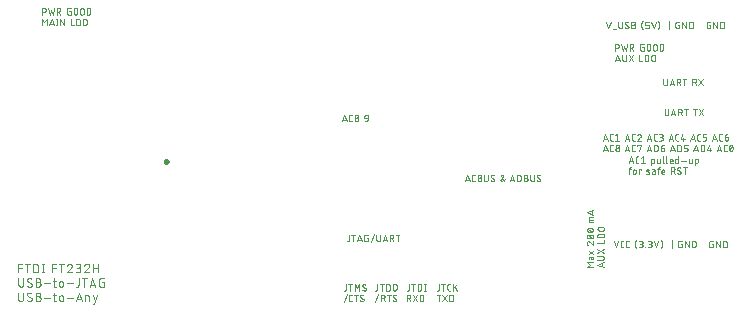
<source format=gbr>
G04 EAGLE Gerber RS-274X export*
G75*
%MOMM*%
%FSLAX34Y34*%
%LPD*%
%INSilkscreen Top*%
%IPPOS*%
%AMOC8*
5,1,8,0,0,1.08239X$1,22.5*%
G01*
%ADD10C,0.050800*%
%ADD11C,0.076200*%
%ADD12C,0.250000*%


D10*
X298027Y61722D02*
X298027Y57376D01*
X298025Y57306D01*
X298019Y57237D01*
X298009Y57168D01*
X297996Y57100D01*
X297978Y57032D01*
X297957Y56966D01*
X297932Y56901D01*
X297904Y56837D01*
X297872Y56775D01*
X297837Y56715D01*
X297798Y56657D01*
X297756Y56602D01*
X297711Y56548D01*
X297663Y56498D01*
X297613Y56450D01*
X297559Y56405D01*
X297504Y56363D01*
X297446Y56324D01*
X297386Y56289D01*
X297324Y56257D01*
X297260Y56229D01*
X297195Y56204D01*
X297129Y56183D01*
X297061Y56165D01*
X296993Y56152D01*
X296924Y56142D01*
X296855Y56136D01*
X296785Y56134D01*
X296164Y56134D01*
X301755Y56134D02*
X301755Y61722D01*
X300203Y61722D02*
X303307Y61722D01*
X306876Y61722D02*
X305013Y56134D01*
X308738Y56134D02*
X306876Y61722D01*
X308273Y57531D02*
X305479Y57531D01*
X313166Y59238D02*
X314097Y59238D01*
X314097Y56134D01*
X312235Y56134D01*
X312165Y56136D01*
X312096Y56142D01*
X312027Y56152D01*
X311959Y56165D01*
X311891Y56183D01*
X311825Y56204D01*
X311760Y56229D01*
X311696Y56257D01*
X311634Y56289D01*
X311574Y56324D01*
X311516Y56363D01*
X311461Y56405D01*
X311407Y56450D01*
X311357Y56498D01*
X311309Y56548D01*
X311264Y56602D01*
X311222Y56657D01*
X311183Y56715D01*
X311148Y56775D01*
X311116Y56837D01*
X311088Y56901D01*
X311063Y56966D01*
X311042Y57032D01*
X311024Y57100D01*
X311011Y57168D01*
X311001Y57237D01*
X310995Y57306D01*
X310993Y57376D01*
X310993Y60480D01*
X310995Y60550D01*
X311001Y60619D01*
X311011Y60688D01*
X311024Y60756D01*
X311042Y60824D01*
X311063Y60890D01*
X311088Y60955D01*
X311116Y61019D01*
X311148Y61081D01*
X311183Y61141D01*
X311222Y61199D01*
X311264Y61254D01*
X311309Y61308D01*
X311357Y61358D01*
X311407Y61406D01*
X311461Y61451D01*
X311516Y61493D01*
X311574Y61532D01*
X311634Y61567D01*
X311696Y61599D01*
X311760Y61627D01*
X311825Y61652D01*
X311891Y61673D01*
X311959Y61691D01*
X312027Y61704D01*
X312096Y61714D01*
X312165Y61720D01*
X312235Y61722D01*
X314097Y61722D01*
X318907Y62343D02*
X316424Y55513D01*
X321234Y57686D02*
X321234Y61722D01*
X321234Y57686D02*
X321236Y57609D01*
X321242Y57531D01*
X321251Y57455D01*
X321265Y57378D01*
X321282Y57303D01*
X321303Y57229D01*
X321328Y57155D01*
X321356Y57083D01*
X321388Y57013D01*
X321423Y56944D01*
X321462Y56877D01*
X321504Y56812D01*
X321549Y56749D01*
X321597Y56688D01*
X321648Y56630D01*
X321702Y56575D01*
X321759Y56522D01*
X321818Y56473D01*
X321880Y56426D01*
X321944Y56382D01*
X322010Y56342D01*
X322078Y56305D01*
X322148Y56271D01*
X322219Y56241D01*
X322292Y56215D01*
X322366Y56192D01*
X322441Y56173D01*
X322516Y56158D01*
X322593Y56146D01*
X322670Y56138D01*
X322747Y56134D01*
X322825Y56134D01*
X322902Y56138D01*
X322979Y56146D01*
X323056Y56158D01*
X323131Y56173D01*
X323206Y56192D01*
X323280Y56215D01*
X323353Y56241D01*
X323424Y56271D01*
X323494Y56305D01*
X323562Y56342D01*
X323628Y56382D01*
X323692Y56426D01*
X323754Y56473D01*
X323813Y56522D01*
X323870Y56575D01*
X323924Y56630D01*
X323975Y56688D01*
X324023Y56749D01*
X324068Y56812D01*
X324110Y56877D01*
X324149Y56944D01*
X324184Y57013D01*
X324216Y57083D01*
X324244Y57155D01*
X324269Y57229D01*
X324290Y57303D01*
X324307Y57378D01*
X324321Y57455D01*
X324330Y57531D01*
X324336Y57609D01*
X324338Y57686D01*
X324338Y61722D01*
X328456Y61722D02*
X326593Y56134D01*
X330318Y56134D02*
X328456Y61722D01*
X329853Y57531D02*
X327059Y57531D01*
X332609Y56134D02*
X332609Y61722D01*
X334161Y61722D01*
X334238Y61720D01*
X334316Y61714D01*
X334392Y61705D01*
X334469Y61691D01*
X334544Y61674D01*
X334618Y61653D01*
X334692Y61628D01*
X334764Y61600D01*
X334834Y61568D01*
X334903Y61533D01*
X334970Y61494D01*
X335035Y61452D01*
X335098Y61407D01*
X335159Y61359D01*
X335217Y61308D01*
X335272Y61254D01*
X335325Y61197D01*
X335374Y61138D01*
X335421Y61076D01*
X335465Y61012D01*
X335505Y60946D01*
X335542Y60878D01*
X335576Y60808D01*
X335606Y60737D01*
X335632Y60664D01*
X335655Y60590D01*
X335674Y60515D01*
X335689Y60440D01*
X335701Y60363D01*
X335709Y60286D01*
X335713Y60209D01*
X335713Y60131D01*
X335709Y60054D01*
X335701Y59977D01*
X335689Y59900D01*
X335674Y59825D01*
X335655Y59750D01*
X335632Y59676D01*
X335606Y59603D01*
X335576Y59532D01*
X335542Y59462D01*
X335505Y59394D01*
X335465Y59328D01*
X335421Y59264D01*
X335374Y59202D01*
X335325Y59143D01*
X335272Y59086D01*
X335217Y59032D01*
X335159Y58981D01*
X335098Y58933D01*
X335035Y58888D01*
X334970Y58846D01*
X334903Y58807D01*
X334834Y58772D01*
X334764Y58740D01*
X334692Y58712D01*
X334618Y58687D01*
X334544Y58666D01*
X334469Y58649D01*
X334392Y58635D01*
X334316Y58626D01*
X334238Y58620D01*
X334161Y58618D01*
X332609Y58618D01*
X334471Y58618D02*
X335713Y56134D01*
X339245Y56134D02*
X339245Y61722D01*
X337693Y61722D02*
X340798Y61722D01*
X295487Y20066D02*
X295487Y15720D01*
X295485Y15650D01*
X295479Y15581D01*
X295469Y15512D01*
X295456Y15444D01*
X295438Y15376D01*
X295417Y15310D01*
X295392Y15245D01*
X295364Y15181D01*
X295332Y15119D01*
X295297Y15059D01*
X295258Y15001D01*
X295216Y14946D01*
X295171Y14892D01*
X295123Y14842D01*
X295073Y14794D01*
X295019Y14749D01*
X294964Y14707D01*
X294906Y14668D01*
X294846Y14633D01*
X294784Y14601D01*
X294720Y14573D01*
X294655Y14548D01*
X294589Y14527D01*
X294521Y14509D01*
X294453Y14496D01*
X294384Y14486D01*
X294315Y14480D01*
X294245Y14478D01*
X293624Y14478D01*
X299215Y14478D02*
X299215Y20066D01*
X297663Y20066D02*
X300767Y20066D01*
X303022Y20066D02*
X303022Y14478D01*
X304884Y16962D02*
X303022Y20066D01*
X304884Y16962D02*
X306747Y20066D01*
X306747Y14478D01*
X311047Y14478D02*
X311117Y14480D01*
X311186Y14486D01*
X311255Y14496D01*
X311323Y14509D01*
X311391Y14527D01*
X311457Y14548D01*
X311522Y14573D01*
X311586Y14601D01*
X311648Y14633D01*
X311708Y14668D01*
X311766Y14707D01*
X311821Y14749D01*
X311875Y14794D01*
X311925Y14842D01*
X311973Y14892D01*
X312018Y14946D01*
X312060Y15001D01*
X312099Y15059D01*
X312134Y15119D01*
X312166Y15181D01*
X312194Y15245D01*
X312219Y15310D01*
X312240Y15376D01*
X312258Y15444D01*
X312271Y15512D01*
X312281Y15581D01*
X312287Y15650D01*
X312289Y15720D01*
X311047Y14478D02*
X310948Y14480D01*
X310850Y14485D01*
X310752Y14495D01*
X310654Y14508D01*
X310557Y14524D01*
X310460Y14544D01*
X310365Y14568D01*
X310270Y14596D01*
X310176Y14627D01*
X310084Y14661D01*
X309993Y14699D01*
X309903Y14740D01*
X309815Y14785D01*
X309729Y14833D01*
X309645Y14884D01*
X309563Y14938D01*
X309482Y14996D01*
X309404Y15056D01*
X309329Y15119D01*
X309255Y15185D01*
X309185Y15254D01*
X309339Y18824D02*
X309341Y18894D01*
X309347Y18963D01*
X309357Y19032D01*
X309370Y19100D01*
X309388Y19168D01*
X309409Y19234D01*
X309434Y19299D01*
X309462Y19363D01*
X309494Y19425D01*
X309529Y19485D01*
X309568Y19543D01*
X309610Y19598D01*
X309655Y19652D01*
X309703Y19702D01*
X309753Y19750D01*
X309807Y19795D01*
X309862Y19837D01*
X309920Y19876D01*
X309980Y19911D01*
X310042Y19943D01*
X310106Y19971D01*
X310171Y19996D01*
X310237Y20017D01*
X310305Y20035D01*
X310373Y20048D01*
X310442Y20058D01*
X310511Y20064D01*
X310581Y20066D01*
X310675Y20064D01*
X310768Y20058D01*
X310861Y20049D01*
X310954Y20036D01*
X311046Y20019D01*
X311137Y19999D01*
X311228Y19974D01*
X311317Y19947D01*
X311405Y19915D01*
X311492Y19880D01*
X311578Y19842D01*
X311661Y19800D01*
X311743Y19755D01*
X311824Y19707D01*
X311902Y19655D01*
X311978Y19600D01*
X309961Y17738D02*
X309902Y17774D01*
X309846Y17814D01*
X309792Y17857D01*
X309740Y17902D01*
X309691Y17951D01*
X309645Y18002D01*
X309602Y18055D01*
X309561Y18111D01*
X309524Y18169D01*
X309489Y18229D01*
X309459Y18290D01*
X309431Y18353D01*
X309407Y18418D01*
X309387Y18484D01*
X309370Y18551D01*
X309357Y18618D01*
X309348Y18686D01*
X309342Y18755D01*
X309340Y18824D01*
X311668Y16806D02*
X311727Y16770D01*
X311783Y16730D01*
X311837Y16687D01*
X311889Y16642D01*
X311938Y16593D01*
X311984Y16542D01*
X312027Y16489D01*
X312068Y16433D01*
X312105Y16375D01*
X312140Y16315D01*
X312170Y16254D01*
X312198Y16191D01*
X312222Y16126D01*
X312242Y16060D01*
X312259Y15993D01*
X312272Y15926D01*
X312281Y15858D01*
X312287Y15789D01*
X312289Y15720D01*
X311668Y16806D02*
X309960Y17738D01*
X296108Y11543D02*
X293624Y4713D01*
X299477Y5334D02*
X300719Y5334D01*
X299477Y5334D02*
X299407Y5336D01*
X299338Y5342D01*
X299269Y5352D01*
X299201Y5365D01*
X299133Y5383D01*
X299067Y5404D01*
X299002Y5429D01*
X298938Y5457D01*
X298876Y5489D01*
X298816Y5524D01*
X298758Y5563D01*
X298703Y5605D01*
X298649Y5650D01*
X298599Y5698D01*
X298551Y5748D01*
X298506Y5802D01*
X298464Y5857D01*
X298425Y5915D01*
X298390Y5975D01*
X298358Y6037D01*
X298330Y6101D01*
X298305Y6166D01*
X298284Y6232D01*
X298266Y6300D01*
X298253Y6368D01*
X298243Y6437D01*
X298237Y6506D01*
X298235Y6576D01*
X298235Y9680D01*
X298237Y9750D01*
X298243Y9819D01*
X298253Y9888D01*
X298266Y9956D01*
X298284Y10024D01*
X298305Y10090D01*
X298330Y10155D01*
X298358Y10219D01*
X298390Y10281D01*
X298425Y10341D01*
X298464Y10399D01*
X298506Y10454D01*
X298551Y10508D01*
X298599Y10558D01*
X298649Y10606D01*
X298703Y10651D01*
X298758Y10693D01*
X298816Y10732D01*
X298876Y10767D01*
X298938Y10799D01*
X299002Y10827D01*
X299067Y10852D01*
X299133Y10873D01*
X299201Y10891D01*
X299269Y10904D01*
X299338Y10914D01*
X299407Y10920D01*
X299477Y10922D01*
X300719Y10922D01*
X304010Y10922D02*
X304010Y5334D01*
X302457Y10922D02*
X305562Y10922D01*
X310500Y6576D02*
X310498Y6506D01*
X310492Y6437D01*
X310482Y6368D01*
X310469Y6300D01*
X310451Y6232D01*
X310430Y6166D01*
X310405Y6101D01*
X310377Y6037D01*
X310345Y5975D01*
X310310Y5915D01*
X310271Y5857D01*
X310229Y5802D01*
X310184Y5748D01*
X310136Y5698D01*
X310086Y5650D01*
X310032Y5605D01*
X309977Y5563D01*
X309919Y5524D01*
X309859Y5489D01*
X309797Y5457D01*
X309733Y5429D01*
X309668Y5404D01*
X309602Y5383D01*
X309534Y5365D01*
X309466Y5352D01*
X309397Y5342D01*
X309328Y5336D01*
X309258Y5334D01*
X309159Y5336D01*
X309061Y5341D01*
X308963Y5351D01*
X308865Y5364D01*
X308768Y5380D01*
X308671Y5400D01*
X308576Y5424D01*
X308481Y5452D01*
X308387Y5483D01*
X308295Y5517D01*
X308204Y5555D01*
X308114Y5596D01*
X308026Y5641D01*
X307940Y5689D01*
X307856Y5740D01*
X307774Y5794D01*
X307693Y5852D01*
X307615Y5912D01*
X307540Y5975D01*
X307466Y6041D01*
X307396Y6110D01*
X307550Y9680D02*
X307552Y9750D01*
X307558Y9819D01*
X307568Y9888D01*
X307581Y9956D01*
X307599Y10024D01*
X307620Y10090D01*
X307645Y10155D01*
X307673Y10219D01*
X307705Y10281D01*
X307740Y10341D01*
X307779Y10399D01*
X307821Y10454D01*
X307866Y10508D01*
X307914Y10558D01*
X307964Y10606D01*
X308018Y10651D01*
X308073Y10693D01*
X308131Y10732D01*
X308191Y10767D01*
X308253Y10799D01*
X308317Y10827D01*
X308382Y10852D01*
X308448Y10873D01*
X308516Y10891D01*
X308584Y10904D01*
X308653Y10914D01*
X308722Y10920D01*
X308792Y10922D01*
X308886Y10920D01*
X308979Y10914D01*
X309072Y10905D01*
X309165Y10892D01*
X309257Y10875D01*
X309348Y10855D01*
X309439Y10830D01*
X309528Y10803D01*
X309616Y10771D01*
X309703Y10736D01*
X309789Y10698D01*
X309872Y10656D01*
X309954Y10611D01*
X310035Y10563D01*
X310113Y10511D01*
X310189Y10456D01*
X308172Y8594D02*
X308113Y8630D01*
X308057Y8670D01*
X308003Y8713D01*
X307951Y8758D01*
X307902Y8807D01*
X307856Y8858D01*
X307813Y8911D01*
X307772Y8967D01*
X307735Y9025D01*
X307700Y9085D01*
X307670Y9146D01*
X307642Y9209D01*
X307618Y9274D01*
X307598Y9340D01*
X307581Y9407D01*
X307568Y9474D01*
X307559Y9542D01*
X307553Y9611D01*
X307551Y9680D01*
X309878Y7662D02*
X309937Y7626D01*
X309993Y7586D01*
X310047Y7543D01*
X310099Y7498D01*
X310148Y7449D01*
X310194Y7398D01*
X310237Y7345D01*
X310278Y7289D01*
X310315Y7231D01*
X310350Y7171D01*
X310380Y7110D01*
X310408Y7047D01*
X310432Y6982D01*
X310452Y6916D01*
X310469Y6849D01*
X310482Y6782D01*
X310491Y6714D01*
X310497Y6645D01*
X310499Y6576D01*
X309879Y7662D02*
X308171Y8594D01*
X322157Y15720D02*
X322157Y20066D01*
X322157Y15720D02*
X322155Y15650D01*
X322149Y15581D01*
X322139Y15512D01*
X322126Y15444D01*
X322108Y15376D01*
X322087Y15310D01*
X322062Y15245D01*
X322034Y15181D01*
X322002Y15119D01*
X321967Y15059D01*
X321928Y15001D01*
X321886Y14946D01*
X321841Y14892D01*
X321793Y14842D01*
X321743Y14794D01*
X321689Y14749D01*
X321634Y14707D01*
X321576Y14668D01*
X321516Y14633D01*
X321454Y14601D01*
X321390Y14573D01*
X321325Y14548D01*
X321259Y14527D01*
X321191Y14509D01*
X321123Y14496D01*
X321054Y14486D01*
X320985Y14480D01*
X320915Y14478D01*
X320294Y14478D01*
X325885Y14478D02*
X325885Y20066D01*
X324333Y20066D02*
X327437Y20066D01*
X329636Y20066D02*
X329636Y14478D01*
X329636Y20066D02*
X331189Y20066D01*
X331265Y20064D01*
X331341Y20059D01*
X331417Y20049D01*
X331492Y20036D01*
X331566Y20019D01*
X331640Y19999D01*
X331712Y19975D01*
X331783Y19948D01*
X331853Y19917D01*
X331921Y19883D01*
X331987Y19845D01*
X332051Y19804D01*
X332114Y19761D01*
X332174Y19714D01*
X332231Y19664D01*
X332286Y19611D01*
X332339Y19556D01*
X332389Y19499D01*
X332436Y19439D01*
X332479Y19376D01*
X332520Y19312D01*
X332558Y19246D01*
X332592Y19178D01*
X332623Y19108D01*
X332650Y19037D01*
X332674Y18964D01*
X332694Y18891D01*
X332711Y18817D01*
X332724Y18742D01*
X332734Y18666D01*
X332739Y18590D01*
X332741Y18514D01*
X332741Y16030D01*
X332739Y15951D01*
X332733Y15873D01*
X332723Y15795D01*
X332709Y15718D01*
X332691Y15641D01*
X332670Y15565D01*
X332644Y15491D01*
X332615Y15418D01*
X332582Y15347D01*
X332546Y15277D01*
X332506Y15209D01*
X332463Y15143D01*
X332416Y15080D01*
X332367Y15019D01*
X332314Y14961D01*
X332258Y14905D01*
X332200Y14852D01*
X332139Y14803D01*
X332076Y14756D01*
X332010Y14713D01*
X331942Y14673D01*
X331873Y14637D01*
X331801Y14604D01*
X331728Y14575D01*
X331654Y14549D01*
X331578Y14528D01*
X331501Y14510D01*
X331424Y14496D01*
X331346Y14486D01*
X331268Y14480D01*
X331189Y14478D01*
X329636Y14478D01*
X335306Y16030D02*
X335306Y18514D01*
X335308Y18591D01*
X335314Y18669D01*
X335323Y18745D01*
X335337Y18822D01*
X335354Y18897D01*
X335375Y18971D01*
X335400Y19045D01*
X335428Y19117D01*
X335460Y19187D01*
X335495Y19256D01*
X335534Y19323D01*
X335576Y19388D01*
X335621Y19451D01*
X335669Y19512D01*
X335720Y19570D01*
X335774Y19625D01*
X335831Y19678D01*
X335890Y19727D01*
X335952Y19774D01*
X336016Y19818D01*
X336082Y19858D01*
X336150Y19895D01*
X336220Y19929D01*
X336291Y19959D01*
X336364Y19985D01*
X336438Y20008D01*
X336513Y20027D01*
X336588Y20042D01*
X336665Y20054D01*
X336742Y20062D01*
X336819Y20066D01*
X336897Y20066D01*
X336974Y20062D01*
X337051Y20054D01*
X337128Y20042D01*
X337203Y20027D01*
X337278Y20008D01*
X337352Y19985D01*
X337425Y19959D01*
X337496Y19929D01*
X337566Y19895D01*
X337634Y19858D01*
X337700Y19818D01*
X337764Y19774D01*
X337826Y19727D01*
X337885Y19678D01*
X337942Y19625D01*
X337996Y19570D01*
X338047Y19512D01*
X338095Y19451D01*
X338140Y19388D01*
X338182Y19323D01*
X338221Y19256D01*
X338256Y19187D01*
X338288Y19117D01*
X338316Y19045D01*
X338341Y18971D01*
X338362Y18897D01*
X338379Y18822D01*
X338393Y18745D01*
X338402Y18669D01*
X338408Y18591D01*
X338410Y18514D01*
X338410Y16030D01*
X338408Y15953D01*
X338402Y15875D01*
X338393Y15799D01*
X338379Y15722D01*
X338362Y15647D01*
X338341Y15573D01*
X338316Y15499D01*
X338288Y15427D01*
X338256Y15357D01*
X338221Y15288D01*
X338182Y15221D01*
X338140Y15156D01*
X338095Y15093D01*
X338047Y15032D01*
X337996Y14974D01*
X337942Y14919D01*
X337885Y14866D01*
X337826Y14817D01*
X337764Y14770D01*
X337700Y14726D01*
X337634Y14686D01*
X337566Y14649D01*
X337496Y14615D01*
X337425Y14585D01*
X337352Y14559D01*
X337278Y14536D01*
X337203Y14517D01*
X337128Y14502D01*
X337051Y14490D01*
X336974Y14482D01*
X336897Y14478D01*
X336819Y14478D01*
X336742Y14482D01*
X336665Y14490D01*
X336588Y14502D01*
X336513Y14517D01*
X336438Y14536D01*
X336364Y14559D01*
X336291Y14585D01*
X336220Y14615D01*
X336150Y14649D01*
X336082Y14686D01*
X336016Y14726D01*
X335952Y14770D01*
X335890Y14817D01*
X335831Y14866D01*
X335774Y14919D01*
X335720Y14974D01*
X335669Y15032D01*
X335621Y15093D01*
X335576Y15156D01*
X335534Y15221D01*
X335495Y15288D01*
X335460Y15357D01*
X335428Y15427D01*
X335400Y15499D01*
X335375Y15573D01*
X335354Y15647D01*
X335337Y15722D01*
X335323Y15799D01*
X335314Y15875D01*
X335308Y15953D01*
X335306Y16030D01*
X322778Y11543D02*
X320294Y4713D01*
X325140Y5334D02*
X325140Y10922D01*
X326692Y10922D01*
X326769Y10920D01*
X326847Y10914D01*
X326923Y10905D01*
X327000Y10891D01*
X327075Y10874D01*
X327149Y10853D01*
X327223Y10828D01*
X327295Y10800D01*
X327365Y10768D01*
X327434Y10733D01*
X327501Y10694D01*
X327566Y10652D01*
X327629Y10607D01*
X327690Y10559D01*
X327748Y10508D01*
X327803Y10454D01*
X327856Y10397D01*
X327905Y10338D01*
X327952Y10276D01*
X327996Y10212D01*
X328036Y10146D01*
X328073Y10078D01*
X328107Y10008D01*
X328137Y9937D01*
X328163Y9864D01*
X328186Y9790D01*
X328205Y9715D01*
X328220Y9640D01*
X328232Y9563D01*
X328240Y9486D01*
X328244Y9409D01*
X328244Y9331D01*
X328240Y9254D01*
X328232Y9177D01*
X328220Y9100D01*
X328205Y9025D01*
X328186Y8950D01*
X328163Y8876D01*
X328137Y8803D01*
X328107Y8732D01*
X328073Y8662D01*
X328036Y8594D01*
X327996Y8528D01*
X327952Y8464D01*
X327905Y8402D01*
X327856Y8343D01*
X327803Y8286D01*
X327748Y8232D01*
X327690Y8181D01*
X327629Y8133D01*
X327566Y8088D01*
X327501Y8046D01*
X327434Y8007D01*
X327365Y7972D01*
X327295Y7940D01*
X327223Y7912D01*
X327149Y7887D01*
X327075Y7866D01*
X327000Y7849D01*
X326923Y7835D01*
X326847Y7826D01*
X326769Y7820D01*
X326692Y7818D01*
X325140Y7818D01*
X327003Y7818D02*
X328245Y5334D01*
X331777Y5334D02*
X331777Y10922D01*
X330225Y10922D02*
X333329Y10922D01*
X338267Y6576D02*
X338265Y6506D01*
X338259Y6437D01*
X338249Y6368D01*
X338236Y6300D01*
X338218Y6232D01*
X338197Y6166D01*
X338172Y6101D01*
X338144Y6037D01*
X338112Y5975D01*
X338077Y5915D01*
X338038Y5857D01*
X337996Y5802D01*
X337951Y5748D01*
X337903Y5698D01*
X337853Y5650D01*
X337799Y5605D01*
X337744Y5563D01*
X337686Y5524D01*
X337626Y5489D01*
X337564Y5457D01*
X337500Y5429D01*
X337435Y5404D01*
X337369Y5383D01*
X337301Y5365D01*
X337233Y5352D01*
X337164Y5342D01*
X337095Y5336D01*
X337025Y5334D01*
X336926Y5336D01*
X336828Y5341D01*
X336730Y5351D01*
X336632Y5364D01*
X336535Y5380D01*
X336438Y5400D01*
X336343Y5424D01*
X336248Y5452D01*
X336154Y5483D01*
X336062Y5517D01*
X335971Y5555D01*
X335881Y5596D01*
X335793Y5641D01*
X335707Y5689D01*
X335623Y5740D01*
X335541Y5794D01*
X335460Y5852D01*
X335382Y5912D01*
X335307Y5975D01*
X335233Y6041D01*
X335163Y6110D01*
X335318Y9680D02*
X335320Y9750D01*
X335326Y9819D01*
X335336Y9888D01*
X335349Y9956D01*
X335367Y10024D01*
X335388Y10090D01*
X335413Y10155D01*
X335441Y10219D01*
X335473Y10281D01*
X335508Y10341D01*
X335547Y10399D01*
X335589Y10454D01*
X335634Y10508D01*
X335682Y10558D01*
X335732Y10606D01*
X335786Y10651D01*
X335841Y10693D01*
X335899Y10732D01*
X335959Y10767D01*
X336021Y10799D01*
X336085Y10827D01*
X336150Y10852D01*
X336216Y10873D01*
X336284Y10891D01*
X336352Y10904D01*
X336421Y10914D01*
X336490Y10920D01*
X336560Y10922D01*
X336559Y10922D02*
X336653Y10920D01*
X336746Y10914D01*
X336839Y10905D01*
X336932Y10892D01*
X337024Y10875D01*
X337115Y10855D01*
X337206Y10830D01*
X337295Y10803D01*
X337383Y10771D01*
X337470Y10736D01*
X337556Y10698D01*
X337639Y10656D01*
X337721Y10611D01*
X337802Y10563D01*
X337880Y10511D01*
X337956Y10456D01*
X335939Y8594D02*
X335880Y8630D01*
X335824Y8670D01*
X335770Y8713D01*
X335718Y8758D01*
X335669Y8807D01*
X335623Y8858D01*
X335580Y8911D01*
X335539Y8967D01*
X335502Y9025D01*
X335467Y9085D01*
X335437Y9146D01*
X335409Y9209D01*
X335385Y9274D01*
X335365Y9340D01*
X335348Y9407D01*
X335335Y9474D01*
X335326Y9542D01*
X335320Y9611D01*
X335318Y9680D01*
X337646Y7662D02*
X337705Y7626D01*
X337761Y7586D01*
X337815Y7543D01*
X337867Y7498D01*
X337916Y7449D01*
X337962Y7398D01*
X338005Y7345D01*
X338046Y7289D01*
X338083Y7231D01*
X338118Y7171D01*
X338148Y7110D01*
X338176Y7047D01*
X338200Y6982D01*
X338220Y6916D01*
X338237Y6849D01*
X338250Y6782D01*
X338259Y6714D01*
X338265Y6645D01*
X338267Y6576D01*
X337646Y7662D02*
X335939Y8594D01*
X348827Y15720D02*
X348827Y20066D01*
X348827Y15720D02*
X348825Y15650D01*
X348819Y15581D01*
X348809Y15512D01*
X348796Y15444D01*
X348778Y15376D01*
X348757Y15310D01*
X348732Y15245D01*
X348704Y15181D01*
X348672Y15119D01*
X348637Y15059D01*
X348598Y15001D01*
X348556Y14946D01*
X348511Y14892D01*
X348463Y14842D01*
X348413Y14794D01*
X348359Y14749D01*
X348304Y14707D01*
X348246Y14668D01*
X348186Y14633D01*
X348124Y14601D01*
X348060Y14573D01*
X347995Y14548D01*
X347929Y14527D01*
X347861Y14509D01*
X347793Y14496D01*
X347724Y14486D01*
X347655Y14480D01*
X347585Y14478D01*
X346964Y14478D01*
X352555Y14478D02*
X352555Y20066D01*
X351003Y20066D02*
X354107Y20066D01*
X356306Y20066D02*
X356306Y14478D01*
X356306Y20066D02*
X357859Y20066D01*
X357935Y20064D01*
X358011Y20059D01*
X358087Y20049D01*
X358162Y20036D01*
X358236Y20019D01*
X358310Y19999D01*
X358382Y19975D01*
X358453Y19948D01*
X358523Y19917D01*
X358591Y19883D01*
X358657Y19845D01*
X358721Y19804D01*
X358784Y19761D01*
X358844Y19714D01*
X358901Y19664D01*
X358956Y19611D01*
X359009Y19556D01*
X359059Y19499D01*
X359106Y19439D01*
X359149Y19376D01*
X359190Y19312D01*
X359228Y19246D01*
X359262Y19178D01*
X359293Y19108D01*
X359320Y19037D01*
X359344Y18964D01*
X359364Y18891D01*
X359381Y18817D01*
X359394Y18742D01*
X359404Y18666D01*
X359409Y18590D01*
X359411Y18514D01*
X359411Y16030D01*
X359409Y15951D01*
X359403Y15873D01*
X359393Y15795D01*
X359379Y15718D01*
X359361Y15641D01*
X359340Y15565D01*
X359314Y15491D01*
X359285Y15418D01*
X359252Y15347D01*
X359216Y15277D01*
X359176Y15209D01*
X359133Y15143D01*
X359086Y15080D01*
X359037Y15019D01*
X358984Y14961D01*
X358928Y14905D01*
X358870Y14852D01*
X358809Y14803D01*
X358746Y14756D01*
X358680Y14713D01*
X358612Y14673D01*
X358543Y14637D01*
X358471Y14604D01*
X358398Y14575D01*
X358324Y14549D01*
X358248Y14528D01*
X358171Y14510D01*
X358094Y14496D01*
X358016Y14486D01*
X357938Y14480D01*
X357859Y14478D01*
X356306Y14478D01*
X362431Y14478D02*
X362431Y20066D01*
X361810Y14478D02*
X363052Y14478D01*
X363052Y20066D02*
X361810Y20066D01*
X346964Y10922D02*
X346964Y5334D01*
X346964Y10922D02*
X348516Y10922D01*
X348593Y10920D01*
X348671Y10914D01*
X348747Y10905D01*
X348824Y10891D01*
X348899Y10874D01*
X348973Y10853D01*
X349047Y10828D01*
X349119Y10800D01*
X349189Y10768D01*
X349258Y10733D01*
X349325Y10694D01*
X349390Y10652D01*
X349453Y10607D01*
X349514Y10559D01*
X349572Y10508D01*
X349627Y10454D01*
X349680Y10397D01*
X349729Y10338D01*
X349776Y10276D01*
X349820Y10212D01*
X349860Y10146D01*
X349897Y10078D01*
X349931Y10008D01*
X349961Y9937D01*
X349987Y9864D01*
X350010Y9790D01*
X350029Y9715D01*
X350044Y9640D01*
X350056Y9563D01*
X350064Y9486D01*
X350068Y9409D01*
X350068Y9331D01*
X350064Y9254D01*
X350056Y9177D01*
X350044Y9100D01*
X350029Y9025D01*
X350010Y8950D01*
X349987Y8876D01*
X349961Y8803D01*
X349931Y8732D01*
X349897Y8662D01*
X349860Y8594D01*
X349820Y8528D01*
X349776Y8464D01*
X349729Y8402D01*
X349680Y8343D01*
X349627Y8286D01*
X349572Y8232D01*
X349514Y8181D01*
X349453Y8133D01*
X349390Y8088D01*
X349325Y8046D01*
X349258Y8007D01*
X349189Y7972D01*
X349119Y7940D01*
X349047Y7912D01*
X348973Y7887D01*
X348899Y7866D01*
X348824Y7849D01*
X348747Y7835D01*
X348671Y7826D01*
X348593Y7820D01*
X348516Y7818D01*
X346964Y7818D01*
X348827Y7818D02*
X350068Y5334D01*
X352104Y5334D02*
X355829Y10922D01*
X352104Y10922D02*
X355829Y5334D01*
X358084Y5334D02*
X358084Y10922D01*
X359636Y10922D01*
X359712Y10920D01*
X359788Y10915D01*
X359864Y10905D01*
X359939Y10892D01*
X360013Y10875D01*
X360087Y10855D01*
X360159Y10831D01*
X360230Y10804D01*
X360300Y10773D01*
X360368Y10739D01*
X360434Y10701D01*
X360498Y10660D01*
X360561Y10617D01*
X360621Y10570D01*
X360678Y10520D01*
X360733Y10467D01*
X360786Y10412D01*
X360836Y10355D01*
X360883Y10295D01*
X360926Y10232D01*
X360967Y10168D01*
X361005Y10102D01*
X361039Y10034D01*
X361070Y9964D01*
X361097Y9893D01*
X361121Y9820D01*
X361141Y9747D01*
X361158Y9673D01*
X361171Y9598D01*
X361181Y9522D01*
X361186Y9446D01*
X361188Y9370D01*
X361188Y6886D01*
X361186Y6807D01*
X361180Y6729D01*
X361170Y6651D01*
X361156Y6574D01*
X361138Y6497D01*
X361117Y6421D01*
X361091Y6347D01*
X361062Y6274D01*
X361029Y6203D01*
X360993Y6133D01*
X360953Y6065D01*
X360910Y5999D01*
X360863Y5936D01*
X360814Y5875D01*
X360761Y5817D01*
X360705Y5761D01*
X360647Y5708D01*
X360586Y5659D01*
X360523Y5612D01*
X360457Y5569D01*
X360389Y5529D01*
X360320Y5493D01*
X360248Y5460D01*
X360175Y5431D01*
X360101Y5405D01*
X360025Y5384D01*
X359948Y5366D01*
X359871Y5352D01*
X359793Y5342D01*
X359715Y5336D01*
X359636Y5334D01*
X358084Y5334D01*
X374227Y15720D02*
X374227Y20066D01*
X374227Y15720D02*
X374225Y15650D01*
X374219Y15581D01*
X374209Y15512D01*
X374196Y15444D01*
X374178Y15376D01*
X374157Y15310D01*
X374132Y15245D01*
X374104Y15181D01*
X374072Y15119D01*
X374037Y15059D01*
X373998Y15001D01*
X373956Y14946D01*
X373911Y14892D01*
X373863Y14842D01*
X373813Y14794D01*
X373759Y14749D01*
X373704Y14707D01*
X373646Y14668D01*
X373586Y14633D01*
X373524Y14601D01*
X373460Y14573D01*
X373395Y14548D01*
X373329Y14527D01*
X373261Y14509D01*
X373193Y14496D01*
X373124Y14486D01*
X373055Y14480D01*
X372985Y14478D01*
X372364Y14478D01*
X377955Y14478D02*
X377955Y20066D01*
X376403Y20066D02*
X379507Y20066D01*
X382749Y14478D02*
X383991Y14478D01*
X382749Y14478D02*
X382679Y14480D01*
X382610Y14486D01*
X382541Y14496D01*
X382473Y14509D01*
X382405Y14527D01*
X382339Y14548D01*
X382274Y14573D01*
X382210Y14601D01*
X382148Y14633D01*
X382088Y14668D01*
X382030Y14707D01*
X381975Y14749D01*
X381921Y14794D01*
X381871Y14842D01*
X381823Y14892D01*
X381778Y14946D01*
X381736Y15001D01*
X381697Y15059D01*
X381662Y15119D01*
X381630Y15181D01*
X381602Y15245D01*
X381577Y15310D01*
X381556Y15376D01*
X381538Y15444D01*
X381525Y15512D01*
X381515Y15581D01*
X381509Y15650D01*
X381507Y15720D01*
X381507Y18824D01*
X381509Y18894D01*
X381515Y18963D01*
X381525Y19032D01*
X381538Y19100D01*
X381556Y19168D01*
X381577Y19234D01*
X381602Y19299D01*
X381630Y19363D01*
X381662Y19425D01*
X381697Y19485D01*
X381736Y19543D01*
X381778Y19598D01*
X381823Y19652D01*
X381871Y19702D01*
X381921Y19750D01*
X381975Y19795D01*
X382030Y19837D01*
X382088Y19876D01*
X382148Y19911D01*
X382210Y19943D01*
X382274Y19971D01*
X382339Y19996D01*
X382405Y20017D01*
X382473Y20035D01*
X382541Y20048D01*
X382610Y20058D01*
X382679Y20064D01*
X382749Y20066D01*
X383991Y20066D01*
X386361Y20066D02*
X386361Y14478D01*
X386361Y16651D02*
X389466Y20066D01*
X387603Y17893D02*
X389466Y14478D01*
X373916Y10922D02*
X373916Y5334D01*
X372364Y10922D02*
X375468Y10922D01*
X380900Y10922D02*
X377174Y5334D01*
X380900Y5334D02*
X377174Y10922D01*
X383154Y10922D02*
X383154Y5334D01*
X383154Y10922D02*
X384706Y10922D01*
X384782Y10920D01*
X384858Y10915D01*
X384934Y10905D01*
X385009Y10892D01*
X385083Y10875D01*
X385157Y10855D01*
X385229Y10831D01*
X385300Y10804D01*
X385370Y10773D01*
X385438Y10739D01*
X385504Y10701D01*
X385568Y10660D01*
X385631Y10617D01*
X385691Y10570D01*
X385748Y10520D01*
X385803Y10467D01*
X385856Y10412D01*
X385906Y10355D01*
X385953Y10295D01*
X385996Y10232D01*
X386037Y10168D01*
X386075Y10102D01*
X386109Y10034D01*
X386140Y9964D01*
X386167Y9893D01*
X386191Y9820D01*
X386211Y9747D01*
X386228Y9673D01*
X386241Y9598D01*
X386251Y9522D01*
X386256Y9446D01*
X386258Y9370D01*
X386258Y6886D01*
X386256Y6807D01*
X386250Y6729D01*
X386240Y6651D01*
X386226Y6574D01*
X386208Y6497D01*
X386187Y6421D01*
X386161Y6347D01*
X386132Y6274D01*
X386099Y6203D01*
X386063Y6133D01*
X386023Y6065D01*
X385980Y5999D01*
X385933Y5936D01*
X385884Y5875D01*
X385831Y5817D01*
X385775Y5761D01*
X385717Y5708D01*
X385656Y5659D01*
X385593Y5612D01*
X385527Y5569D01*
X385459Y5529D01*
X385390Y5493D01*
X385318Y5460D01*
X385245Y5431D01*
X385171Y5405D01*
X385095Y5384D01*
X385018Y5366D01*
X384941Y5352D01*
X384863Y5342D01*
X384785Y5336D01*
X384706Y5334D01*
X383154Y5334D01*
X517737Y236474D02*
X515874Y242062D01*
X519599Y242062D02*
X517737Y236474D01*
X521433Y235853D02*
X523916Y235853D01*
X526243Y238026D02*
X526243Y242062D01*
X526243Y238026D02*
X526245Y237949D01*
X526251Y237871D01*
X526260Y237795D01*
X526274Y237718D01*
X526291Y237643D01*
X526312Y237569D01*
X526337Y237495D01*
X526365Y237423D01*
X526397Y237353D01*
X526432Y237284D01*
X526471Y237217D01*
X526513Y237152D01*
X526558Y237089D01*
X526606Y237028D01*
X526657Y236970D01*
X526711Y236915D01*
X526768Y236862D01*
X526827Y236813D01*
X526889Y236766D01*
X526953Y236722D01*
X527019Y236682D01*
X527087Y236645D01*
X527157Y236611D01*
X527228Y236581D01*
X527301Y236555D01*
X527375Y236532D01*
X527450Y236513D01*
X527525Y236498D01*
X527602Y236486D01*
X527679Y236478D01*
X527756Y236474D01*
X527834Y236474D01*
X527911Y236478D01*
X527988Y236486D01*
X528065Y236498D01*
X528140Y236513D01*
X528215Y236532D01*
X528289Y236555D01*
X528362Y236581D01*
X528433Y236611D01*
X528503Y236645D01*
X528571Y236682D01*
X528637Y236722D01*
X528701Y236766D01*
X528763Y236813D01*
X528822Y236862D01*
X528879Y236915D01*
X528933Y236970D01*
X528984Y237028D01*
X529032Y237089D01*
X529077Y237152D01*
X529119Y237217D01*
X529158Y237284D01*
X529193Y237353D01*
X529225Y237423D01*
X529253Y237495D01*
X529278Y237569D01*
X529299Y237643D01*
X529316Y237718D01*
X529330Y237795D01*
X529339Y237871D01*
X529345Y237949D01*
X529347Y238026D01*
X529347Y242062D01*
X534834Y237716D02*
X534832Y237646D01*
X534826Y237577D01*
X534816Y237508D01*
X534803Y237440D01*
X534785Y237372D01*
X534764Y237306D01*
X534739Y237241D01*
X534711Y237177D01*
X534679Y237115D01*
X534644Y237055D01*
X534605Y236997D01*
X534563Y236942D01*
X534518Y236888D01*
X534470Y236838D01*
X534420Y236790D01*
X534366Y236745D01*
X534311Y236703D01*
X534253Y236664D01*
X534193Y236629D01*
X534131Y236597D01*
X534067Y236569D01*
X534002Y236544D01*
X533936Y236523D01*
X533868Y236505D01*
X533800Y236492D01*
X533731Y236482D01*
X533662Y236476D01*
X533592Y236474D01*
X533493Y236476D01*
X533395Y236481D01*
X533297Y236491D01*
X533199Y236504D01*
X533102Y236520D01*
X533005Y236540D01*
X532910Y236564D01*
X532815Y236592D01*
X532721Y236623D01*
X532629Y236657D01*
X532538Y236695D01*
X532448Y236736D01*
X532360Y236781D01*
X532274Y236829D01*
X532190Y236880D01*
X532108Y236934D01*
X532027Y236992D01*
X531949Y237052D01*
X531874Y237115D01*
X531800Y237181D01*
X531730Y237250D01*
X531884Y240820D02*
X531886Y240890D01*
X531892Y240959D01*
X531902Y241028D01*
X531915Y241096D01*
X531933Y241164D01*
X531954Y241230D01*
X531979Y241295D01*
X532007Y241359D01*
X532039Y241421D01*
X532074Y241481D01*
X532113Y241539D01*
X532155Y241594D01*
X532200Y241648D01*
X532248Y241698D01*
X532298Y241746D01*
X532352Y241791D01*
X532407Y241833D01*
X532465Y241872D01*
X532525Y241907D01*
X532587Y241939D01*
X532651Y241967D01*
X532716Y241992D01*
X532782Y242013D01*
X532850Y242031D01*
X532918Y242044D01*
X532987Y242054D01*
X533056Y242060D01*
X533126Y242062D01*
X533220Y242060D01*
X533313Y242054D01*
X533406Y242045D01*
X533499Y242032D01*
X533591Y242015D01*
X533682Y241995D01*
X533773Y241970D01*
X533862Y241943D01*
X533950Y241911D01*
X534037Y241876D01*
X534123Y241838D01*
X534206Y241796D01*
X534288Y241751D01*
X534369Y241703D01*
X534447Y241651D01*
X534523Y241596D01*
X532506Y239734D02*
X532447Y239770D01*
X532391Y239810D01*
X532337Y239853D01*
X532285Y239898D01*
X532236Y239947D01*
X532190Y239998D01*
X532147Y240051D01*
X532106Y240107D01*
X532069Y240165D01*
X532034Y240225D01*
X532004Y240286D01*
X531976Y240349D01*
X531952Y240414D01*
X531932Y240480D01*
X531915Y240547D01*
X531902Y240614D01*
X531893Y240682D01*
X531887Y240751D01*
X531885Y240820D01*
X534212Y238802D02*
X534271Y238766D01*
X534327Y238726D01*
X534381Y238683D01*
X534433Y238638D01*
X534482Y238589D01*
X534528Y238538D01*
X534571Y238485D01*
X534612Y238429D01*
X534649Y238371D01*
X534684Y238311D01*
X534714Y238250D01*
X534742Y238187D01*
X534766Y238122D01*
X534786Y238056D01*
X534803Y237989D01*
X534816Y237922D01*
X534825Y237854D01*
X534831Y237785D01*
X534833Y237716D01*
X534213Y238802D02*
X532505Y239734D01*
X537299Y239578D02*
X538851Y239578D01*
X538928Y239576D01*
X539006Y239570D01*
X539082Y239561D01*
X539159Y239547D01*
X539234Y239530D01*
X539308Y239509D01*
X539382Y239484D01*
X539454Y239456D01*
X539524Y239424D01*
X539593Y239389D01*
X539660Y239350D01*
X539725Y239308D01*
X539788Y239263D01*
X539849Y239215D01*
X539907Y239164D01*
X539962Y239110D01*
X540015Y239053D01*
X540064Y238994D01*
X540111Y238932D01*
X540155Y238868D01*
X540195Y238802D01*
X540232Y238734D01*
X540266Y238664D01*
X540296Y238593D01*
X540322Y238520D01*
X540345Y238446D01*
X540364Y238371D01*
X540379Y238296D01*
X540391Y238219D01*
X540399Y238142D01*
X540403Y238065D01*
X540403Y237987D01*
X540399Y237910D01*
X540391Y237833D01*
X540379Y237756D01*
X540364Y237681D01*
X540345Y237606D01*
X540322Y237532D01*
X540296Y237459D01*
X540266Y237388D01*
X540232Y237318D01*
X540195Y237250D01*
X540155Y237184D01*
X540111Y237120D01*
X540064Y237058D01*
X540015Y236999D01*
X539962Y236942D01*
X539907Y236888D01*
X539849Y236837D01*
X539788Y236789D01*
X539725Y236744D01*
X539660Y236702D01*
X539593Y236663D01*
X539524Y236628D01*
X539454Y236596D01*
X539382Y236568D01*
X539308Y236543D01*
X539234Y236522D01*
X539159Y236505D01*
X539082Y236491D01*
X539006Y236482D01*
X538928Y236476D01*
X538851Y236474D01*
X537299Y236474D01*
X537299Y242062D01*
X538851Y242062D01*
X538921Y242060D01*
X538990Y242054D01*
X539059Y242044D01*
X539127Y242031D01*
X539195Y242013D01*
X539261Y241992D01*
X539326Y241967D01*
X539390Y241939D01*
X539452Y241907D01*
X539512Y241872D01*
X539570Y241833D01*
X539625Y241791D01*
X539679Y241746D01*
X539729Y241698D01*
X539777Y241648D01*
X539822Y241594D01*
X539864Y241539D01*
X539903Y241481D01*
X539938Y241421D01*
X539970Y241359D01*
X539998Y241295D01*
X540023Y241230D01*
X540044Y241164D01*
X540062Y241096D01*
X540075Y241028D01*
X540085Y240959D01*
X540091Y240890D01*
X540093Y240820D01*
X540091Y240750D01*
X540085Y240681D01*
X540075Y240612D01*
X540062Y240544D01*
X540044Y240476D01*
X540023Y240410D01*
X539998Y240345D01*
X539970Y240281D01*
X539938Y240219D01*
X539903Y240159D01*
X539864Y240101D01*
X539822Y240046D01*
X539777Y239992D01*
X539729Y239942D01*
X539679Y239894D01*
X539625Y239849D01*
X539570Y239807D01*
X539512Y239768D01*
X539452Y239733D01*
X539390Y239701D01*
X539326Y239673D01*
X539261Y239648D01*
X539195Y239627D01*
X539127Y239609D01*
X539059Y239596D01*
X538990Y239586D01*
X538921Y239580D01*
X538851Y239578D01*
X545477Y239268D02*
X545479Y239411D01*
X545485Y239553D01*
X545494Y239695D01*
X545508Y239837D01*
X545525Y239979D01*
X545546Y240120D01*
X545570Y240260D01*
X545599Y240400D01*
X545631Y240539D01*
X545667Y240677D01*
X545707Y240814D01*
X545750Y240950D01*
X545797Y241085D01*
X545848Y241218D01*
X545902Y241350D01*
X545959Y241480D01*
X546020Y241609D01*
X546085Y241737D01*
X546153Y241862D01*
X546224Y241985D01*
X546299Y242107D01*
X546376Y242227D01*
X546457Y242344D01*
X546541Y242459D01*
X546629Y242572D01*
X546719Y242683D01*
X545477Y239268D02*
X545479Y239125D01*
X545485Y238983D01*
X545494Y238841D01*
X545508Y238699D01*
X545525Y238557D01*
X545546Y238416D01*
X545570Y238276D01*
X545599Y238136D01*
X545631Y237997D01*
X545667Y237859D01*
X545707Y237722D01*
X545750Y237586D01*
X545797Y237451D01*
X545848Y237318D01*
X545902Y237186D01*
X545959Y237056D01*
X546020Y236927D01*
X546085Y236799D01*
X546153Y236674D01*
X546224Y236551D01*
X546299Y236429D01*
X546376Y236309D01*
X546457Y236192D01*
X546541Y236077D01*
X546629Y235964D01*
X546719Y235853D01*
X548920Y236474D02*
X550782Y236474D01*
X550852Y236476D01*
X550921Y236482D01*
X550990Y236492D01*
X551058Y236505D01*
X551126Y236523D01*
X551192Y236544D01*
X551257Y236569D01*
X551321Y236597D01*
X551383Y236629D01*
X551443Y236664D01*
X551501Y236703D01*
X551556Y236745D01*
X551610Y236790D01*
X551660Y236838D01*
X551708Y236888D01*
X551753Y236942D01*
X551795Y236997D01*
X551834Y237055D01*
X551869Y237115D01*
X551901Y237177D01*
X551929Y237241D01*
X551954Y237306D01*
X551975Y237372D01*
X551993Y237440D01*
X552006Y237508D01*
X552016Y237577D01*
X552022Y237646D01*
X552024Y237716D01*
X552024Y238337D01*
X552022Y238407D01*
X552016Y238476D01*
X552006Y238545D01*
X551993Y238613D01*
X551975Y238681D01*
X551954Y238747D01*
X551929Y238812D01*
X551901Y238876D01*
X551869Y238938D01*
X551834Y238998D01*
X551795Y239056D01*
X551753Y239111D01*
X551708Y239165D01*
X551660Y239215D01*
X551610Y239263D01*
X551556Y239308D01*
X551501Y239350D01*
X551443Y239389D01*
X551383Y239424D01*
X551321Y239456D01*
X551257Y239484D01*
X551192Y239509D01*
X551126Y239530D01*
X551058Y239548D01*
X550990Y239561D01*
X550921Y239571D01*
X550852Y239577D01*
X550782Y239579D01*
X550782Y239578D02*
X548920Y239578D01*
X548920Y242062D01*
X552024Y242062D01*
X554096Y242062D02*
X555958Y236474D01*
X557821Y242062D01*
X560953Y239268D02*
X560951Y239125D01*
X560945Y238983D01*
X560936Y238841D01*
X560922Y238699D01*
X560905Y238557D01*
X560884Y238416D01*
X560860Y238276D01*
X560831Y238136D01*
X560799Y237997D01*
X560763Y237859D01*
X560723Y237722D01*
X560680Y237586D01*
X560633Y237451D01*
X560582Y237318D01*
X560528Y237186D01*
X560471Y237056D01*
X560410Y236927D01*
X560345Y236799D01*
X560277Y236674D01*
X560206Y236551D01*
X560131Y236429D01*
X560054Y236309D01*
X559973Y236192D01*
X559889Y236077D01*
X559801Y235964D01*
X559711Y235853D01*
X560953Y239268D02*
X560951Y239411D01*
X560945Y239553D01*
X560936Y239695D01*
X560922Y239837D01*
X560905Y239979D01*
X560884Y240120D01*
X560860Y240260D01*
X560831Y240400D01*
X560799Y240539D01*
X560763Y240677D01*
X560723Y240814D01*
X560680Y240950D01*
X560633Y241085D01*
X560582Y241218D01*
X560528Y241350D01*
X560471Y241480D01*
X560410Y241609D01*
X560345Y241737D01*
X560277Y241862D01*
X560206Y241985D01*
X560131Y242107D01*
X560054Y242227D01*
X559973Y242344D01*
X559889Y242459D01*
X559801Y242572D01*
X559711Y242683D01*
X569126Y242993D02*
X569126Y235543D01*
X576696Y239578D02*
X577627Y239578D01*
X577627Y236474D01*
X575764Y236474D01*
X575694Y236476D01*
X575625Y236482D01*
X575556Y236492D01*
X575488Y236505D01*
X575420Y236523D01*
X575354Y236544D01*
X575289Y236569D01*
X575225Y236597D01*
X575163Y236629D01*
X575103Y236664D01*
X575045Y236703D01*
X574990Y236745D01*
X574936Y236790D01*
X574886Y236838D01*
X574838Y236888D01*
X574793Y236942D01*
X574751Y236997D01*
X574712Y237055D01*
X574677Y237115D01*
X574645Y237177D01*
X574617Y237241D01*
X574592Y237306D01*
X574571Y237372D01*
X574553Y237440D01*
X574540Y237508D01*
X574530Y237577D01*
X574524Y237646D01*
X574522Y237716D01*
X574523Y237716D02*
X574523Y240820D01*
X574522Y240820D02*
X574524Y240890D01*
X574530Y240959D01*
X574540Y241028D01*
X574553Y241096D01*
X574571Y241164D01*
X574592Y241230D01*
X574617Y241295D01*
X574645Y241359D01*
X574677Y241421D01*
X574712Y241481D01*
X574751Y241539D01*
X574793Y241594D01*
X574838Y241648D01*
X574886Y241698D01*
X574936Y241746D01*
X574990Y241791D01*
X575045Y241833D01*
X575103Y241872D01*
X575163Y241907D01*
X575225Y241939D01*
X575289Y241967D01*
X575354Y241992D01*
X575420Y242013D01*
X575488Y242031D01*
X575556Y242044D01*
X575625Y242054D01*
X575694Y242060D01*
X575764Y242062D01*
X577627Y242062D01*
X580375Y242062D02*
X580375Y236474D01*
X583479Y236474D02*
X580375Y242062D01*
X583479Y242062D02*
X583479Y236474D01*
X586227Y236474D02*
X586227Y242062D01*
X587779Y242062D01*
X587855Y242060D01*
X587931Y242055D01*
X588007Y242045D01*
X588082Y242032D01*
X588156Y242015D01*
X588230Y241995D01*
X588302Y241971D01*
X588373Y241944D01*
X588443Y241913D01*
X588511Y241879D01*
X588577Y241841D01*
X588641Y241800D01*
X588704Y241757D01*
X588764Y241710D01*
X588821Y241660D01*
X588876Y241607D01*
X588929Y241552D01*
X588979Y241495D01*
X589026Y241435D01*
X589069Y241372D01*
X589110Y241308D01*
X589148Y241242D01*
X589182Y241174D01*
X589213Y241104D01*
X589240Y241033D01*
X589264Y240960D01*
X589284Y240887D01*
X589301Y240813D01*
X589314Y240738D01*
X589324Y240662D01*
X589329Y240586D01*
X589331Y240510D01*
X589331Y238026D01*
X589329Y237947D01*
X589323Y237869D01*
X589313Y237791D01*
X589299Y237714D01*
X589281Y237637D01*
X589260Y237561D01*
X589234Y237487D01*
X589205Y237414D01*
X589172Y237343D01*
X589136Y237273D01*
X589096Y237205D01*
X589053Y237139D01*
X589006Y237076D01*
X588957Y237015D01*
X588904Y236957D01*
X588848Y236901D01*
X588790Y236848D01*
X588729Y236799D01*
X588666Y236752D01*
X588600Y236709D01*
X588532Y236669D01*
X588463Y236633D01*
X588391Y236600D01*
X588318Y236571D01*
X588244Y236545D01*
X588168Y236524D01*
X588091Y236506D01*
X588014Y236492D01*
X587936Y236482D01*
X587858Y236476D01*
X587779Y236474D01*
X586227Y236474D01*
X603030Y239578D02*
X603962Y239578D01*
X603962Y236474D01*
X602099Y236474D01*
X602029Y236476D01*
X601960Y236482D01*
X601891Y236492D01*
X601823Y236505D01*
X601755Y236523D01*
X601689Y236544D01*
X601624Y236569D01*
X601560Y236597D01*
X601498Y236629D01*
X601438Y236664D01*
X601380Y236703D01*
X601325Y236745D01*
X601271Y236790D01*
X601221Y236838D01*
X601173Y236888D01*
X601128Y236942D01*
X601086Y236997D01*
X601047Y237055D01*
X601012Y237115D01*
X600980Y237177D01*
X600952Y237241D01*
X600927Y237306D01*
X600906Y237372D01*
X600888Y237440D01*
X600875Y237508D01*
X600865Y237577D01*
X600859Y237646D01*
X600857Y237716D01*
X600857Y240820D01*
X600859Y240890D01*
X600865Y240959D01*
X600875Y241028D01*
X600888Y241096D01*
X600906Y241164D01*
X600927Y241230D01*
X600952Y241295D01*
X600980Y241359D01*
X601012Y241421D01*
X601047Y241481D01*
X601086Y241539D01*
X601128Y241594D01*
X601173Y241648D01*
X601221Y241698D01*
X601271Y241746D01*
X601325Y241791D01*
X601380Y241833D01*
X601438Y241872D01*
X601498Y241907D01*
X601560Y241939D01*
X601624Y241967D01*
X601689Y241992D01*
X601755Y242013D01*
X601823Y242031D01*
X601891Y242044D01*
X601960Y242054D01*
X602029Y242060D01*
X602099Y242062D01*
X603962Y242062D01*
X606709Y242062D02*
X606709Y236474D01*
X609814Y236474D02*
X606709Y242062D01*
X609814Y242062D02*
X609814Y236474D01*
X612561Y236474D02*
X612561Y242062D01*
X614114Y242062D01*
X614190Y242060D01*
X614266Y242055D01*
X614342Y242045D01*
X614417Y242032D01*
X614491Y242015D01*
X614565Y241995D01*
X614637Y241971D01*
X614708Y241944D01*
X614778Y241913D01*
X614846Y241879D01*
X614912Y241841D01*
X614976Y241800D01*
X615039Y241757D01*
X615099Y241710D01*
X615156Y241660D01*
X615211Y241607D01*
X615264Y241552D01*
X615314Y241495D01*
X615361Y241435D01*
X615404Y241372D01*
X615445Y241308D01*
X615483Y241242D01*
X615517Y241174D01*
X615548Y241104D01*
X615575Y241033D01*
X615599Y240960D01*
X615619Y240887D01*
X615636Y240813D01*
X615649Y240738D01*
X615659Y240662D01*
X615664Y240586D01*
X615666Y240510D01*
X615666Y238026D01*
X615664Y237947D01*
X615658Y237869D01*
X615648Y237791D01*
X615634Y237714D01*
X615616Y237637D01*
X615595Y237561D01*
X615569Y237487D01*
X615540Y237414D01*
X615507Y237343D01*
X615471Y237273D01*
X615431Y237205D01*
X615388Y237139D01*
X615341Y237076D01*
X615292Y237015D01*
X615239Y236957D01*
X615183Y236901D01*
X615125Y236848D01*
X615064Y236799D01*
X615001Y236752D01*
X614935Y236709D01*
X614867Y236669D01*
X614798Y236633D01*
X614726Y236600D01*
X614653Y236571D01*
X614579Y236545D01*
X614503Y236524D01*
X614426Y236506D01*
X614349Y236492D01*
X614271Y236482D01*
X614193Y236476D01*
X614114Y236474D01*
X612561Y236474D01*
X522224Y56642D02*
X524087Y51054D01*
X525949Y56642D01*
X529246Y51054D02*
X530488Y51054D01*
X529246Y51054D02*
X529176Y51056D01*
X529107Y51062D01*
X529038Y51072D01*
X528970Y51085D01*
X528902Y51103D01*
X528836Y51124D01*
X528771Y51149D01*
X528707Y51177D01*
X528645Y51209D01*
X528585Y51244D01*
X528527Y51283D01*
X528472Y51325D01*
X528418Y51370D01*
X528368Y51418D01*
X528320Y51468D01*
X528275Y51522D01*
X528233Y51577D01*
X528194Y51635D01*
X528159Y51695D01*
X528127Y51757D01*
X528099Y51821D01*
X528074Y51886D01*
X528053Y51952D01*
X528035Y52020D01*
X528022Y52088D01*
X528012Y52157D01*
X528006Y52226D01*
X528004Y52296D01*
X528005Y52296D02*
X528005Y55400D01*
X528004Y55400D02*
X528006Y55470D01*
X528012Y55539D01*
X528022Y55608D01*
X528035Y55676D01*
X528053Y55744D01*
X528074Y55810D01*
X528099Y55875D01*
X528127Y55939D01*
X528159Y56001D01*
X528194Y56061D01*
X528233Y56119D01*
X528275Y56174D01*
X528320Y56228D01*
X528368Y56278D01*
X528418Y56326D01*
X528472Y56371D01*
X528527Y56413D01*
X528585Y56452D01*
X528645Y56487D01*
X528707Y56519D01*
X528771Y56547D01*
X528836Y56572D01*
X528902Y56593D01*
X528970Y56611D01*
X529038Y56624D01*
X529107Y56634D01*
X529176Y56640D01*
X529246Y56642D01*
X530488Y56642D01*
X533818Y51054D02*
X535060Y51054D01*
X533818Y51054D02*
X533748Y51056D01*
X533679Y51062D01*
X533610Y51072D01*
X533542Y51085D01*
X533474Y51103D01*
X533408Y51124D01*
X533343Y51149D01*
X533279Y51177D01*
X533217Y51209D01*
X533157Y51244D01*
X533099Y51283D01*
X533044Y51325D01*
X532990Y51370D01*
X532940Y51418D01*
X532892Y51468D01*
X532847Y51522D01*
X532805Y51577D01*
X532766Y51635D01*
X532731Y51695D01*
X532699Y51757D01*
X532671Y51821D01*
X532646Y51886D01*
X532625Y51952D01*
X532607Y52020D01*
X532594Y52088D01*
X532584Y52157D01*
X532578Y52226D01*
X532576Y52296D01*
X532576Y55400D01*
X532578Y55470D01*
X532584Y55539D01*
X532594Y55608D01*
X532607Y55676D01*
X532625Y55744D01*
X532646Y55810D01*
X532671Y55875D01*
X532699Y55939D01*
X532731Y56001D01*
X532766Y56061D01*
X532805Y56119D01*
X532847Y56174D01*
X532892Y56228D01*
X532940Y56278D01*
X532990Y56326D01*
X533044Y56371D01*
X533099Y56413D01*
X533157Y56452D01*
X533217Y56487D01*
X533279Y56519D01*
X533343Y56547D01*
X533408Y56572D01*
X533474Y56593D01*
X533542Y56611D01*
X533610Y56624D01*
X533679Y56634D01*
X533748Y56640D01*
X533818Y56642D01*
X535060Y56642D01*
X540123Y53848D02*
X540125Y53991D01*
X540131Y54133D01*
X540140Y54275D01*
X540154Y54417D01*
X540171Y54559D01*
X540192Y54700D01*
X540216Y54840D01*
X540245Y54980D01*
X540277Y55119D01*
X540313Y55257D01*
X540353Y55394D01*
X540396Y55530D01*
X540443Y55665D01*
X540494Y55798D01*
X540548Y55930D01*
X540605Y56060D01*
X540666Y56189D01*
X540731Y56317D01*
X540799Y56442D01*
X540870Y56565D01*
X540945Y56687D01*
X541022Y56807D01*
X541103Y56924D01*
X541187Y57039D01*
X541275Y57152D01*
X541365Y57263D01*
X540123Y53848D02*
X540125Y53705D01*
X540131Y53563D01*
X540140Y53421D01*
X540154Y53279D01*
X540171Y53137D01*
X540192Y52996D01*
X540216Y52856D01*
X540245Y52716D01*
X540277Y52577D01*
X540313Y52439D01*
X540353Y52302D01*
X540396Y52166D01*
X540443Y52031D01*
X540494Y51898D01*
X540548Y51766D01*
X540605Y51636D01*
X540666Y51507D01*
X540731Y51379D01*
X540799Y51254D01*
X540870Y51131D01*
X540945Y51009D01*
X541022Y50889D01*
X541103Y50772D01*
X541187Y50657D01*
X541275Y50544D01*
X541365Y50433D01*
X543565Y51054D02*
X545118Y51054D01*
X545195Y51056D01*
X545273Y51062D01*
X545349Y51071D01*
X545426Y51085D01*
X545501Y51102D01*
X545575Y51123D01*
X545649Y51148D01*
X545721Y51176D01*
X545791Y51208D01*
X545860Y51243D01*
X545927Y51282D01*
X545992Y51324D01*
X546055Y51369D01*
X546116Y51417D01*
X546174Y51468D01*
X546229Y51522D01*
X546282Y51579D01*
X546331Y51638D01*
X546378Y51700D01*
X546422Y51764D01*
X546462Y51830D01*
X546499Y51898D01*
X546533Y51968D01*
X546563Y52039D01*
X546589Y52112D01*
X546612Y52186D01*
X546631Y52261D01*
X546646Y52336D01*
X546658Y52413D01*
X546666Y52490D01*
X546670Y52567D01*
X546670Y52645D01*
X546666Y52722D01*
X546658Y52799D01*
X546646Y52876D01*
X546631Y52951D01*
X546612Y53026D01*
X546589Y53100D01*
X546563Y53173D01*
X546533Y53244D01*
X546499Y53314D01*
X546462Y53382D01*
X546422Y53448D01*
X546378Y53512D01*
X546331Y53574D01*
X546282Y53633D01*
X546229Y53690D01*
X546174Y53744D01*
X546116Y53795D01*
X546055Y53843D01*
X545992Y53888D01*
X545927Y53930D01*
X545860Y53969D01*
X545791Y54004D01*
X545721Y54036D01*
X545649Y54064D01*
X545575Y54089D01*
X545501Y54110D01*
X545426Y54127D01*
X545349Y54141D01*
X545273Y54150D01*
X545195Y54156D01*
X545118Y54158D01*
X545428Y56642D02*
X543565Y56642D01*
X545428Y56642D02*
X545498Y56640D01*
X545567Y56634D01*
X545636Y56624D01*
X545704Y56611D01*
X545772Y56593D01*
X545838Y56572D01*
X545903Y56547D01*
X545967Y56519D01*
X546029Y56487D01*
X546089Y56452D01*
X546147Y56413D01*
X546202Y56371D01*
X546256Y56326D01*
X546306Y56278D01*
X546354Y56228D01*
X546399Y56174D01*
X546441Y56119D01*
X546480Y56061D01*
X546515Y56001D01*
X546547Y55939D01*
X546575Y55875D01*
X546600Y55810D01*
X546621Y55744D01*
X546639Y55676D01*
X546652Y55608D01*
X546662Y55539D01*
X546668Y55470D01*
X546670Y55400D01*
X546668Y55330D01*
X546662Y55261D01*
X546652Y55192D01*
X546639Y55124D01*
X546621Y55056D01*
X546600Y54990D01*
X546575Y54925D01*
X546547Y54861D01*
X546515Y54799D01*
X546480Y54739D01*
X546441Y54681D01*
X546399Y54626D01*
X546354Y54572D01*
X546306Y54522D01*
X546256Y54474D01*
X546202Y54429D01*
X546147Y54387D01*
X546089Y54348D01*
X546029Y54313D01*
X545967Y54281D01*
X545903Y54253D01*
X545838Y54228D01*
X545772Y54207D01*
X545704Y54189D01*
X545636Y54176D01*
X545567Y54166D01*
X545498Y54160D01*
X545428Y54158D01*
X544186Y54158D01*
X548803Y51364D02*
X548803Y51054D01*
X548803Y51364D02*
X549113Y51364D01*
X549113Y51054D01*
X548803Y51054D01*
X551246Y51054D02*
X552799Y51054D01*
X552876Y51056D01*
X552954Y51062D01*
X553030Y51071D01*
X553107Y51085D01*
X553182Y51102D01*
X553256Y51123D01*
X553330Y51148D01*
X553402Y51176D01*
X553472Y51208D01*
X553541Y51243D01*
X553608Y51282D01*
X553673Y51324D01*
X553736Y51369D01*
X553797Y51417D01*
X553855Y51468D01*
X553910Y51522D01*
X553963Y51579D01*
X554012Y51638D01*
X554059Y51700D01*
X554103Y51764D01*
X554143Y51830D01*
X554180Y51898D01*
X554214Y51968D01*
X554244Y52039D01*
X554270Y52112D01*
X554293Y52186D01*
X554312Y52261D01*
X554327Y52336D01*
X554339Y52413D01*
X554347Y52490D01*
X554351Y52567D01*
X554351Y52645D01*
X554347Y52722D01*
X554339Y52799D01*
X554327Y52876D01*
X554312Y52951D01*
X554293Y53026D01*
X554270Y53100D01*
X554244Y53173D01*
X554214Y53244D01*
X554180Y53314D01*
X554143Y53382D01*
X554103Y53448D01*
X554059Y53512D01*
X554012Y53574D01*
X553963Y53633D01*
X553910Y53690D01*
X553855Y53744D01*
X553797Y53795D01*
X553736Y53843D01*
X553673Y53888D01*
X553608Y53930D01*
X553541Y53969D01*
X553472Y54004D01*
X553402Y54036D01*
X553330Y54064D01*
X553256Y54089D01*
X553182Y54110D01*
X553107Y54127D01*
X553030Y54141D01*
X552954Y54150D01*
X552876Y54156D01*
X552799Y54158D01*
X553109Y56642D02*
X551246Y56642D01*
X553109Y56642D02*
X553179Y56640D01*
X553248Y56634D01*
X553317Y56624D01*
X553385Y56611D01*
X553453Y56593D01*
X553519Y56572D01*
X553584Y56547D01*
X553648Y56519D01*
X553710Y56487D01*
X553770Y56452D01*
X553828Y56413D01*
X553883Y56371D01*
X553937Y56326D01*
X553987Y56278D01*
X554035Y56228D01*
X554080Y56174D01*
X554122Y56119D01*
X554161Y56061D01*
X554196Y56001D01*
X554228Y55939D01*
X554256Y55875D01*
X554281Y55810D01*
X554302Y55744D01*
X554320Y55676D01*
X554333Y55608D01*
X554343Y55539D01*
X554349Y55470D01*
X554351Y55400D01*
X554349Y55330D01*
X554343Y55261D01*
X554333Y55192D01*
X554320Y55124D01*
X554302Y55056D01*
X554281Y54990D01*
X554256Y54925D01*
X554228Y54861D01*
X554196Y54799D01*
X554161Y54739D01*
X554122Y54681D01*
X554080Y54626D01*
X554035Y54572D01*
X553987Y54522D01*
X553937Y54474D01*
X553883Y54429D01*
X553828Y54387D01*
X553770Y54348D01*
X553710Y54313D01*
X553648Y54281D01*
X553584Y54253D01*
X553519Y54228D01*
X553453Y54207D01*
X553385Y54189D01*
X553317Y54176D01*
X553248Y54166D01*
X553179Y54160D01*
X553109Y54158D01*
X551867Y54158D01*
X556422Y56642D02*
X558285Y51054D01*
X560148Y56642D01*
X563280Y53848D02*
X563278Y53705D01*
X563272Y53563D01*
X563263Y53421D01*
X563249Y53279D01*
X563232Y53137D01*
X563211Y52996D01*
X563187Y52856D01*
X563158Y52716D01*
X563126Y52577D01*
X563090Y52439D01*
X563050Y52302D01*
X563007Y52166D01*
X562960Y52031D01*
X562909Y51898D01*
X562855Y51766D01*
X562798Y51636D01*
X562737Y51507D01*
X562672Y51379D01*
X562604Y51254D01*
X562533Y51131D01*
X562458Y51009D01*
X562381Y50889D01*
X562300Y50772D01*
X562216Y50657D01*
X562128Y50544D01*
X562038Y50433D01*
X563280Y53848D02*
X563278Y53991D01*
X563272Y54133D01*
X563263Y54275D01*
X563249Y54417D01*
X563232Y54559D01*
X563211Y54700D01*
X563187Y54840D01*
X563158Y54980D01*
X563126Y55119D01*
X563090Y55257D01*
X563050Y55394D01*
X563007Y55530D01*
X562960Y55665D01*
X562909Y55798D01*
X562855Y55930D01*
X562798Y56060D01*
X562737Y56189D01*
X562672Y56317D01*
X562604Y56442D01*
X562533Y56565D01*
X562458Y56687D01*
X562381Y56807D01*
X562300Y56924D01*
X562216Y57039D01*
X562128Y57152D01*
X562038Y57263D01*
X571452Y57573D02*
X571452Y50123D01*
X579022Y54158D02*
X579954Y54158D01*
X579954Y51054D01*
X578091Y51054D01*
X578021Y51056D01*
X577952Y51062D01*
X577883Y51072D01*
X577815Y51085D01*
X577747Y51103D01*
X577681Y51124D01*
X577616Y51149D01*
X577552Y51177D01*
X577490Y51209D01*
X577430Y51244D01*
X577372Y51283D01*
X577317Y51325D01*
X577263Y51370D01*
X577213Y51418D01*
X577165Y51468D01*
X577120Y51522D01*
X577078Y51577D01*
X577039Y51635D01*
X577004Y51695D01*
X576972Y51757D01*
X576944Y51821D01*
X576919Y51886D01*
X576898Y51952D01*
X576880Y52020D01*
X576867Y52088D01*
X576857Y52157D01*
X576851Y52226D01*
X576849Y52296D01*
X576849Y55400D01*
X576851Y55470D01*
X576857Y55539D01*
X576867Y55608D01*
X576880Y55676D01*
X576898Y55744D01*
X576919Y55810D01*
X576944Y55875D01*
X576972Y55939D01*
X577004Y56001D01*
X577039Y56061D01*
X577078Y56119D01*
X577120Y56174D01*
X577165Y56228D01*
X577213Y56278D01*
X577263Y56326D01*
X577317Y56371D01*
X577372Y56413D01*
X577430Y56452D01*
X577490Y56487D01*
X577552Y56519D01*
X577616Y56547D01*
X577681Y56572D01*
X577747Y56593D01*
X577815Y56611D01*
X577883Y56624D01*
X577952Y56634D01*
X578021Y56640D01*
X578091Y56642D01*
X579954Y56642D01*
X582701Y56642D02*
X582701Y51054D01*
X585806Y51054D02*
X582701Y56642D01*
X585806Y56642D02*
X585806Y51054D01*
X588554Y51054D02*
X588554Y56642D01*
X590106Y56642D01*
X590182Y56640D01*
X590258Y56635D01*
X590334Y56625D01*
X590409Y56612D01*
X590483Y56595D01*
X590557Y56575D01*
X590629Y56551D01*
X590700Y56524D01*
X590770Y56493D01*
X590838Y56459D01*
X590904Y56421D01*
X590968Y56380D01*
X591031Y56337D01*
X591091Y56290D01*
X591148Y56240D01*
X591203Y56187D01*
X591256Y56132D01*
X591306Y56075D01*
X591353Y56015D01*
X591396Y55952D01*
X591437Y55888D01*
X591475Y55822D01*
X591509Y55754D01*
X591540Y55684D01*
X591567Y55613D01*
X591591Y55540D01*
X591611Y55467D01*
X591628Y55393D01*
X591641Y55318D01*
X591651Y55242D01*
X591656Y55166D01*
X591658Y55090D01*
X591658Y52606D01*
X591656Y52527D01*
X591650Y52449D01*
X591640Y52371D01*
X591626Y52294D01*
X591608Y52217D01*
X591587Y52141D01*
X591561Y52067D01*
X591532Y51994D01*
X591499Y51923D01*
X591463Y51853D01*
X591423Y51785D01*
X591380Y51719D01*
X591333Y51656D01*
X591284Y51595D01*
X591231Y51537D01*
X591175Y51481D01*
X591117Y51428D01*
X591056Y51379D01*
X590993Y51332D01*
X590927Y51289D01*
X590859Y51249D01*
X590790Y51213D01*
X590718Y51180D01*
X590645Y51151D01*
X590571Y51125D01*
X590495Y51104D01*
X590418Y51086D01*
X590341Y51072D01*
X590263Y51062D01*
X590185Y51056D01*
X590106Y51054D01*
X588554Y51054D01*
X605357Y54158D02*
X606288Y54158D01*
X606288Y51054D01*
X604425Y51054D01*
X604355Y51056D01*
X604286Y51062D01*
X604217Y51072D01*
X604149Y51085D01*
X604081Y51103D01*
X604015Y51124D01*
X603950Y51149D01*
X603886Y51177D01*
X603824Y51209D01*
X603764Y51244D01*
X603706Y51283D01*
X603651Y51325D01*
X603597Y51370D01*
X603547Y51418D01*
X603499Y51468D01*
X603454Y51522D01*
X603412Y51577D01*
X603373Y51635D01*
X603338Y51695D01*
X603306Y51757D01*
X603278Y51821D01*
X603253Y51886D01*
X603232Y51952D01*
X603214Y52020D01*
X603201Y52088D01*
X603191Y52157D01*
X603185Y52226D01*
X603183Y52296D01*
X603184Y52296D02*
X603184Y55400D01*
X603186Y55470D01*
X603192Y55539D01*
X603202Y55608D01*
X603215Y55676D01*
X603233Y55744D01*
X603254Y55810D01*
X603279Y55875D01*
X603307Y55939D01*
X603339Y56001D01*
X603374Y56061D01*
X603413Y56119D01*
X603455Y56174D01*
X603500Y56228D01*
X603548Y56278D01*
X603598Y56326D01*
X603652Y56371D01*
X603707Y56413D01*
X603765Y56452D01*
X603825Y56487D01*
X603887Y56519D01*
X603951Y56547D01*
X604016Y56572D01*
X604082Y56593D01*
X604150Y56611D01*
X604218Y56624D01*
X604287Y56634D01*
X604356Y56640D01*
X604426Y56642D01*
X604425Y56642D02*
X606288Y56642D01*
X609036Y56642D02*
X609036Y51054D01*
X612140Y51054D02*
X609036Y56642D01*
X612140Y56642D02*
X612140Y51054D01*
X614888Y51054D02*
X614888Y56642D01*
X616440Y56642D01*
X616516Y56640D01*
X616592Y56635D01*
X616668Y56625D01*
X616743Y56612D01*
X616817Y56595D01*
X616891Y56575D01*
X616963Y56551D01*
X617034Y56524D01*
X617104Y56493D01*
X617172Y56459D01*
X617238Y56421D01*
X617302Y56380D01*
X617365Y56337D01*
X617425Y56290D01*
X617482Y56240D01*
X617537Y56187D01*
X617590Y56132D01*
X617640Y56075D01*
X617687Y56015D01*
X617730Y55952D01*
X617771Y55888D01*
X617809Y55822D01*
X617843Y55754D01*
X617874Y55684D01*
X617901Y55613D01*
X617925Y55540D01*
X617945Y55467D01*
X617962Y55393D01*
X617975Y55318D01*
X617985Y55242D01*
X617990Y55166D01*
X617992Y55090D01*
X617992Y52606D01*
X617990Y52527D01*
X617984Y52449D01*
X617974Y52371D01*
X617960Y52294D01*
X617942Y52217D01*
X617921Y52141D01*
X617895Y52067D01*
X617866Y51994D01*
X617833Y51923D01*
X617797Y51853D01*
X617757Y51785D01*
X617714Y51719D01*
X617667Y51656D01*
X617618Y51595D01*
X617565Y51537D01*
X617509Y51481D01*
X617451Y51428D01*
X617390Y51379D01*
X617327Y51332D01*
X617261Y51289D01*
X617193Y51249D01*
X617124Y51213D01*
X617052Y51180D01*
X616979Y51151D01*
X616905Y51125D01*
X616829Y51104D01*
X616752Y51086D01*
X616675Y51072D01*
X616597Y51062D01*
X616519Y51056D01*
X616440Y51054D01*
X614888Y51054D01*
X564134Y189766D02*
X564134Y193802D01*
X564134Y189766D02*
X564136Y189689D01*
X564142Y189611D01*
X564151Y189535D01*
X564165Y189458D01*
X564182Y189383D01*
X564203Y189309D01*
X564228Y189235D01*
X564256Y189163D01*
X564288Y189093D01*
X564323Y189024D01*
X564362Y188957D01*
X564404Y188892D01*
X564449Y188829D01*
X564497Y188768D01*
X564548Y188710D01*
X564602Y188655D01*
X564659Y188602D01*
X564718Y188553D01*
X564780Y188506D01*
X564844Y188462D01*
X564910Y188422D01*
X564978Y188385D01*
X565048Y188351D01*
X565119Y188321D01*
X565192Y188295D01*
X565266Y188272D01*
X565341Y188253D01*
X565416Y188238D01*
X565493Y188226D01*
X565570Y188218D01*
X565647Y188214D01*
X565725Y188214D01*
X565802Y188218D01*
X565879Y188226D01*
X565956Y188238D01*
X566031Y188253D01*
X566106Y188272D01*
X566180Y188295D01*
X566253Y188321D01*
X566324Y188351D01*
X566394Y188385D01*
X566462Y188422D01*
X566528Y188462D01*
X566592Y188506D01*
X566654Y188553D01*
X566713Y188602D01*
X566770Y188655D01*
X566824Y188710D01*
X566875Y188768D01*
X566923Y188829D01*
X566968Y188892D01*
X567010Y188957D01*
X567049Y189024D01*
X567084Y189093D01*
X567116Y189163D01*
X567144Y189235D01*
X567169Y189309D01*
X567190Y189383D01*
X567207Y189458D01*
X567221Y189535D01*
X567230Y189611D01*
X567236Y189689D01*
X567238Y189766D01*
X567238Y193802D01*
X571355Y193802D02*
X569493Y188214D01*
X573218Y188214D02*
X571355Y193802D01*
X572752Y189611D02*
X569958Y189611D01*
X575509Y188214D02*
X575509Y193802D01*
X577061Y193802D01*
X577138Y193800D01*
X577216Y193794D01*
X577292Y193785D01*
X577369Y193771D01*
X577444Y193754D01*
X577518Y193733D01*
X577592Y193708D01*
X577664Y193680D01*
X577734Y193648D01*
X577803Y193613D01*
X577870Y193574D01*
X577935Y193532D01*
X577998Y193487D01*
X578059Y193439D01*
X578117Y193388D01*
X578172Y193334D01*
X578225Y193277D01*
X578274Y193218D01*
X578321Y193156D01*
X578365Y193092D01*
X578405Y193026D01*
X578442Y192958D01*
X578476Y192888D01*
X578506Y192817D01*
X578532Y192744D01*
X578555Y192670D01*
X578574Y192595D01*
X578589Y192520D01*
X578601Y192443D01*
X578609Y192366D01*
X578613Y192289D01*
X578613Y192211D01*
X578609Y192134D01*
X578601Y192057D01*
X578589Y191980D01*
X578574Y191905D01*
X578555Y191830D01*
X578532Y191756D01*
X578506Y191683D01*
X578476Y191612D01*
X578442Y191542D01*
X578405Y191474D01*
X578365Y191408D01*
X578321Y191344D01*
X578274Y191282D01*
X578225Y191223D01*
X578172Y191166D01*
X578117Y191112D01*
X578059Y191061D01*
X577998Y191013D01*
X577935Y190968D01*
X577870Y190926D01*
X577803Y190887D01*
X577734Y190852D01*
X577664Y190820D01*
X577592Y190792D01*
X577518Y190767D01*
X577444Y190746D01*
X577369Y190729D01*
X577292Y190715D01*
X577216Y190706D01*
X577138Y190700D01*
X577061Y190698D01*
X575509Y190698D01*
X577371Y190698D02*
X578613Y188214D01*
X582145Y188214D02*
X582145Y193802D01*
X580593Y193802D02*
X583698Y193802D01*
X588859Y193802D02*
X588859Y188214D01*
X588859Y193802D02*
X590411Y193802D01*
X590488Y193800D01*
X590566Y193794D01*
X590642Y193785D01*
X590719Y193771D01*
X590794Y193754D01*
X590868Y193733D01*
X590942Y193708D01*
X591014Y193680D01*
X591084Y193648D01*
X591153Y193613D01*
X591220Y193574D01*
X591285Y193532D01*
X591348Y193487D01*
X591409Y193439D01*
X591467Y193388D01*
X591522Y193334D01*
X591575Y193277D01*
X591624Y193218D01*
X591671Y193156D01*
X591715Y193092D01*
X591755Y193026D01*
X591792Y192958D01*
X591826Y192888D01*
X591856Y192817D01*
X591882Y192744D01*
X591905Y192670D01*
X591924Y192595D01*
X591939Y192520D01*
X591951Y192443D01*
X591959Y192366D01*
X591963Y192289D01*
X591963Y192211D01*
X591959Y192134D01*
X591951Y192057D01*
X591939Y191980D01*
X591924Y191905D01*
X591905Y191830D01*
X591882Y191756D01*
X591856Y191683D01*
X591826Y191612D01*
X591792Y191542D01*
X591755Y191474D01*
X591715Y191408D01*
X591671Y191344D01*
X591624Y191282D01*
X591575Y191223D01*
X591522Y191166D01*
X591467Y191112D01*
X591409Y191061D01*
X591348Y191013D01*
X591285Y190968D01*
X591220Y190926D01*
X591153Y190887D01*
X591084Y190852D01*
X591014Y190820D01*
X590942Y190792D01*
X590868Y190767D01*
X590794Y190746D01*
X590719Y190729D01*
X590642Y190715D01*
X590566Y190706D01*
X590488Y190700D01*
X590411Y190698D01*
X588859Y190698D01*
X590721Y190698D02*
X591963Y188214D01*
X593999Y188214D02*
X597724Y193802D01*
X593999Y193802D02*
X597724Y188214D01*
X565404Y168402D02*
X565404Y164366D01*
X565406Y164289D01*
X565412Y164211D01*
X565421Y164135D01*
X565435Y164058D01*
X565452Y163983D01*
X565473Y163909D01*
X565498Y163835D01*
X565526Y163763D01*
X565558Y163693D01*
X565593Y163624D01*
X565632Y163557D01*
X565674Y163492D01*
X565719Y163429D01*
X565767Y163368D01*
X565818Y163310D01*
X565872Y163255D01*
X565929Y163202D01*
X565988Y163153D01*
X566050Y163106D01*
X566114Y163062D01*
X566180Y163022D01*
X566248Y162985D01*
X566318Y162951D01*
X566389Y162921D01*
X566462Y162895D01*
X566536Y162872D01*
X566611Y162853D01*
X566686Y162838D01*
X566763Y162826D01*
X566840Y162818D01*
X566917Y162814D01*
X566995Y162814D01*
X567072Y162818D01*
X567149Y162826D01*
X567226Y162838D01*
X567301Y162853D01*
X567376Y162872D01*
X567450Y162895D01*
X567523Y162921D01*
X567594Y162951D01*
X567664Y162985D01*
X567732Y163022D01*
X567798Y163062D01*
X567862Y163106D01*
X567924Y163153D01*
X567983Y163202D01*
X568040Y163255D01*
X568094Y163310D01*
X568145Y163368D01*
X568193Y163429D01*
X568238Y163492D01*
X568280Y163557D01*
X568319Y163624D01*
X568354Y163693D01*
X568386Y163763D01*
X568414Y163835D01*
X568439Y163909D01*
X568460Y163983D01*
X568477Y164058D01*
X568491Y164135D01*
X568500Y164211D01*
X568506Y164289D01*
X568508Y164366D01*
X568508Y168402D01*
X572625Y168402D02*
X570763Y162814D01*
X574488Y162814D02*
X572625Y168402D01*
X574022Y164211D02*
X571228Y164211D01*
X576779Y162814D02*
X576779Y168402D01*
X578331Y168402D01*
X578408Y168400D01*
X578486Y168394D01*
X578562Y168385D01*
X578639Y168371D01*
X578714Y168354D01*
X578788Y168333D01*
X578862Y168308D01*
X578934Y168280D01*
X579004Y168248D01*
X579073Y168213D01*
X579140Y168174D01*
X579205Y168132D01*
X579268Y168087D01*
X579329Y168039D01*
X579387Y167988D01*
X579442Y167934D01*
X579495Y167877D01*
X579544Y167818D01*
X579591Y167756D01*
X579635Y167692D01*
X579675Y167626D01*
X579712Y167558D01*
X579746Y167488D01*
X579776Y167417D01*
X579802Y167344D01*
X579825Y167270D01*
X579844Y167195D01*
X579859Y167120D01*
X579871Y167043D01*
X579879Y166966D01*
X579883Y166889D01*
X579883Y166811D01*
X579879Y166734D01*
X579871Y166657D01*
X579859Y166580D01*
X579844Y166505D01*
X579825Y166430D01*
X579802Y166356D01*
X579776Y166283D01*
X579746Y166212D01*
X579712Y166142D01*
X579675Y166074D01*
X579635Y166008D01*
X579591Y165944D01*
X579544Y165882D01*
X579495Y165823D01*
X579442Y165766D01*
X579387Y165712D01*
X579329Y165661D01*
X579268Y165613D01*
X579205Y165568D01*
X579140Y165526D01*
X579073Y165487D01*
X579004Y165452D01*
X578934Y165420D01*
X578862Y165392D01*
X578788Y165367D01*
X578714Y165346D01*
X578639Y165329D01*
X578562Y165315D01*
X578486Y165306D01*
X578408Y165300D01*
X578331Y165298D01*
X576779Y165298D01*
X578641Y165298D02*
X579883Y162814D01*
X583415Y162814D02*
X583415Y168402D01*
X581863Y168402D02*
X584968Y168402D01*
X591096Y168402D02*
X591096Y162814D01*
X589544Y168402D02*
X592648Y168402D01*
X598080Y168402D02*
X594354Y162814D01*
X598080Y162814D02*
X594354Y168402D01*
X294217Y163322D02*
X292354Y157734D01*
X296079Y157734D02*
X294217Y163322D01*
X295614Y159131D02*
X292820Y159131D01*
X299376Y157734D02*
X300618Y157734D01*
X299376Y157734D02*
X299306Y157736D01*
X299237Y157742D01*
X299168Y157752D01*
X299100Y157765D01*
X299032Y157783D01*
X298966Y157804D01*
X298901Y157829D01*
X298837Y157857D01*
X298775Y157889D01*
X298715Y157924D01*
X298657Y157963D01*
X298602Y158005D01*
X298548Y158050D01*
X298498Y158098D01*
X298450Y158148D01*
X298405Y158202D01*
X298363Y158257D01*
X298324Y158315D01*
X298289Y158375D01*
X298257Y158437D01*
X298229Y158501D01*
X298204Y158566D01*
X298183Y158632D01*
X298165Y158700D01*
X298152Y158768D01*
X298142Y158837D01*
X298136Y158906D01*
X298134Y158976D01*
X298135Y158976D02*
X298135Y162080D01*
X298134Y162080D02*
X298136Y162150D01*
X298142Y162219D01*
X298152Y162288D01*
X298165Y162356D01*
X298183Y162424D01*
X298204Y162490D01*
X298229Y162555D01*
X298257Y162619D01*
X298289Y162681D01*
X298324Y162741D01*
X298363Y162799D01*
X298405Y162854D01*
X298450Y162908D01*
X298498Y162958D01*
X298548Y163006D01*
X298602Y163051D01*
X298657Y163093D01*
X298715Y163132D01*
X298775Y163167D01*
X298837Y163199D01*
X298901Y163227D01*
X298966Y163252D01*
X299032Y163273D01*
X299100Y163291D01*
X299168Y163304D01*
X299237Y163314D01*
X299306Y163320D01*
X299376Y163322D01*
X300618Y163322D01*
X302989Y160838D02*
X304541Y160838D01*
X304618Y160836D01*
X304696Y160830D01*
X304772Y160821D01*
X304849Y160807D01*
X304924Y160790D01*
X304998Y160769D01*
X305072Y160744D01*
X305144Y160716D01*
X305214Y160684D01*
X305283Y160649D01*
X305350Y160610D01*
X305415Y160568D01*
X305478Y160523D01*
X305539Y160475D01*
X305597Y160424D01*
X305652Y160370D01*
X305705Y160313D01*
X305754Y160254D01*
X305801Y160192D01*
X305845Y160128D01*
X305885Y160062D01*
X305922Y159994D01*
X305956Y159924D01*
X305986Y159853D01*
X306012Y159780D01*
X306035Y159706D01*
X306054Y159631D01*
X306069Y159556D01*
X306081Y159479D01*
X306089Y159402D01*
X306093Y159325D01*
X306093Y159247D01*
X306089Y159170D01*
X306081Y159093D01*
X306069Y159016D01*
X306054Y158941D01*
X306035Y158866D01*
X306012Y158792D01*
X305986Y158719D01*
X305956Y158648D01*
X305922Y158578D01*
X305885Y158510D01*
X305845Y158444D01*
X305801Y158380D01*
X305754Y158318D01*
X305705Y158259D01*
X305652Y158202D01*
X305597Y158148D01*
X305539Y158097D01*
X305478Y158049D01*
X305415Y158004D01*
X305350Y157962D01*
X305283Y157923D01*
X305214Y157888D01*
X305144Y157856D01*
X305072Y157828D01*
X304998Y157803D01*
X304924Y157782D01*
X304849Y157765D01*
X304772Y157751D01*
X304696Y157742D01*
X304618Y157736D01*
X304541Y157734D01*
X302989Y157734D01*
X302989Y163322D01*
X304541Y163322D01*
X304611Y163320D01*
X304680Y163314D01*
X304749Y163304D01*
X304817Y163291D01*
X304885Y163273D01*
X304951Y163252D01*
X305016Y163227D01*
X305080Y163199D01*
X305142Y163167D01*
X305202Y163132D01*
X305260Y163093D01*
X305315Y163051D01*
X305369Y163006D01*
X305419Y162958D01*
X305467Y162908D01*
X305512Y162854D01*
X305554Y162799D01*
X305593Y162741D01*
X305628Y162681D01*
X305660Y162619D01*
X305688Y162555D01*
X305713Y162490D01*
X305734Y162424D01*
X305752Y162356D01*
X305765Y162288D01*
X305775Y162219D01*
X305781Y162150D01*
X305783Y162080D01*
X305781Y162010D01*
X305775Y161941D01*
X305765Y161872D01*
X305752Y161804D01*
X305734Y161736D01*
X305713Y161670D01*
X305688Y161605D01*
X305660Y161541D01*
X305628Y161479D01*
X305593Y161419D01*
X305554Y161361D01*
X305512Y161306D01*
X305467Y161252D01*
X305419Y161202D01*
X305369Y161154D01*
X305315Y161109D01*
X305260Y161067D01*
X305202Y161028D01*
X305142Y160993D01*
X305080Y160961D01*
X305016Y160933D01*
X304951Y160908D01*
X304885Y160887D01*
X304817Y160869D01*
X304749Y160856D01*
X304680Y160846D01*
X304611Y160840D01*
X304541Y160838D01*
X312377Y160218D02*
X314240Y160218D01*
X312377Y160217D02*
X312307Y160219D01*
X312238Y160225D01*
X312169Y160235D01*
X312101Y160248D01*
X312033Y160266D01*
X311967Y160287D01*
X311902Y160312D01*
X311838Y160340D01*
X311776Y160372D01*
X311716Y160407D01*
X311658Y160446D01*
X311603Y160488D01*
X311549Y160533D01*
X311499Y160581D01*
X311451Y160631D01*
X311406Y160685D01*
X311364Y160740D01*
X311325Y160798D01*
X311290Y160858D01*
X311258Y160920D01*
X311230Y160984D01*
X311205Y161049D01*
X311184Y161115D01*
X311166Y161183D01*
X311153Y161251D01*
X311143Y161320D01*
X311137Y161389D01*
X311135Y161459D01*
X311135Y161770D01*
X311137Y161847D01*
X311143Y161925D01*
X311152Y162001D01*
X311166Y162078D01*
X311183Y162153D01*
X311204Y162227D01*
X311229Y162301D01*
X311257Y162373D01*
X311289Y162443D01*
X311324Y162512D01*
X311363Y162579D01*
X311405Y162644D01*
X311450Y162707D01*
X311498Y162768D01*
X311549Y162826D01*
X311603Y162881D01*
X311660Y162934D01*
X311719Y162983D01*
X311781Y163030D01*
X311845Y163074D01*
X311911Y163114D01*
X311979Y163151D01*
X312049Y163185D01*
X312120Y163215D01*
X312193Y163241D01*
X312267Y163264D01*
X312342Y163283D01*
X312417Y163298D01*
X312494Y163310D01*
X312571Y163318D01*
X312648Y163322D01*
X312726Y163322D01*
X312803Y163318D01*
X312880Y163310D01*
X312957Y163298D01*
X313032Y163283D01*
X313107Y163264D01*
X313181Y163241D01*
X313254Y163215D01*
X313325Y163185D01*
X313395Y163151D01*
X313463Y163114D01*
X313529Y163074D01*
X313593Y163030D01*
X313655Y162983D01*
X313714Y162934D01*
X313771Y162881D01*
X313825Y162826D01*
X313876Y162768D01*
X313924Y162707D01*
X313969Y162644D01*
X314011Y162579D01*
X314050Y162512D01*
X314085Y162443D01*
X314117Y162373D01*
X314145Y162301D01*
X314170Y162227D01*
X314191Y162153D01*
X314208Y162078D01*
X314222Y162001D01*
X314231Y161925D01*
X314237Y161847D01*
X314239Y161770D01*
X314240Y161770D02*
X314240Y160218D01*
X314238Y160120D01*
X314232Y160023D01*
X314223Y159926D01*
X314209Y159829D01*
X314192Y159733D01*
X314171Y159638D01*
X314147Y159544D01*
X314118Y159450D01*
X314086Y159358D01*
X314051Y159267D01*
X314012Y159178D01*
X313969Y159090D01*
X313923Y159004D01*
X313874Y158920D01*
X313821Y158838D01*
X313766Y158758D01*
X313707Y158680D01*
X313645Y158605D01*
X313580Y158532D01*
X313512Y158462D01*
X313442Y158394D01*
X313369Y158329D01*
X313294Y158267D01*
X313216Y158208D01*
X313136Y158153D01*
X313054Y158100D01*
X312970Y158051D01*
X312884Y158005D01*
X312796Y157962D01*
X312707Y157923D01*
X312616Y157888D01*
X312524Y157856D01*
X312430Y157827D01*
X312336Y157803D01*
X312241Y157782D01*
X312145Y157765D01*
X312048Y157751D01*
X311951Y157742D01*
X311853Y157736D01*
X311756Y157734D01*
X398357Y112522D02*
X396494Y106934D01*
X400219Y106934D02*
X398357Y112522D01*
X399754Y108331D02*
X396960Y108331D01*
X403516Y106934D02*
X404758Y106934D01*
X403516Y106934D02*
X403446Y106936D01*
X403377Y106942D01*
X403308Y106952D01*
X403240Y106965D01*
X403172Y106983D01*
X403106Y107004D01*
X403041Y107029D01*
X402977Y107057D01*
X402915Y107089D01*
X402855Y107124D01*
X402797Y107163D01*
X402742Y107205D01*
X402688Y107250D01*
X402638Y107298D01*
X402590Y107348D01*
X402545Y107402D01*
X402503Y107457D01*
X402464Y107515D01*
X402429Y107575D01*
X402397Y107637D01*
X402369Y107701D01*
X402344Y107766D01*
X402323Y107832D01*
X402305Y107900D01*
X402292Y107968D01*
X402282Y108037D01*
X402276Y108106D01*
X402274Y108176D01*
X402275Y108176D02*
X402275Y111280D01*
X402274Y111280D02*
X402276Y111350D01*
X402282Y111419D01*
X402292Y111488D01*
X402305Y111556D01*
X402323Y111624D01*
X402344Y111690D01*
X402369Y111755D01*
X402397Y111819D01*
X402429Y111881D01*
X402464Y111941D01*
X402503Y111999D01*
X402545Y112054D01*
X402590Y112108D01*
X402638Y112158D01*
X402688Y112206D01*
X402742Y112251D01*
X402797Y112293D01*
X402855Y112332D01*
X402915Y112367D01*
X402977Y112399D01*
X403041Y112427D01*
X403106Y112452D01*
X403172Y112473D01*
X403240Y112491D01*
X403308Y112504D01*
X403377Y112514D01*
X403446Y112520D01*
X403516Y112522D01*
X404758Y112522D01*
X407129Y110038D02*
X408681Y110038D01*
X408758Y110036D01*
X408836Y110030D01*
X408912Y110021D01*
X408989Y110007D01*
X409064Y109990D01*
X409138Y109969D01*
X409212Y109944D01*
X409284Y109916D01*
X409354Y109884D01*
X409423Y109849D01*
X409490Y109810D01*
X409555Y109768D01*
X409618Y109723D01*
X409679Y109675D01*
X409737Y109624D01*
X409792Y109570D01*
X409845Y109513D01*
X409894Y109454D01*
X409941Y109392D01*
X409985Y109328D01*
X410025Y109262D01*
X410062Y109194D01*
X410096Y109124D01*
X410126Y109053D01*
X410152Y108980D01*
X410175Y108906D01*
X410194Y108831D01*
X410209Y108756D01*
X410221Y108679D01*
X410229Y108602D01*
X410233Y108525D01*
X410233Y108447D01*
X410229Y108370D01*
X410221Y108293D01*
X410209Y108216D01*
X410194Y108141D01*
X410175Y108066D01*
X410152Y107992D01*
X410126Y107919D01*
X410096Y107848D01*
X410062Y107778D01*
X410025Y107710D01*
X409985Y107644D01*
X409941Y107580D01*
X409894Y107518D01*
X409845Y107459D01*
X409792Y107402D01*
X409737Y107348D01*
X409679Y107297D01*
X409618Y107249D01*
X409555Y107204D01*
X409490Y107162D01*
X409423Y107123D01*
X409354Y107088D01*
X409284Y107056D01*
X409212Y107028D01*
X409138Y107003D01*
X409064Y106982D01*
X408989Y106965D01*
X408912Y106951D01*
X408836Y106942D01*
X408758Y106936D01*
X408681Y106934D01*
X407129Y106934D01*
X407129Y112522D01*
X408681Y112522D01*
X408751Y112520D01*
X408820Y112514D01*
X408889Y112504D01*
X408957Y112491D01*
X409025Y112473D01*
X409091Y112452D01*
X409156Y112427D01*
X409220Y112399D01*
X409282Y112367D01*
X409342Y112332D01*
X409400Y112293D01*
X409455Y112251D01*
X409509Y112206D01*
X409559Y112158D01*
X409607Y112108D01*
X409652Y112054D01*
X409694Y111999D01*
X409733Y111941D01*
X409768Y111881D01*
X409800Y111819D01*
X409828Y111755D01*
X409853Y111690D01*
X409874Y111624D01*
X409892Y111556D01*
X409905Y111488D01*
X409915Y111419D01*
X409921Y111350D01*
X409923Y111280D01*
X409921Y111210D01*
X409915Y111141D01*
X409905Y111072D01*
X409892Y111004D01*
X409874Y110936D01*
X409853Y110870D01*
X409828Y110805D01*
X409800Y110741D01*
X409768Y110679D01*
X409733Y110619D01*
X409694Y110561D01*
X409652Y110506D01*
X409607Y110452D01*
X409559Y110402D01*
X409509Y110354D01*
X409455Y110309D01*
X409400Y110267D01*
X409342Y110228D01*
X409282Y110193D01*
X409220Y110161D01*
X409156Y110133D01*
X409091Y110108D01*
X409025Y110087D01*
X408957Y110069D01*
X408889Y110056D01*
X408820Y110046D01*
X408751Y110040D01*
X408681Y110038D01*
X412532Y108486D02*
X412532Y112522D01*
X412532Y108486D02*
X412534Y108409D01*
X412540Y108331D01*
X412549Y108255D01*
X412563Y108178D01*
X412580Y108103D01*
X412601Y108029D01*
X412626Y107955D01*
X412654Y107883D01*
X412686Y107813D01*
X412721Y107744D01*
X412760Y107677D01*
X412802Y107612D01*
X412847Y107549D01*
X412895Y107488D01*
X412946Y107430D01*
X413000Y107375D01*
X413057Y107322D01*
X413116Y107273D01*
X413178Y107226D01*
X413242Y107182D01*
X413308Y107142D01*
X413376Y107105D01*
X413446Y107071D01*
X413517Y107041D01*
X413590Y107015D01*
X413664Y106992D01*
X413739Y106973D01*
X413814Y106958D01*
X413891Y106946D01*
X413968Y106938D01*
X414045Y106934D01*
X414123Y106934D01*
X414200Y106938D01*
X414277Y106946D01*
X414354Y106958D01*
X414429Y106973D01*
X414504Y106992D01*
X414578Y107015D01*
X414651Y107041D01*
X414722Y107071D01*
X414792Y107105D01*
X414860Y107142D01*
X414926Y107182D01*
X414990Y107226D01*
X415052Y107273D01*
X415111Y107322D01*
X415168Y107375D01*
X415222Y107430D01*
X415273Y107488D01*
X415321Y107549D01*
X415366Y107612D01*
X415408Y107677D01*
X415447Y107744D01*
X415482Y107813D01*
X415514Y107883D01*
X415542Y107955D01*
X415567Y108029D01*
X415588Y108103D01*
X415605Y108178D01*
X415619Y108255D01*
X415628Y108331D01*
X415634Y108409D01*
X415636Y108486D01*
X415636Y112522D01*
X421123Y108176D02*
X421121Y108106D01*
X421115Y108037D01*
X421105Y107968D01*
X421092Y107900D01*
X421074Y107832D01*
X421053Y107766D01*
X421028Y107701D01*
X421000Y107637D01*
X420968Y107575D01*
X420933Y107515D01*
X420894Y107457D01*
X420852Y107402D01*
X420807Y107348D01*
X420759Y107298D01*
X420709Y107250D01*
X420655Y107205D01*
X420600Y107163D01*
X420542Y107124D01*
X420482Y107089D01*
X420420Y107057D01*
X420356Y107029D01*
X420291Y107004D01*
X420225Y106983D01*
X420157Y106965D01*
X420089Y106952D01*
X420020Y106942D01*
X419951Y106936D01*
X419881Y106934D01*
X419782Y106936D01*
X419684Y106941D01*
X419586Y106951D01*
X419488Y106964D01*
X419391Y106980D01*
X419294Y107000D01*
X419199Y107024D01*
X419104Y107052D01*
X419010Y107083D01*
X418918Y107117D01*
X418827Y107155D01*
X418737Y107196D01*
X418649Y107241D01*
X418563Y107289D01*
X418479Y107340D01*
X418397Y107394D01*
X418316Y107452D01*
X418238Y107512D01*
X418163Y107575D01*
X418089Y107641D01*
X418019Y107710D01*
X418173Y111280D02*
X418175Y111350D01*
X418181Y111419D01*
X418191Y111488D01*
X418204Y111556D01*
X418222Y111624D01*
X418243Y111690D01*
X418268Y111755D01*
X418296Y111819D01*
X418328Y111881D01*
X418363Y111941D01*
X418402Y111999D01*
X418444Y112054D01*
X418489Y112108D01*
X418537Y112158D01*
X418587Y112206D01*
X418641Y112251D01*
X418696Y112293D01*
X418754Y112332D01*
X418814Y112367D01*
X418876Y112399D01*
X418940Y112427D01*
X419005Y112452D01*
X419071Y112473D01*
X419139Y112491D01*
X419207Y112504D01*
X419276Y112514D01*
X419345Y112520D01*
X419415Y112522D01*
X419509Y112520D01*
X419602Y112514D01*
X419695Y112505D01*
X419788Y112492D01*
X419880Y112475D01*
X419971Y112455D01*
X420062Y112430D01*
X420151Y112403D01*
X420239Y112371D01*
X420326Y112336D01*
X420412Y112298D01*
X420495Y112256D01*
X420577Y112211D01*
X420658Y112163D01*
X420736Y112111D01*
X420812Y112056D01*
X418795Y110194D02*
X418736Y110230D01*
X418680Y110270D01*
X418626Y110313D01*
X418574Y110358D01*
X418525Y110407D01*
X418479Y110458D01*
X418436Y110511D01*
X418395Y110567D01*
X418358Y110625D01*
X418323Y110685D01*
X418293Y110746D01*
X418265Y110809D01*
X418241Y110874D01*
X418221Y110940D01*
X418204Y111007D01*
X418191Y111074D01*
X418182Y111142D01*
X418176Y111211D01*
X418174Y111280D01*
X420502Y109262D02*
X420561Y109226D01*
X420617Y109186D01*
X420671Y109143D01*
X420723Y109098D01*
X420772Y109049D01*
X420818Y108998D01*
X420861Y108945D01*
X420902Y108889D01*
X420939Y108831D01*
X420974Y108771D01*
X421004Y108710D01*
X421032Y108647D01*
X421056Y108582D01*
X421076Y108516D01*
X421093Y108449D01*
X421106Y108382D01*
X421115Y108314D01*
X421121Y108245D01*
X421123Y108176D01*
X420502Y109262D02*
X418794Y110194D01*
X426835Y111125D02*
X426805Y111176D01*
X426779Y111229D01*
X426757Y111283D01*
X426737Y111339D01*
X426722Y111396D01*
X426710Y111454D01*
X426702Y111512D01*
X426698Y111571D01*
X426697Y111630D01*
X426701Y111688D01*
X426708Y111747D01*
X426718Y111805D01*
X426733Y111862D01*
X426751Y111918D01*
X426773Y111973D01*
X426798Y112026D01*
X426827Y112077D01*
X426859Y112127D01*
X426894Y112174D01*
X426932Y112219D01*
X426972Y112262D01*
X427016Y112302D01*
X427062Y112339D01*
X427110Y112372D01*
X427160Y112403D01*
X427212Y112431D01*
X427266Y112454D01*
X427321Y112475D01*
X427378Y112492D01*
X427435Y112505D01*
X427493Y112514D01*
X427552Y112520D01*
X427611Y112522D01*
X426835Y111125D02*
X429474Y106934D01*
X428387Y111125D02*
X428417Y111176D01*
X428443Y111229D01*
X428465Y111283D01*
X428485Y111339D01*
X428500Y111396D01*
X428512Y111454D01*
X428520Y111512D01*
X428524Y111571D01*
X428525Y111630D01*
X428521Y111688D01*
X428514Y111747D01*
X428504Y111805D01*
X428489Y111862D01*
X428471Y111918D01*
X428449Y111973D01*
X428424Y112026D01*
X428395Y112077D01*
X428363Y112127D01*
X428328Y112174D01*
X428290Y112219D01*
X428250Y112262D01*
X428206Y112302D01*
X428160Y112339D01*
X428112Y112372D01*
X428062Y112403D01*
X428010Y112431D01*
X427956Y112454D01*
X427901Y112475D01*
X427844Y112492D01*
X427787Y112505D01*
X427729Y112514D01*
X427670Y112520D01*
X427611Y112522D01*
X426370Y107865D02*
X426372Y107807D01*
X426377Y107748D01*
X426386Y107691D01*
X426399Y107633D01*
X426416Y107577D01*
X426435Y107522D01*
X426459Y107469D01*
X426485Y107416D01*
X426515Y107366D01*
X426548Y107318D01*
X426584Y107272D01*
X426622Y107228D01*
X426664Y107186D01*
X426708Y107148D01*
X426754Y107112D01*
X426802Y107079D01*
X426852Y107049D01*
X426905Y107023D01*
X426958Y106999D01*
X427013Y106980D01*
X427069Y106963D01*
X427127Y106950D01*
X427184Y106941D01*
X427243Y106936D01*
X427301Y106934D01*
X426369Y107865D02*
X426371Y107915D01*
X426375Y107965D01*
X426383Y108014D01*
X426395Y108063D01*
X426409Y108110D01*
X426426Y108157D01*
X426446Y108203D01*
X426470Y108247D01*
X426496Y108290D01*
X426524Y108331D01*
X428387Y111125D01*
X427767Y107089D02*
X427726Y107061D01*
X427683Y107035D01*
X427639Y107011D01*
X427593Y106991D01*
X427546Y106974D01*
X427499Y106960D01*
X427450Y106948D01*
X427401Y106940D01*
X427351Y106936D01*
X427301Y106934D01*
X427766Y107089D02*
X430095Y108797D01*
X434350Y106934D02*
X436213Y112522D01*
X438075Y106934D01*
X437610Y108331D02*
X434816Y108331D01*
X440330Y106934D02*
X440330Y112522D01*
X441882Y112522D01*
X441958Y112520D01*
X442034Y112515D01*
X442110Y112505D01*
X442185Y112492D01*
X442259Y112475D01*
X442333Y112455D01*
X442405Y112431D01*
X442476Y112404D01*
X442546Y112373D01*
X442614Y112339D01*
X442680Y112301D01*
X442744Y112260D01*
X442807Y112217D01*
X442867Y112170D01*
X442924Y112120D01*
X442979Y112067D01*
X443032Y112012D01*
X443082Y111955D01*
X443129Y111895D01*
X443172Y111832D01*
X443213Y111768D01*
X443251Y111702D01*
X443285Y111634D01*
X443316Y111564D01*
X443343Y111493D01*
X443367Y111420D01*
X443387Y111347D01*
X443404Y111273D01*
X443417Y111198D01*
X443427Y111122D01*
X443432Y111046D01*
X443434Y110970D01*
X443434Y108486D01*
X443432Y108407D01*
X443426Y108329D01*
X443416Y108251D01*
X443402Y108174D01*
X443384Y108097D01*
X443363Y108021D01*
X443337Y107947D01*
X443308Y107874D01*
X443275Y107803D01*
X443239Y107733D01*
X443199Y107665D01*
X443156Y107599D01*
X443109Y107536D01*
X443060Y107475D01*
X443007Y107417D01*
X442951Y107361D01*
X442893Y107308D01*
X442832Y107259D01*
X442769Y107212D01*
X442703Y107169D01*
X442635Y107129D01*
X442566Y107093D01*
X442494Y107060D01*
X442421Y107031D01*
X442347Y107005D01*
X442271Y106984D01*
X442194Y106966D01*
X442117Y106952D01*
X442039Y106942D01*
X441961Y106936D01*
X441882Y106934D01*
X440330Y106934D01*
X446265Y110038D02*
X447817Y110038D01*
X447894Y110036D01*
X447972Y110030D01*
X448048Y110021D01*
X448125Y110007D01*
X448200Y109990D01*
X448274Y109969D01*
X448348Y109944D01*
X448420Y109916D01*
X448490Y109884D01*
X448559Y109849D01*
X448626Y109810D01*
X448691Y109768D01*
X448754Y109723D01*
X448815Y109675D01*
X448873Y109624D01*
X448928Y109570D01*
X448981Y109513D01*
X449030Y109454D01*
X449077Y109392D01*
X449121Y109328D01*
X449161Y109262D01*
X449198Y109194D01*
X449232Y109124D01*
X449262Y109053D01*
X449288Y108980D01*
X449311Y108906D01*
X449330Y108831D01*
X449345Y108756D01*
X449357Y108679D01*
X449365Y108602D01*
X449369Y108525D01*
X449369Y108447D01*
X449365Y108370D01*
X449357Y108293D01*
X449345Y108216D01*
X449330Y108141D01*
X449311Y108066D01*
X449288Y107992D01*
X449262Y107919D01*
X449232Y107848D01*
X449198Y107778D01*
X449161Y107710D01*
X449121Y107644D01*
X449077Y107580D01*
X449030Y107518D01*
X448981Y107459D01*
X448928Y107402D01*
X448873Y107348D01*
X448815Y107297D01*
X448754Y107249D01*
X448691Y107204D01*
X448626Y107162D01*
X448559Y107123D01*
X448490Y107088D01*
X448420Y107056D01*
X448348Y107028D01*
X448274Y107003D01*
X448200Y106982D01*
X448125Y106965D01*
X448048Y106951D01*
X447972Y106942D01*
X447894Y106936D01*
X447817Y106934D01*
X446265Y106934D01*
X446265Y112522D01*
X447817Y112522D01*
X447887Y112520D01*
X447956Y112514D01*
X448025Y112504D01*
X448093Y112491D01*
X448161Y112473D01*
X448227Y112452D01*
X448292Y112427D01*
X448356Y112399D01*
X448418Y112367D01*
X448478Y112332D01*
X448536Y112293D01*
X448591Y112251D01*
X448645Y112206D01*
X448695Y112158D01*
X448743Y112108D01*
X448788Y112054D01*
X448830Y111999D01*
X448869Y111941D01*
X448904Y111881D01*
X448936Y111819D01*
X448964Y111755D01*
X448989Y111690D01*
X449010Y111624D01*
X449028Y111556D01*
X449041Y111488D01*
X449051Y111419D01*
X449057Y111350D01*
X449059Y111280D01*
X449057Y111210D01*
X449051Y111141D01*
X449041Y111072D01*
X449028Y111004D01*
X449010Y110936D01*
X448989Y110870D01*
X448964Y110805D01*
X448936Y110741D01*
X448904Y110679D01*
X448869Y110619D01*
X448830Y110561D01*
X448788Y110506D01*
X448743Y110452D01*
X448695Y110402D01*
X448645Y110354D01*
X448591Y110309D01*
X448536Y110267D01*
X448478Y110228D01*
X448418Y110193D01*
X448356Y110161D01*
X448292Y110133D01*
X448227Y110108D01*
X448161Y110087D01*
X448093Y110069D01*
X448025Y110056D01*
X447956Y110046D01*
X447887Y110040D01*
X447817Y110038D01*
X451668Y108486D02*
X451668Y112522D01*
X451668Y108486D02*
X451670Y108409D01*
X451676Y108331D01*
X451685Y108255D01*
X451699Y108178D01*
X451716Y108103D01*
X451737Y108029D01*
X451762Y107955D01*
X451790Y107883D01*
X451822Y107813D01*
X451857Y107744D01*
X451896Y107677D01*
X451938Y107612D01*
X451983Y107549D01*
X452031Y107488D01*
X452082Y107430D01*
X452136Y107375D01*
X452193Y107322D01*
X452252Y107273D01*
X452314Y107226D01*
X452378Y107182D01*
X452444Y107142D01*
X452512Y107105D01*
X452582Y107071D01*
X452653Y107041D01*
X452726Y107015D01*
X452800Y106992D01*
X452875Y106973D01*
X452950Y106958D01*
X453027Y106946D01*
X453104Y106938D01*
X453181Y106934D01*
X453259Y106934D01*
X453336Y106938D01*
X453413Y106946D01*
X453490Y106958D01*
X453565Y106973D01*
X453640Y106992D01*
X453714Y107015D01*
X453787Y107041D01*
X453858Y107071D01*
X453928Y107105D01*
X453996Y107142D01*
X454062Y107182D01*
X454126Y107226D01*
X454188Y107273D01*
X454247Y107322D01*
X454304Y107375D01*
X454358Y107430D01*
X454409Y107488D01*
X454457Y107549D01*
X454502Y107612D01*
X454544Y107677D01*
X454583Y107744D01*
X454618Y107813D01*
X454650Y107883D01*
X454678Y107955D01*
X454703Y108029D01*
X454724Y108103D01*
X454741Y108178D01*
X454755Y108255D01*
X454764Y108331D01*
X454770Y108409D01*
X454772Y108486D01*
X454772Y112522D01*
X460259Y108176D02*
X460257Y108106D01*
X460251Y108037D01*
X460241Y107968D01*
X460228Y107900D01*
X460210Y107832D01*
X460189Y107766D01*
X460164Y107701D01*
X460136Y107637D01*
X460104Y107575D01*
X460069Y107515D01*
X460030Y107457D01*
X459988Y107402D01*
X459943Y107348D01*
X459895Y107298D01*
X459845Y107250D01*
X459791Y107205D01*
X459736Y107163D01*
X459678Y107124D01*
X459618Y107089D01*
X459556Y107057D01*
X459492Y107029D01*
X459427Y107004D01*
X459361Y106983D01*
X459293Y106965D01*
X459225Y106952D01*
X459156Y106942D01*
X459087Y106936D01*
X459017Y106934D01*
X458918Y106936D01*
X458820Y106941D01*
X458722Y106951D01*
X458624Y106964D01*
X458527Y106980D01*
X458430Y107000D01*
X458335Y107024D01*
X458240Y107052D01*
X458146Y107083D01*
X458054Y107117D01*
X457963Y107155D01*
X457873Y107196D01*
X457785Y107241D01*
X457699Y107289D01*
X457615Y107340D01*
X457533Y107394D01*
X457452Y107452D01*
X457374Y107512D01*
X457299Y107575D01*
X457225Y107641D01*
X457155Y107710D01*
X457309Y111280D02*
X457311Y111350D01*
X457317Y111419D01*
X457327Y111488D01*
X457340Y111556D01*
X457358Y111624D01*
X457379Y111690D01*
X457404Y111755D01*
X457432Y111819D01*
X457464Y111881D01*
X457499Y111941D01*
X457538Y111999D01*
X457580Y112054D01*
X457625Y112108D01*
X457673Y112158D01*
X457723Y112206D01*
X457777Y112251D01*
X457832Y112293D01*
X457890Y112332D01*
X457950Y112367D01*
X458012Y112399D01*
X458076Y112427D01*
X458141Y112452D01*
X458207Y112473D01*
X458275Y112491D01*
X458343Y112504D01*
X458412Y112514D01*
X458481Y112520D01*
X458551Y112522D01*
X458645Y112520D01*
X458738Y112514D01*
X458831Y112505D01*
X458924Y112492D01*
X459016Y112475D01*
X459107Y112455D01*
X459198Y112430D01*
X459287Y112403D01*
X459375Y112371D01*
X459462Y112336D01*
X459548Y112298D01*
X459631Y112256D01*
X459713Y112211D01*
X459794Y112163D01*
X459872Y112111D01*
X459948Y112056D01*
X457931Y110194D02*
X457872Y110230D01*
X457816Y110270D01*
X457762Y110313D01*
X457710Y110358D01*
X457661Y110407D01*
X457615Y110458D01*
X457572Y110511D01*
X457531Y110567D01*
X457494Y110625D01*
X457459Y110685D01*
X457429Y110746D01*
X457401Y110809D01*
X457377Y110874D01*
X457357Y110940D01*
X457340Y111007D01*
X457327Y111074D01*
X457318Y111142D01*
X457312Y111211D01*
X457310Y111280D01*
X459638Y109262D02*
X459697Y109226D01*
X459753Y109186D01*
X459807Y109143D01*
X459859Y109098D01*
X459908Y109049D01*
X459954Y108998D01*
X459997Y108945D01*
X460038Y108889D01*
X460075Y108831D01*
X460110Y108771D01*
X460140Y108710D01*
X460168Y108647D01*
X460192Y108582D01*
X460212Y108516D01*
X460229Y108449D01*
X460242Y108382D01*
X460251Y108314D01*
X460257Y108245D01*
X460259Y108176D01*
X459638Y109262D02*
X457930Y110194D01*
X513334Y141478D02*
X515197Y147066D01*
X517059Y141478D01*
X516594Y142875D02*
X513800Y142875D01*
X520356Y141478D02*
X521598Y141478D01*
X520356Y141478D02*
X520286Y141480D01*
X520217Y141486D01*
X520148Y141496D01*
X520080Y141509D01*
X520012Y141527D01*
X519946Y141548D01*
X519881Y141573D01*
X519817Y141601D01*
X519755Y141633D01*
X519695Y141668D01*
X519637Y141707D01*
X519582Y141749D01*
X519528Y141794D01*
X519478Y141842D01*
X519430Y141892D01*
X519385Y141946D01*
X519343Y142001D01*
X519304Y142059D01*
X519269Y142119D01*
X519237Y142181D01*
X519209Y142245D01*
X519184Y142310D01*
X519163Y142376D01*
X519145Y142444D01*
X519132Y142512D01*
X519122Y142581D01*
X519116Y142650D01*
X519114Y142720D01*
X519115Y142720D02*
X519115Y145824D01*
X519114Y145824D02*
X519116Y145894D01*
X519122Y145963D01*
X519132Y146032D01*
X519145Y146100D01*
X519163Y146168D01*
X519184Y146234D01*
X519209Y146299D01*
X519237Y146363D01*
X519269Y146425D01*
X519304Y146485D01*
X519343Y146543D01*
X519385Y146598D01*
X519430Y146652D01*
X519478Y146702D01*
X519528Y146750D01*
X519582Y146795D01*
X519637Y146837D01*
X519695Y146876D01*
X519755Y146911D01*
X519817Y146943D01*
X519881Y146971D01*
X519946Y146996D01*
X520012Y147017D01*
X520080Y147035D01*
X520148Y147048D01*
X520217Y147058D01*
X520286Y147064D01*
X520356Y147066D01*
X521598Y147066D01*
X523703Y145824D02*
X525255Y147066D01*
X525255Y141478D01*
X523703Y141478D02*
X526807Y141478D01*
X531805Y141478D02*
X533667Y147066D01*
X535530Y141478D01*
X535064Y142875D02*
X532270Y142875D01*
X538827Y141478D02*
X540069Y141478D01*
X538827Y141478D02*
X538757Y141480D01*
X538688Y141486D01*
X538619Y141496D01*
X538551Y141509D01*
X538483Y141527D01*
X538417Y141548D01*
X538352Y141573D01*
X538288Y141601D01*
X538226Y141633D01*
X538166Y141668D01*
X538108Y141707D01*
X538053Y141749D01*
X537999Y141794D01*
X537949Y141842D01*
X537901Y141892D01*
X537856Y141946D01*
X537814Y142001D01*
X537775Y142059D01*
X537740Y142119D01*
X537708Y142181D01*
X537680Y142245D01*
X537655Y142310D01*
X537634Y142376D01*
X537616Y142444D01*
X537603Y142512D01*
X537593Y142581D01*
X537587Y142650D01*
X537585Y142720D01*
X537585Y145824D01*
X537587Y145894D01*
X537593Y145963D01*
X537603Y146032D01*
X537616Y146100D01*
X537634Y146168D01*
X537655Y146234D01*
X537680Y146299D01*
X537708Y146363D01*
X537740Y146425D01*
X537775Y146485D01*
X537814Y146543D01*
X537856Y146598D01*
X537901Y146652D01*
X537949Y146702D01*
X537999Y146750D01*
X538053Y146795D01*
X538108Y146837D01*
X538166Y146876D01*
X538226Y146911D01*
X538288Y146943D01*
X538352Y146971D01*
X538417Y146996D01*
X538483Y147017D01*
X538551Y147035D01*
X538619Y147048D01*
X538688Y147058D01*
X538757Y147064D01*
X538827Y147066D01*
X540069Y147066D01*
X543881Y147066D02*
X543954Y147064D01*
X544027Y147058D01*
X544100Y147049D01*
X544171Y147035D01*
X544243Y147018D01*
X544313Y146998D01*
X544382Y146973D01*
X544449Y146945D01*
X544515Y146914D01*
X544580Y146879D01*
X544642Y146841D01*
X544702Y146799D01*
X544760Y146755D01*
X544816Y146707D01*
X544869Y146657D01*
X544919Y146604D01*
X544967Y146548D01*
X545011Y146490D01*
X545053Y146430D01*
X545091Y146368D01*
X545126Y146303D01*
X545157Y146237D01*
X545185Y146170D01*
X545210Y146101D01*
X545230Y146031D01*
X545247Y145959D01*
X545261Y145888D01*
X545270Y145815D01*
X545276Y145742D01*
X545278Y145669D01*
X543881Y147066D02*
X543797Y147064D01*
X543714Y147058D01*
X543631Y147049D01*
X543549Y147035D01*
X543467Y147018D01*
X543386Y146996D01*
X543306Y146971D01*
X543228Y146943D01*
X543150Y146911D01*
X543075Y146875D01*
X543001Y146836D01*
X542929Y146793D01*
X542859Y146747D01*
X542792Y146698D01*
X542726Y146645D01*
X542664Y146590D01*
X542604Y146532D01*
X542546Y146471D01*
X542492Y146408D01*
X542440Y146342D01*
X542392Y146274D01*
X542347Y146203D01*
X542305Y146131D01*
X542267Y146056D01*
X542232Y145980D01*
X542201Y145903D01*
X542173Y145824D01*
X544811Y144583D02*
X544865Y144636D01*
X544916Y144693D01*
X544964Y144752D01*
X545009Y144813D01*
X545050Y144876D01*
X545089Y144942D01*
X545124Y145009D01*
X545156Y145078D01*
X545184Y145149D01*
X545208Y145220D01*
X545229Y145293D01*
X545246Y145367D01*
X545260Y145442D01*
X545269Y145517D01*
X545275Y145593D01*
X545277Y145669D01*
X544812Y144582D02*
X542173Y141478D01*
X545278Y141478D01*
X550275Y141478D02*
X552138Y147066D01*
X554001Y141478D01*
X553535Y142875D02*
X550741Y142875D01*
X557298Y141478D02*
X558540Y141478D01*
X557298Y141478D02*
X557228Y141480D01*
X557159Y141486D01*
X557090Y141496D01*
X557022Y141509D01*
X556954Y141527D01*
X556888Y141548D01*
X556823Y141573D01*
X556759Y141601D01*
X556697Y141633D01*
X556637Y141668D01*
X556579Y141707D01*
X556524Y141749D01*
X556470Y141794D01*
X556420Y141842D01*
X556372Y141892D01*
X556327Y141946D01*
X556285Y142001D01*
X556246Y142059D01*
X556211Y142119D01*
X556179Y142181D01*
X556151Y142245D01*
X556126Y142310D01*
X556105Y142376D01*
X556087Y142444D01*
X556074Y142512D01*
X556064Y142581D01*
X556058Y142650D01*
X556056Y142720D01*
X556056Y145824D01*
X556058Y145894D01*
X556064Y145963D01*
X556074Y146032D01*
X556087Y146100D01*
X556105Y146168D01*
X556126Y146234D01*
X556151Y146299D01*
X556179Y146363D01*
X556211Y146425D01*
X556246Y146485D01*
X556285Y146543D01*
X556327Y146598D01*
X556372Y146652D01*
X556420Y146702D01*
X556470Y146750D01*
X556524Y146795D01*
X556579Y146837D01*
X556637Y146876D01*
X556697Y146911D01*
X556759Y146943D01*
X556823Y146971D01*
X556888Y146996D01*
X556954Y147017D01*
X557022Y147035D01*
X557090Y147048D01*
X557159Y147058D01*
X557228Y147064D01*
X557298Y147066D01*
X558540Y147066D01*
X560644Y141478D02*
X562196Y141478D01*
X562273Y141480D01*
X562351Y141486D01*
X562427Y141495D01*
X562504Y141509D01*
X562579Y141526D01*
X562653Y141547D01*
X562727Y141572D01*
X562799Y141600D01*
X562869Y141632D01*
X562938Y141667D01*
X563005Y141706D01*
X563070Y141748D01*
X563133Y141793D01*
X563194Y141841D01*
X563252Y141892D01*
X563307Y141946D01*
X563360Y142003D01*
X563409Y142062D01*
X563456Y142124D01*
X563500Y142188D01*
X563540Y142254D01*
X563577Y142322D01*
X563611Y142392D01*
X563641Y142463D01*
X563667Y142536D01*
X563690Y142610D01*
X563709Y142685D01*
X563724Y142760D01*
X563736Y142837D01*
X563744Y142914D01*
X563748Y142991D01*
X563748Y143069D01*
X563744Y143146D01*
X563736Y143223D01*
X563724Y143300D01*
X563709Y143375D01*
X563690Y143450D01*
X563667Y143524D01*
X563641Y143597D01*
X563611Y143668D01*
X563577Y143738D01*
X563540Y143806D01*
X563500Y143872D01*
X563456Y143936D01*
X563409Y143998D01*
X563360Y144057D01*
X563307Y144114D01*
X563252Y144168D01*
X563194Y144219D01*
X563133Y144267D01*
X563070Y144312D01*
X563005Y144354D01*
X562938Y144393D01*
X562869Y144428D01*
X562799Y144460D01*
X562727Y144488D01*
X562653Y144513D01*
X562579Y144534D01*
X562504Y144551D01*
X562427Y144565D01*
X562351Y144574D01*
X562273Y144580D01*
X562196Y144582D01*
X562507Y147066D02*
X560644Y147066D01*
X562507Y147066D02*
X562577Y147064D01*
X562646Y147058D01*
X562715Y147048D01*
X562783Y147035D01*
X562851Y147017D01*
X562917Y146996D01*
X562982Y146971D01*
X563046Y146943D01*
X563108Y146911D01*
X563168Y146876D01*
X563226Y146837D01*
X563281Y146795D01*
X563335Y146750D01*
X563385Y146702D01*
X563433Y146652D01*
X563478Y146598D01*
X563520Y146543D01*
X563559Y146485D01*
X563594Y146425D01*
X563626Y146363D01*
X563654Y146299D01*
X563679Y146234D01*
X563700Y146168D01*
X563718Y146100D01*
X563731Y146032D01*
X563741Y145963D01*
X563747Y145894D01*
X563749Y145824D01*
X563747Y145754D01*
X563741Y145685D01*
X563731Y145616D01*
X563718Y145548D01*
X563700Y145480D01*
X563679Y145414D01*
X563654Y145349D01*
X563626Y145285D01*
X563594Y145223D01*
X563559Y145163D01*
X563520Y145105D01*
X563478Y145050D01*
X563433Y144996D01*
X563385Y144946D01*
X563335Y144898D01*
X563281Y144853D01*
X563226Y144811D01*
X563168Y144772D01*
X563108Y144737D01*
X563046Y144705D01*
X562982Y144677D01*
X562917Y144652D01*
X562851Y144631D01*
X562783Y144613D01*
X562715Y144600D01*
X562646Y144590D01*
X562577Y144584D01*
X562507Y144582D01*
X561265Y144582D01*
X568746Y141478D02*
X570609Y147066D01*
X572471Y141478D01*
X572006Y142875D02*
X569212Y142875D01*
X575768Y141478D02*
X577010Y141478D01*
X575768Y141478D02*
X575698Y141480D01*
X575629Y141486D01*
X575560Y141496D01*
X575492Y141509D01*
X575424Y141527D01*
X575358Y141548D01*
X575293Y141573D01*
X575229Y141601D01*
X575167Y141633D01*
X575107Y141668D01*
X575049Y141707D01*
X574994Y141749D01*
X574940Y141794D01*
X574890Y141842D01*
X574842Y141892D01*
X574797Y141946D01*
X574755Y142001D01*
X574716Y142059D01*
X574681Y142119D01*
X574649Y142181D01*
X574621Y142245D01*
X574596Y142310D01*
X574575Y142376D01*
X574557Y142444D01*
X574544Y142512D01*
X574534Y142581D01*
X574528Y142650D01*
X574526Y142720D01*
X574527Y142720D02*
X574527Y145824D01*
X574526Y145824D02*
X574528Y145894D01*
X574534Y145963D01*
X574544Y146032D01*
X574557Y146100D01*
X574575Y146168D01*
X574596Y146234D01*
X574621Y146299D01*
X574649Y146363D01*
X574681Y146425D01*
X574716Y146485D01*
X574755Y146543D01*
X574797Y146598D01*
X574842Y146652D01*
X574890Y146702D01*
X574940Y146750D01*
X574994Y146795D01*
X575049Y146837D01*
X575107Y146876D01*
X575167Y146911D01*
X575229Y146943D01*
X575293Y146971D01*
X575358Y146996D01*
X575424Y147017D01*
X575492Y147035D01*
X575560Y147048D01*
X575629Y147058D01*
X575698Y147064D01*
X575768Y147066D01*
X577010Y147066D01*
X580357Y147066D02*
X579115Y142720D01*
X582219Y142720D01*
X581288Y143962D02*
X581288Y141478D01*
X587217Y141478D02*
X589080Y147066D01*
X590942Y141478D01*
X590477Y142875D02*
X587683Y142875D01*
X594239Y141478D02*
X595481Y141478D01*
X594239Y141478D02*
X594169Y141480D01*
X594100Y141486D01*
X594031Y141496D01*
X593963Y141509D01*
X593895Y141527D01*
X593829Y141548D01*
X593764Y141573D01*
X593700Y141601D01*
X593638Y141633D01*
X593578Y141668D01*
X593520Y141707D01*
X593465Y141749D01*
X593411Y141794D01*
X593361Y141842D01*
X593313Y141892D01*
X593268Y141946D01*
X593226Y142001D01*
X593187Y142059D01*
X593152Y142119D01*
X593120Y142181D01*
X593092Y142245D01*
X593067Y142310D01*
X593046Y142376D01*
X593028Y142444D01*
X593015Y142512D01*
X593005Y142581D01*
X592999Y142650D01*
X592997Y142720D01*
X592997Y145824D01*
X592999Y145894D01*
X593005Y145963D01*
X593015Y146032D01*
X593028Y146100D01*
X593046Y146168D01*
X593067Y146234D01*
X593092Y146299D01*
X593120Y146363D01*
X593152Y146425D01*
X593187Y146485D01*
X593226Y146543D01*
X593268Y146598D01*
X593313Y146652D01*
X593361Y146702D01*
X593411Y146750D01*
X593465Y146795D01*
X593520Y146837D01*
X593578Y146876D01*
X593638Y146911D01*
X593700Y146943D01*
X593764Y146971D01*
X593829Y146996D01*
X593895Y147017D01*
X593963Y147035D01*
X594031Y147048D01*
X594100Y147058D01*
X594169Y147064D01*
X594239Y147066D01*
X595481Y147066D01*
X597586Y141478D02*
X599448Y141478D01*
X599518Y141480D01*
X599587Y141486D01*
X599656Y141496D01*
X599724Y141509D01*
X599792Y141527D01*
X599858Y141548D01*
X599923Y141573D01*
X599987Y141601D01*
X600049Y141633D01*
X600109Y141668D01*
X600167Y141707D01*
X600222Y141749D01*
X600276Y141794D01*
X600326Y141842D01*
X600374Y141892D01*
X600419Y141946D01*
X600461Y142001D01*
X600500Y142059D01*
X600535Y142119D01*
X600567Y142181D01*
X600595Y142245D01*
X600620Y142310D01*
X600641Y142376D01*
X600659Y142444D01*
X600672Y142512D01*
X600682Y142581D01*
X600688Y142650D01*
X600690Y142720D01*
X600690Y143341D01*
X600688Y143411D01*
X600682Y143480D01*
X600672Y143549D01*
X600659Y143617D01*
X600641Y143685D01*
X600620Y143751D01*
X600595Y143816D01*
X600567Y143880D01*
X600535Y143942D01*
X600500Y144002D01*
X600461Y144060D01*
X600419Y144115D01*
X600374Y144169D01*
X600326Y144219D01*
X600276Y144267D01*
X600222Y144312D01*
X600167Y144354D01*
X600109Y144393D01*
X600049Y144428D01*
X599987Y144460D01*
X599923Y144488D01*
X599858Y144513D01*
X599792Y144534D01*
X599724Y144552D01*
X599656Y144565D01*
X599587Y144575D01*
X599518Y144581D01*
X599448Y144583D01*
X599448Y144582D02*
X597586Y144582D01*
X597586Y147066D01*
X600690Y147066D01*
X607550Y147066D02*
X605688Y141478D01*
X609413Y141478D02*
X607550Y147066D01*
X608947Y142875D02*
X606153Y142875D01*
X612710Y141478D02*
X613952Y141478D01*
X612710Y141478D02*
X612640Y141480D01*
X612571Y141486D01*
X612502Y141496D01*
X612434Y141509D01*
X612366Y141527D01*
X612300Y141548D01*
X612235Y141573D01*
X612171Y141601D01*
X612109Y141633D01*
X612049Y141668D01*
X611991Y141707D01*
X611936Y141749D01*
X611882Y141794D01*
X611832Y141842D01*
X611784Y141892D01*
X611739Y141946D01*
X611697Y142001D01*
X611658Y142059D01*
X611623Y142119D01*
X611591Y142181D01*
X611563Y142245D01*
X611538Y142310D01*
X611517Y142376D01*
X611499Y142444D01*
X611486Y142512D01*
X611476Y142581D01*
X611470Y142650D01*
X611468Y142720D01*
X611468Y145824D01*
X611470Y145894D01*
X611476Y145963D01*
X611486Y146032D01*
X611499Y146100D01*
X611517Y146168D01*
X611538Y146234D01*
X611563Y146299D01*
X611591Y146363D01*
X611623Y146425D01*
X611658Y146485D01*
X611697Y146543D01*
X611739Y146598D01*
X611784Y146652D01*
X611832Y146702D01*
X611882Y146750D01*
X611936Y146795D01*
X611991Y146837D01*
X612049Y146876D01*
X612109Y146911D01*
X612171Y146943D01*
X612235Y146971D01*
X612300Y146996D01*
X612366Y147017D01*
X612434Y147035D01*
X612502Y147048D01*
X612571Y147058D01*
X612640Y147064D01*
X612710Y147066D01*
X613952Y147066D01*
X616056Y144582D02*
X617919Y144582D01*
X617919Y144583D02*
X617989Y144581D01*
X618058Y144575D01*
X618127Y144565D01*
X618195Y144552D01*
X618263Y144534D01*
X618329Y144513D01*
X618394Y144488D01*
X618458Y144460D01*
X618520Y144428D01*
X618580Y144393D01*
X618638Y144354D01*
X618693Y144312D01*
X618747Y144267D01*
X618797Y144219D01*
X618845Y144169D01*
X618890Y144115D01*
X618932Y144060D01*
X618971Y144002D01*
X619006Y143942D01*
X619038Y143880D01*
X619066Y143816D01*
X619091Y143751D01*
X619112Y143685D01*
X619130Y143617D01*
X619143Y143549D01*
X619153Y143480D01*
X619159Y143411D01*
X619161Y143341D01*
X619161Y143030D01*
X619159Y142953D01*
X619153Y142875D01*
X619144Y142799D01*
X619130Y142722D01*
X619113Y142647D01*
X619092Y142573D01*
X619067Y142499D01*
X619039Y142427D01*
X619007Y142357D01*
X618972Y142288D01*
X618933Y142221D01*
X618891Y142156D01*
X618846Y142093D01*
X618798Y142032D01*
X618747Y141974D01*
X618693Y141919D01*
X618636Y141866D01*
X618577Y141817D01*
X618515Y141770D01*
X618451Y141726D01*
X618385Y141686D01*
X618317Y141649D01*
X618247Y141615D01*
X618176Y141585D01*
X618103Y141559D01*
X618029Y141536D01*
X617954Y141517D01*
X617879Y141502D01*
X617802Y141490D01*
X617725Y141482D01*
X617648Y141478D01*
X617570Y141478D01*
X617493Y141482D01*
X617416Y141490D01*
X617339Y141502D01*
X617264Y141517D01*
X617189Y141536D01*
X617115Y141559D01*
X617042Y141585D01*
X616971Y141615D01*
X616901Y141649D01*
X616833Y141686D01*
X616767Y141726D01*
X616703Y141770D01*
X616641Y141817D01*
X616582Y141866D01*
X616525Y141919D01*
X616471Y141974D01*
X616420Y142032D01*
X616372Y142093D01*
X616327Y142156D01*
X616285Y142221D01*
X616246Y142288D01*
X616211Y142357D01*
X616179Y142427D01*
X616151Y142499D01*
X616126Y142573D01*
X616105Y142647D01*
X616088Y142722D01*
X616074Y142799D01*
X616065Y142875D01*
X616059Y142953D01*
X616057Y143030D01*
X616056Y143030D02*
X616056Y144582D01*
X616058Y144680D01*
X616064Y144777D01*
X616073Y144874D01*
X616087Y144971D01*
X616104Y145067D01*
X616125Y145162D01*
X616149Y145256D01*
X616178Y145350D01*
X616210Y145442D01*
X616245Y145533D01*
X616284Y145622D01*
X616327Y145710D01*
X616373Y145796D01*
X616422Y145880D01*
X616475Y145962D01*
X616530Y146042D01*
X616589Y146120D01*
X616651Y146195D01*
X616716Y146268D01*
X616784Y146338D01*
X616854Y146406D01*
X616927Y146471D01*
X617002Y146533D01*
X617080Y146592D01*
X617160Y146647D01*
X617242Y146700D01*
X617326Y146749D01*
X617412Y146795D01*
X617500Y146838D01*
X617589Y146877D01*
X617680Y146912D01*
X617772Y146944D01*
X617866Y146973D01*
X617960Y146997D01*
X618055Y147018D01*
X618151Y147035D01*
X618248Y147049D01*
X618345Y147058D01*
X618442Y147064D01*
X618540Y147066D01*
X515197Y137922D02*
X513334Y132334D01*
X517059Y132334D02*
X515197Y137922D01*
X516594Y133731D02*
X513800Y133731D01*
X520356Y132334D02*
X521598Y132334D01*
X520356Y132334D02*
X520286Y132336D01*
X520217Y132342D01*
X520148Y132352D01*
X520080Y132365D01*
X520012Y132383D01*
X519946Y132404D01*
X519881Y132429D01*
X519817Y132457D01*
X519755Y132489D01*
X519695Y132524D01*
X519637Y132563D01*
X519582Y132605D01*
X519528Y132650D01*
X519478Y132698D01*
X519430Y132748D01*
X519385Y132802D01*
X519343Y132857D01*
X519304Y132915D01*
X519269Y132975D01*
X519237Y133037D01*
X519209Y133101D01*
X519184Y133166D01*
X519163Y133232D01*
X519145Y133300D01*
X519132Y133368D01*
X519122Y133437D01*
X519116Y133506D01*
X519114Y133576D01*
X519115Y133576D02*
X519115Y136680D01*
X519114Y136680D02*
X519116Y136750D01*
X519122Y136819D01*
X519132Y136888D01*
X519145Y136956D01*
X519163Y137024D01*
X519184Y137090D01*
X519209Y137155D01*
X519237Y137219D01*
X519269Y137281D01*
X519304Y137341D01*
X519343Y137399D01*
X519385Y137454D01*
X519430Y137508D01*
X519478Y137558D01*
X519528Y137606D01*
X519582Y137651D01*
X519637Y137693D01*
X519695Y137732D01*
X519755Y137767D01*
X519817Y137799D01*
X519881Y137827D01*
X519946Y137852D01*
X520012Y137873D01*
X520080Y137891D01*
X520148Y137904D01*
X520217Y137914D01*
X520286Y137920D01*
X520356Y137922D01*
X521598Y137922D01*
X523703Y133886D02*
X523705Y133963D01*
X523711Y134041D01*
X523720Y134117D01*
X523734Y134194D01*
X523751Y134269D01*
X523772Y134343D01*
X523797Y134417D01*
X523825Y134489D01*
X523857Y134559D01*
X523892Y134628D01*
X523931Y134695D01*
X523973Y134760D01*
X524018Y134823D01*
X524066Y134884D01*
X524117Y134942D01*
X524171Y134997D01*
X524228Y135050D01*
X524287Y135099D01*
X524349Y135146D01*
X524413Y135190D01*
X524479Y135230D01*
X524547Y135267D01*
X524617Y135301D01*
X524688Y135331D01*
X524761Y135357D01*
X524835Y135380D01*
X524910Y135399D01*
X524985Y135414D01*
X525062Y135426D01*
X525139Y135434D01*
X525216Y135438D01*
X525294Y135438D01*
X525371Y135434D01*
X525448Y135426D01*
X525525Y135414D01*
X525600Y135399D01*
X525675Y135380D01*
X525749Y135357D01*
X525822Y135331D01*
X525893Y135301D01*
X525963Y135267D01*
X526031Y135230D01*
X526097Y135190D01*
X526161Y135146D01*
X526223Y135099D01*
X526282Y135050D01*
X526339Y134997D01*
X526393Y134942D01*
X526444Y134884D01*
X526492Y134823D01*
X526537Y134760D01*
X526579Y134695D01*
X526618Y134628D01*
X526653Y134559D01*
X526685Y134489D01*
X526713Y134417D01*
X526738Y134343D01*
X526759Y134269D01*
X526776Y134194D01*
X526790Y134117D01*
X526799Y134041D01*
X526805Y133963D01*
X526807Y133886D01*
X526805Y133809D01*
X526799Y133731D01*
X526790Y133655D01*
X526776Y133578D01*
X526759Y133503D01*
X526738Y133429D01*
X526713Y133355D01*
X526685Y133283D01*
X526653Y133213D01*
X526618Y133144D01*
X526579Y133077D01*
X526537Y133012D01*
X526492Y132949D01*
X526444Y132888D01*
X526393Y132830D01*
X526339Y132775D01*
X526282Y132722D01*
X526223Y132673D01*
X526161Y132626D01*
X526097Y132582D01*
X526031Y132542D01*
X525963Y132505D01*
X525893Y132471D01*
X525822Y132441D01*
X525749Y132415D01*
X525675Y132392D01*
X525600Y132373D01*
X525525Y132358D01*
X525448Y132346D01*
X525371Y132338D01*
X525294Y132334D01*
X525216Y132334D01*
X525139Y132338D01*
X525062Y132346D01*
X524985Y132358D01*
X524910Y132373D01*
X524835Y132392D01*
X524761Y132415D01*
X524688Y132441D01*
X524617Y132471D01*
X524547Y132505D01*
X524479Y132542D01*
X524413Y132582D01*
X524349Y132626D01*
X524287Y132673D01*
X524228Y132722D01*
X524171Y132775D01*
X524117Y132830D01*
X524066Y132888D01*
X524018Y132949D01*
X523973Y133012D01*
X523931Y133077D01*
X523892Y133144D01*
X523857Y133213D01*
X523825Y133283D01*
X523797Y133355D01*
X523772Y133429D01*
X523751Y133503D01*
X523734Y133578D01*
X523720Y133655D01*
X523711Y133731D01*
X523705Y133809D01*
X523703Y133886D01*
X524013Y136680D02*
X524015Y136750D01*
X524021Y136819D01*
X524031Y136888D01*
X524044Y136956D01*
X524062Y137024D01*
X524083Y137090D01*
X524108Y137155D01*
X524136Y137219D01*
X524168Y137281D01*
X524203Y137341D01*
X524242Y137399D01*
X524284Y137454D01*
X524329Y137508D01*
X524377Y137558D01*
X524427Y137606D01*
X524481Y137651D01*
X524536Y137693D01*
X524594Y137732D01*
X524654Y137767D01*
X524716Y137799D01*
X524780Y137827D01*
X524845Y137852D01*
X524911Y137873D01*
X524979Y137891D01*
X525047Y137904D01*
X525116Y137914D01*
X525185Y137920D01*
X525255Y137922D01*
X525325Y137920D01*
X525394Y137914D01*
X525463Y137904D01*
X525531Y137891D01*
X525599Y137873D01*
X525665Y137852D01*
X525730Y137827D01*
X525794Y137799D01*
X525856Y137767D01*
X525916Y137732D01*
X525974Y137693D01*
X526029Y137651D01*
X526083Y137606D01*
X526133Y137558D01*
X526181Y137508D01*
X526226Y137454D01*
X526268Y137399D01*
X526307Y137341D01*
X526342Y137281D01*
X526374Y137219D01*
X526402Y137155D01*
X526427Y137090D01*
X526448Y137024D01*
X526466Y136956D01*
X526479Y136888D01*
X526489Y136819D01*
X526495Y136750D01*
X526497Y136680D01*
X526495Y136610D01*
X526489Y136541D01*
X526479Y136472D01*
X526466Y136404D01*
X526448Y136336D01*
X526427Y136270D01*
X526402Y136205D01*
X526374Y136141D01*
X526342Y136079D01*
X526307Y136019D01*
X526268Y135961D01*
X526226Y135906D01*
X526181Y135852D01*
X526133Y135802D01*
X526083Y135754D01*
X526029Y135709D01*
X525974Y135667D01*
X525916Y135628D01*
X525856Y135593D01*
X525794Y135561D01*
X525730Y135533D01*
X525665Y135508D01*
X525599Y135487D01*
X525531Y135469D01*
X525463Y135456D01*
X525394Y135446D01*
X525325Y135440D01*
X525255Y135438D01*
X525185Y135440D01*
X525116Y135446D01*
X525047Y135456D01*
X524979Y135469D01*
X524911Y135487D01*
X524845Y135508D01*
X524780Y135533D01*
X524716Y135561D01*
X524654Y135593D01*
X524594Y135628D01*
X524536Y135667D01*
X524481Y135709D01*
X524427Y135754D01*
X524377Y135802D01*
X524329Y135852D01*
X524284Y135906D01*
X524242Y135961D01*
X524203Y136019D01*
X524168Y136079D01*
X524136Y136141D01*
X524108Y136205D01*
X524083Y136270D01*
X524062Y136336D01*
X524044Y136404D01*
X524031Y136472D01*
X524021Y136541D01*
X524015Y136610D01*
X524013Y136680D01*
X531805Y132334D02*
X533667Y137922D01*
X535530Y132334D01*
X535064Y133731D02*
X532270Y133731D01*
X538827Y132334D02*
X540069Y132334D01*
X538827Y132334D02*
X538757Y132336D01*
X538688Y132342D01*
X538619Y132352D01*
X538551Y132365D01*
X538483Y132383D01*
X538417Y132404D01*
X538352Y132429D01*
X538288Y132457D01*
X538226Y132489D01*
X538166Y132524D01*
X538108Y132563D01*
X538053Y132605D01*
X537999Y132650D01*
X537949Y132698D01*
X537901Y132748D01*
X537856Y132802D01*
X537814Y132857D01*
X537775Y132915D01*
X537740Y132975D01*
X537708Y133037D01*
X537680Y133101D01*
X537655Y133166D01*
X537634Y133232D01*
X537616Y133300D01*
X537603Y133368D01*
X537593Y133437D01*
X537587Y133506D01*
X537585Y133576D01*
X537585Y136680D01*
X537587Y136750D01*
X537593Y136819D01*
X537603Y136888D01*
X537616Y136956D01*
X537634Y137024D01*
X537655Y137090D01*
X537680Y137155D01*
X537708Y137219D01*
X537740Y137281D01*
X537775Y137341D01*
X537814Y137399D01*
X537856Y137454D01*
X537901Y137508D01*
X537949Y137558D01*
X537999Y137606D01*
X538053Y137651D01*
X538108Y137693D01*
X538166Y137732D01*
X538226Y137767D01*
X538288Y137799D01*
X538352Y137827D01*
X538417Y137852D01*
X538483Y137873D01*
X538551Y137891D01*
X538619Y137904D01*
X538688Y137914D01*
X538757Y137920D01*
X538827Y137922D01*
X540069Y137922D01*
X542173Y137922D02*
X542173Y137301D01*
X542173Y137922D02*
X545278Y137922D01*
X543726Y132334D01*
X550275Y132334D02*
X552138Y137922D01*
X554001Y132334D01*
X553535Y133731D02*
X550741Y133731D01*
X556255Y132334D02*
X556255Y137922D01*
X557807Y137922D01*
X557883Y137920D01*
X557959Y137915D01*
X558035Y137905D01*
X558110Y137892D01*
X558184Y137875D01*
X558258Y137855D01*
X558330Y137831D01*
X558401Y137804D01*
X558471Y137773D01*
X558539Y137739D01*
X558605Y137701D01*
X558669Y137660D01*
X558732Y137617D01*
X558792Y137570D01*
X558849Y137520D01*
X558904Y137467D01*
X558957Y137412D01*
X559007Y137355D01*
X559054Y137295D01*
X559097Y137232D01*
X559138Y137168D01*
X559176Y137102D01*
X559210Y137034D01*
X559241Y136964D01*
X559268Y136893D01*
X559292Y136820D01*
X559312Y136747D01*
X559329Y136673D01*
X559342Y136598D01*
X559352Y136522D01*
X559357Y136446D01*
X559359Y136370D01*
X559360Y136370D02*
X559360Y133886D01*
X559359Y133886D02*
X559357Y133807D01*
X559351Y133729D01*
X559341Y133651D01*
X559327Y133574D01*
X559309Y133497D01*
X559288Y133421D01*
X559262Y133347D01*
X559233Y133274D01*
X559200Y133203D01*
X559164Y133133D01*
X559124Y133065D01*
X559081Y132999D01*
X559034Y132936D01*
X558985Y132875D01*
X558932Y132817D01*
X558876Y132761D01*
X558818Y132708D01*
X558757Y132659D01*
X558694Y132612D01*
X558628Y132569D01*
X558560Y132529D01*
X558491Y132493D01*
X558419Y132460D01*
X558346Y132431D01*
X558272Y132405D01*
X558196Y132384D01*
X558119Y132366D01*
X558042Y132352D01*
X557964Y132342D01*
X557886Y132336D01*
X557807Y132334D01*
X556255Y132334D01*
X561924Y135438D02*
X563787Y135438D01*
X563787Y135439D02*
X563857Y135437D01*
X563926Y135431D01*
X563995Y135421D01*
X564063Y135408D01*
X564131Y135390D01*
X564197Y135369D01*
X564262Y135344D01*
X564326Y135316D01*
X564388Y135284D01*
X564448Y135249D01*
X564506Y135210D01*
X564561Y135168D01*
X564615Y135123D01*
X564665Y135075D01*
X564713Y135025D01*
X564758Y134971D01*
X564800Y134916D01*
X564839Y134858D01*
X564874Y134798D01*
X564906Y134736D01*
X564934Y134672D01*
X564959Y134607D01*
X564980Y134541D01*
X564998Y134473D01*
X565011Y134405D01*
X565021Y134336D01*
X565027Y134267D01*
X565029Y134197D01*
X565029Y133886D01*
X565027Y133809D01*
X565021Y133731D01*
X565012Y133655D01*
X564998Y133578D01*
X564981Y133503D01*
X564960Y133429D01*
X564935Y133355D01*
X564907Y133283D01*
X564875Y133213D01*
X564840Y133144D01*
X564801Y133077D01*
X564759Y133012D01*
X564714Y132949D01*
X564666Y132888D01*
X564615Y132830D01*
X564561Y132775D01*
X564504Y132722D01*
X564445Y132673D01*
X564383Y132626D01*
X564319Y132582D01*
X564253Y132542D01*
X564185Y132505D01*
X564115Y132471D01*
X564044Y132441D01*
X563971Y132415D01*
X563897Y132392D01*
X563822Y132373D01*
X563747Y132358D01*
X563670Y132346D01*
X563593Y132338D01*
X563516Y132334D01*
X563438Y132334D01*
X563361Y132338D01*
X563284Y132346D01*
X563207Y132358D01*
X563132Y132373D01*
X563057Y132392D01*
X562983Y132415D01*
X562910Y132441D01*
X562839Y132471D01*
X562769Y132505D01*
X562701Y132542D01*
X562635Y132582D01*
X562571Y132626D01*
X562509Y132673D01*
X562450Y132722D01*
X562393Y132775D01*
X562339Y132830D01*
X562288Y132888D01*
X562240Y132949D01*
X562195Y133012D01*
X562153Y133077D01*
X562114Y133144D01*
X562079Y133213D01*
X562047Y133283D01*
X562019Y133355D01*
X561994Y133429D01*
X561973Y133503D01*
X561956Y133578D01*
X561942Y133655D01*
X561933Y133731D01*
X561927Y133809D01*
X561925Y133886D01*
X561924Y133886D02*
X561924Y135438D01*
X561926Y135536D01*
X561932Y135633D01*
X561941Y135730D01*
X561955Y135827D01*
X561972Y135923D01*
X561993Y136018D01*
X562017Y136112D01*
X562046Y136206D01*
X562078Y136298D01*
X562113Y136389D01*
X562152Y136478D01*
X562195Y136566D01*
X562241Y136652D01*
X562290Y136736D01*
X562343Y136818D01*
X562398Y136898D01*
X562457Y136976D01*
X562519Y137051D01*
X562584Y137124D01*
X562652Y137194D01*
X562722Y137262D01*
X562795Y137327D01*
X562870Y137389D01*
X562948Y137448D01*
X563028Y137503D01*
X563110Y137556D01*
X563194Y137605D01*
X563280Y137651D01*
X563368Y137694D01*
X563457Y137733D01*
X563548Y137768D01*
X563640Y137800D01*
X563734Y137829D01*
X563828Y137853D01*
X563923Y137874D01*
X564019Y137891D01*
X564116Y137905D01*
X564213Y137914D01*
X564310Y137920D01*
X564408Y137922D01*
X571889Y137922D02*
X570026Y132334D01*
X573752Y132334D02*
X571889Y137922D01*
X573286Y133731D02*
X570492Y133731D01*
X576006Y132334D02*
X576006Y137922D01*
X577558Y137922D01*
X577634Y137920D01*
X577710Y137915D01*
X577786Y137905D01*
X577861Y137892D01*
X577935Y137875D01*
X578009Y137855D01*
X578081Y137831D01*
X578152Y137804D01*
X578222Y137773D01*
X578290Y137739D01*
X578356Y137701D01*
X578420Y137660D01*
X578483Y137617D01*
X578543Y137570D01*
X578600Y137520D01*
X578655Y137467D01*
X578708Y137412D01*
X578758Y137355D01*
X578805Y137295D01*
X578848Y137232D01*
X578889Y137168D01*
X578927Y137102D01*
X578961Y137034D01*
X578992Y136964D01*
X579019Y136893D01*
X579043Y136820D01*
X579063Y136747D01*
X579080Y136673D01*
X579093Y136598D01*
X579103Y136522D01*
X579108Y136446D01*
X579110Y136370D01*
X579110Y133886D01*
X579108Y133807D01*
X579102Y133729D01*
X579092Y133651D01*
X579078Y133574D01*
X579060Y133497D01*
X579039Y133421D01*
X579013Y133347D01*
X578984Y133274D01*
X578951Y133203D01*
X578915Y133133D01*
X578875Y133065D01*
X578832Y132999D01*
X578785Y132936D01*
X578736Y132875D01*
X578683Y132817D01*
X578627Y132761D01*
X578569Y132708D01*
X578508Y132659D01*
X578445Y132612D01*
X578379Y132569D01*
X578311Y132529D01*
X578242Y132493D01*
X578170Y132460D01*
X578097Y132431D01*
X578023Y132405D01*
X577947Y132384D01*
X577870Y132366D01*
X577793Y132352D01*
X577715Y132342D01*
X577637Y132336D01*
X577558Y132334D01*
X576006Y132334D01*
X581675Y132334D02*
X583538Y132334D01*
X583608Y132336D01*
X583677Y132342D01*
X583746Y132352D01*
X583814Y132365D01*
X583882Y132383D01*
X583948Y132404D01*
X584013Y132429D01*
X584077Y132457D01*
X584139Y132489D01*
X584199Y132524D01*
X584257Y132563D01*
X584312Y132605D01*
X584366Y132650D01*
X584416Y132698D01*
X584464Y132748D01*
X584509Y132802D01*
X584551Y132857D01*
X584590Y132915D01*
X584625Y132975D01*
X584657Y133037D01*
X584685Y133101D01*
X584710Y133166D01*
X584731Y133232D01*
X584749Y133300D01*
X584762Y133368D01*
X584772Y133437D01*
X584778Y133506D01*
X584780Y133576D01*
X584780Y134197D01*
X584778Y134267D01*
X584772Y134336D01*
X584762Y134405D01*
X584749Y134473D01*
X584731Y134541D01*
X584710Y134607D01*
X584685Y134672D01*
X584657Y134736D01*
X584625Y134798D01*
X584590Y134858D01*
X584551Y134916D01*
X584509Y134971D01*
X584464Y135025D01*
X584416Y135075D01*
X584366Y135123D01*
X584312Y135168D01*
X584257Y135210D01*
X584199Y135249D01*
X584139Y135284D01*
X584077Y135316D01*
X584013Y135344D01*
X583948Y135369D01*
X583882Y135390D01*
X583814Y135408D01*
X583746Y135421D01*
X583677Y135431D01*
X583608Y135437D01*
X583538Y135439D01*
X583538Y135438D02*
X581675Y135438D01*
X581675Y137922D01*
X584780Y137922D01*
X591640Y137922D02*
X589777Y132334D01*
X593503Y132334D02*
X591640Y137922D01*
X593037Y133731D02*
X590243Y133731D01*
X595757Y132334D02*
X595757Y137922D01*
X597309Y137922D01*
X597385Y137920D01*
X597461Y137915D01*
X597537Y137905D01*
X597612Y137892D01*
X597686Y137875D01*
X597760Y137855D01*
X597832Y137831D01*
X597903Y137804D01*
X597973Y137773D01*
X598041Y137739D01*
X598107Y137701D01*
X598171Y137660D01*
X598234Y137617D01*
X598294Y137570D01*
X598351Y137520D01*
X598406Y137467D01*
X598459Y137412D01*
X598509Y137355D01*
X598556Y137295D01*
X598599Y137232D01*
X598640Y137168D01*
X598678Y137102D01*
X598712Y137034D01*
X598743Y136964D01*
X598770Y136893D01*
X598794Y136820D01*
X598814Y136747D01*
X598831Y136673D01*
X598844Y136598D01*
X598854Y136522D01*
X598859Y136446D01*
X598861Y136370D01*
X598861Y133886D01*
X598859Y133807D01*
X598853Y133729D01*
X598843Y133651D01*
X598829Y133574D01*
X598811Y133497D01*
X598790Y133421D01*
X598764Y133347D01*
X598735Y133274D01*
X598702Y133203D01*
X598666Y133133D01*
X598626Y133065D01*
X598583Y132999D01*
X598536Y132936D01*
X598487Y132875D01*
X598434Y132817D01*
X598378Y132761D01*
X598320Y132708D01*
X598259Y132659D01*
X598196Y132612D01*
X598130Y132569D01*
X598062Y132529D01*
X597993Y132493D01*
X597921Y132460D01*
X597848Y132431D01*
X597774Y132405D01*
X597698Y132384D01*
X597621Y132366D01*
X597544Y132352D01*
X597466Y132342D01*
X597388Y132336D01*
X597309Y132334D01*
X595757Y132334D01*
X601426Y133576D02*
X602668Y137922D01*
X601426Y133576D02*
X604531Y133576D01*
X603599Y134818D02*
X603599Y132334D01*
X609528Y132334D02*
X611391Y137922D01*
X613253Y132334D01*
X612788Y133731D02*
X609994Y133731D01*
X616550Y132334D02*
X617792Y132334D01*
X616550Y132334D02*
X616480Y132336D01*
X616411Y132342D01*
X616342Y132352D01*
X616274Y132365D01*
X616206Y132383D01*
X616140Y132404D01*
X616075Y132429D01*
X616011Y132457D01*
X615949Y132489D01*
X615889Y132524D01*
X615831Y132563D01*
X615776Y132605D01*
X615722Y132650D01*
X615672Y132698D01*
X615624Y132748D01*
X615579Y132802D01*
X615537Y132857D01*
X615498Y132915D01*
X615463Y132975D01*
X615431Y133037D01*
X615403Y133101D01*
X615378Y133166D01*
X615357Y133232D01*
X615339Y133300D01*
X615326Y133368D01*
X615316Y133437D01*
X615310Y133506D01*
X615308Y133576D01*
X615309Y133576D02*
X615309Y136680D01*
X615308Y136680D02*
X615310Y136750D01*
X615316Y136819D01*
X615326Y136888D01*
X615339Y136956D01*
X615357Y137024D01*
X615378Y137090D01*
X615403Y137155D01*
X615431Y137219D01*
X615463Y137281D01*
X615498Y137341D01*
X615537Y137399D01*
X615579Y137454D01*
X615624Y137508D01*
X615672Y137558D01*
X615722Y137606D01*
X615776Y137651D01*
X615831Y137693D01*
X615889Y137732D01*
X615949Y137767D01*
X616011Y137799D01*
X616075Y137827D01*
X616140Y137852D01*
X616206Y137873D01*
X616274Y137891D01*
X616342Y137904D01*
X616411Y137914D01*
X616480Y137920D01*
X616550Y137922D01*
X617792Y137922D01*
X620363Y137146D02*
X620307Y137028D01*
X620255Y136908D01*
X620206Y136787D01*
X620161Y136665D01*
X620119Y136541D01*
X620081Y136416D01*
X620046Y136290D01*
X620015Y136163D01*
X619987Y136036D01*
X619963Y135908D01*
X619943Y135779D01*
X619927Y135649D01*
X619914Y135519D01*
X619904Y135389D01*
X619899Y135259D01*
X619897Y135128D01*
X620362Y137146D02*
X620385Y137206D01*
X620411Y137266D01*
X620440Y137323D01*
X620473Y137379D01*
X620509Y137433D01*
X620547Y137485D01*
X620589Y137535D01*
X620633Y137582D01*
X620680Y137627D01*
X620730Y137669D01*
X620781Y137708D01*
X620835Y137744D01*
X620891Y137777D01*
X620948Y137807D01*
X621007Y137834D01*
X621068Y137857D01*
X621129Y137877D01*
X621192Y137893D01*
X621256Y137906D01*
X621320Y137915D01*
X621384Y137920D01*
X621449Y137922D01*
X621514Y137920D01*
X621578Y137915D01*
X621642Y137906D01*
X621706Y137893D01*
X621769Y137877D01*
X621830Y137857D01*
X621891Y137834D01*
X621950Y137807D01*
X622007Y137777D01*
X622063Y137744D01*
X622117Y137708D01*
X622168Y137669D01*
X622218Y137627D01*
X622265Y137582D01*
X622309Y137535D01*
X622351Y137485D01*
X622389Y137433D01*
X622425Y137379D01*
X622458Y137323D01*
X622487Y137266D01*
X622513Y137206D01*
X622536Y137146D01*
X622592Y137028D01*
X622644Y136908D01*
X622693Y136787D01*
X622738Y136665D01*
X622780Y136541D01*
X622818Y136416D01*
X622853Y136290D01*
X622884Y136164D01*
X622912Y136036D01*
X622936Y135908D01*
X622956Y135779D01*
X622972Y135649D01*
X622985Y135519D01*
X622995Y135389D01*
X623000Y135259D01*
X623002Y135128D01*
X619897Y135128D02*
X619899Y134997D01*
X619904Y134867D01*
X619914Y134737D01*
X619927Y134607D01*
X619943Y134477D01*
X619963Y134348D01*
X619987Y134220D01*
X620015Y134093D01*
X620046Y133966D01*
X620081Y133840D01*
X620119Y133715D01*
X620161Y133591D01*
X620206Y133469D01*
X620255Y133348D01*
X620307Y133228D01*
X620363Y133110D01*
X620362Y133110D02*
X620385Y133050D01*
X620411Y132990D01*
X620440Y132933D01*
X620473Y132877D01*
X620509Y132823D01*
X620547Y132771D01*
X620589Y132721D01*
X620633Y132674D01*
X620680Y132629D01*
X620730Y132587D01*
X620781Y132548D01*
X620835Y132512D01*
X620891Y132479D01*
X620948Y132449D01*
X621007Y132422D01*
X621068Y132399D01*
X621129Y132379D01*
X621192Y132363D01*
X621256Y132350D01*
X621320Y132341D01*
X621384Y132336D01*
X621449Y132334D01*
X622535Y133110D02*
X622591Y133228D01*
X622643Y133348D01*
X622692Y133469D01*
X622737Y133591D01*
X622779Y133715D01*
X622817Y133840D01*
X622852Y133966D01*
X622883Y134092D01*
X622911Y134220D01*
X622935Y134348D01*
X622955Y134477D01*
X622971Y134607D01*
X622984Y134737D01*
X622994Y134867D01*
X622999Y134997D01*
X623001Y135128D01*
X622536Y133110D02*
X622513Y133050D01*
X622487Y132990D01*
X622458Y132933D01*
X622425Y132877D01*
X622389Y132823D01*
X622351Y132771D01*
X622309Y132721D01*
X622265Y132674D01*
X622218Y132629D01*
X622168Y132587D01*
X622117Y132548D01*
X622063Y132512D01*
X622007Y132479D01*
X621950Y132449D01*
X621891Y132422D01*
X621830Y132399D01*
X621769Y132379D01*
X621706Y132363D01*
X621642Y132350D01*
X621578Y132341D01*
X621514Y132336D01*
X621449Y132334D01*
X620207Y133576D02*
X622691Y136680D01*
X536787Y128016D02*
X534924Y122428D01*
X538649Y122428D02*
X536787Y128016D01*
X538184Y123825D02*
X535390Y123825D01*
X541946Y122428D02*
X543188Y122428D01*
X541946Y122428D02*
X541876Y122430D01*
X541807Y122436D01*
X541738Y122446D01*
X541670Y122459D01*
X541602Y122477D01*
X541536Y122498D01*
X541471Y122523D01*
X541407Y122551D01*
X541345Y122583D01*
X541285Y122618D01*
X541227Y122657D01*
X541172Y122699D01*
X541118Y122744D01*
X541068Y122792D01*
X541020Y122842D01*
X540975Y122896D01*
X540933Y122951D01*
X540894Y123009D01*
X540859Y123069D01*
X540827Y123131D01*
X540799Y123195D01*
X540774Y123260D01*
X540753Y123326D01*
X540735Y123394D01*
X540722Y123462D01*
X540712Y123531D01*
X540706Y123600D01*
X540704Y123670D01*
X540705Y123670D02*
X540705Y126774D01*
X540704Y126774D02*
X540706Y126844D01*
X540712Y126913D01*
X540722Y126982D01*
X540735Y127050D01*
X540753Y127118D01*
X540774Y127184D01*
X540799Y127249D01*
X540827Y127313D01*
X540859Y127375D01*
X540894Y127435D01*
X540933Y127493D01*
X540975Y127548D01*
X541020Y127602D01*
X541068Y127652D01*
X541118Y127700D01*
X541172Y127745D01*
X541227Y127787D01*
X541285Y127826D01*
X541345Y127861D01*
X541407Y127893D01*
X541471Y127921D01*
X541536Y127946D01*
X541602Y127967D01*
X541670Y127985D01*
X541738Y127998D01*
X541807Y128008D01*
X541876Y128014D01*
X541946Y128016D01*
X543188Y128016D01*
X545293Y126774D02*
X546845Y128016D01*
X546845Y122428D01*
X545293Y122428D02*
X548397Y122428D01*
X553862Y120565D02*
X553862Y126153D01*
X555414Y126153D01*
X555472Y126151D01*
X555531Y126146D01*
X555588Y126137D01*
X555646Y126124D01*
X555702Y126107D01*
X555757Y126088D01*
X555810Y126064D01*
X555863Y126038D01*
X555913Y126008D01*
X555961Y125975D01*
X556007Y125939D01*
X556051Y125901D01*
X556093Y125859D01*
X556131Y125815D01*
X556167Y125769D01*
X556200Y125721D01*
X556230Y125671D01*
X556256Y125618D01*
X556280Y125565D01*
X556299Y125510D01*
X556316Y125454D01*
X556329Y125396D01*
X556338Y125339D01*
X556343Y125280D01*
X556345Y125222D01*
X556345Y123359D01*
X556343Y123301D01*
X556338Y123242D01*
X556329Y123185D01*
X556316Y123127D01*
X556299Y123071D01*
X556280Y123016D01*
X556256Y122963D01*
X556230Y122910D01*
X556200Y122860D01*
X556167Y122812D01*
X556131Y122766D01*
X556093Y122722D01*
X556051Y122680D01*
X556007Y122642D01*
X555961Y122606D01*
X555913Y122573D01*
X555863Y122543D01*
X555810Y122517D01*
X555757Y122493D01*
X555702Y122474D01*
X555646Y122457D01*
X555588Y122444D01*
X555531Y122435D01*
X555472Y122430D01*
X555414Y122428D01*
X553862Y122428D01*
X558770Y123359D02*
X558770Y126153D01*
X558771Y123359D02*
X558773Y123301D01*
X558778Y123242D01*
X558787Y123185D01*
X558800Y123127D01*
X558817Y123071D01*
X558836Y123016D01*
X558860Y122963D01*
X558886Y122910D01*
X558916Y122860D01*
X558949Y122812D01*
X558985Y122766D01*
X559023Y122722D01*
X559065Y122680D01*
X559109Y122642D01*
X559155Y122606D01*
X559203Y122573D01*
X559253Y122543D01*
X559306Y122517D01*
X559359Y122493D01*
X559414Y122474D01*
X559470Y122457D01*
X559528Y122444D01*
X559585Y122435D01*
X559644Y122430D01*
X559702Y122428D01*
X561254Y122428D01*
X561254Y126153D01*
X563778Y128016D02*
X563778Y123359D01*
X563780Y123301D01*
X563785Y123242D01*
X563794Y123185D01*
X563807Y123127D01*
X563824Y123071D01*
X563843Y123016D01*
X563867Y122963D01*
X563893Y122910D01*
X563923Y122860D01*
X563956Y122812D01*
X563992Y122766D01*
X564030Y122722D01*
X564072Y122680D01*
X564116Y122642D01*
X564162Y122606D01*
X564210Y122573D01*
X564260Y122543D01*
X564313Y122517D01*
X564366Y122493D01*
X564421Y122474D01*
X564477Y122457D01*
X564535Y122444D01*
X564592Y122435D01*
X564651Y122430D01*
X564709Y122428D01*
X566704Y123359D02*
X566704Y128016D01*
X566704Y123359D02*
X566706Y123301D01*
X566711Y123242D01*
X566720Y123185D01*
X566733Y123127D01*
X566750Y123071D01*
X566769Y123016D01*
X566793Y122963D01*
X566819Y122910D01*
X566849Y122860D01*
X566882Y122812D01*
X566918Y122766D01*
X566956Y122722D01*
X566998Y122680D01*
X567042Y122642D01*
X567088Y122606D01*
X567136Y122573D01*
X567186Y122543D01*
X567239Y122517D01*
X567292Y122493D01*
X567347Y122474D01*
X567403Y122457D01*
X567461Y122444D01*
X567518Y122435D01*
X567577Y122430D01*
X567635Y122428D01*
X570492Y122428D02*
X572044Y122428D01*
X570492Y122428D02*
X570434Y122430D01*
X570375Y122435D01*
X570318Y122444D01*
X570260Y122457D01*
X570204Y122474D01*
X570149Y122493D01*
X570096Y122517D01*
X570043Y122543D01*
X569993Y122573D01*
X569945Y122606D01*
X569899Y122642D01*
X569855Y122680D01*
X569813Y122722D01*
X569775Y122766D01*
X569739Y122812D01*
X569706Y122860D01*
X569676Y122910D01*
X569650Y122963D01*
X569626Y123016D01*
X569607Y123071D01*
X569590Y123127D01*
X569577Y123185D01*
X569568Y123242D01*
X569563Y123301D01*
X569561Y123359D01*
X569560Y123359D02*
X569560Y124912D01*
X569562Y124982D01*
X569568Y125051D01*
X569578Y125120D01*
X569591Y125188D01*
X569609Y125256D01*
X569630Y125322D01*
X569655Y125387D01*
X569683Y125451D01*
X569715Y125513D01*
X569750Y125573D01*
X569789Y125631D01*
X569831Y125686D01*
X569876Y125740D01*
X569924Y125790D01*
X569974Y125838D01*
X570028Y125883D01*
X570083Y125925D01*
X570141Y125964D01*
X570201Y125999D01*
X570263Y126031D01*
X570327Y126059D01*
X570392Y126084D01*
X570458Y126105D01*
X570526Y126123D01*
X570594Y126136D01*
X570663Y126146D01*
X570732Y126152D01*
X570802Y126154D01*
X570872Y126152D01*
X570941Y126146D01*
X571010Y126136D01*
X571078Y126123D01*
X571146Y126105D01*
X571212Y126084D01*
X571277Y126059D01*
X571341Y126031D01*
X571403Y125999D01*
X571463Y125964D01*
X571521Y125925D01*
X571576Y125883D01*
X571630Y125838D01*
X571680Y125790D01*
X571728Y125740D01*
X571773Y125686D01*
X571815Y125631D01*
X571854Y125573D01*
X571889Y125513D01*
X571921Y125451D01*
X571949Y125387D01*
X571974Y125322D01*
X571995Y125256D01*
X572013Y125188D01*
X572026Y125120D01*
X572036Y125051D01*
X572042Y124982D01*
X572044Y124912D01*
X572044Y124291D01*
X569560Y124291D01*
X576770Y122428D02*
X576770Y128016D01*
X576770Y122428D02*
X575218Y122428D01*
X575160Y122430D01*
X575101Y122435D01*
X575044Y122444D01*
X574986Y122457D01*
X574930Y122474D01*
X574875Y122493D01*
X574822Y122517D01*
X574769Y122543D01*
X574719Y122573D01*
X574671Y122606D01*
X574625Y122642D01*
X574581Y122680D01*
X574539Y122722D01*
X574501Y122766D01*
X574465Y122812D01*
X574432Y122860D01*
X574402Y122910D01*
X574376Y122963D01*
X574352Y123016D01*
X574333Y123071D01*
X574316Y123127D01*
X574303Y123185D01*
X574294Y123242D01*
X574289Y123301D01*
X574287Y123359D01*
X574286Y123359D02*
X574286Y125222D01*
X574287Y125222D02*
X574289Y125280D01*
X574294Y125339D01*
X574303Y125396D01*
X574316Y125454D01*
X574333Y125510D01*
X574352Y125565D01*
X574376Y125618D01*
X574402Y125671D01*
X574432Y125721D01*
X574465Y125769D01*
X574501Y125815D01*
X574539Y125859D01*
X574581Y125901D01*
X574625Y125939D01*
X574671Y125975D01*
X574719Y126008D01*
X574769Y126038D01*
X574822Y126064D01*
X574875Y126088D01*
X574930Y126107D01*
X574986Y126124D01*
X575044Y126137D01*
X575101Y126146D01*
X575160Y126151D01*
X575218Y126153D01*
X576770Y126153D01*
X579363Y124601D02*
X583089Y124601D01*
X585654Y123359D02*
X585654Y126153D01*
X585654Y123359D02*
X585656Y123301D01*
X585661Y123242D01*
X585670Y123185D01*
X585683Y123127D01*
X585700Y123071D01*
X585719Y123016D01*
X585743Y122963D01*
X585769Y122910D01*
X585799Y122860D01*
X585832Y122812D01*
X585868Y122766D01*
X585906Y122722D01*
X585948Y122680D01*
X585992Y122642D01*
X586038Y122606D01*
X586086Y122573D01*
X586136Y122543D01*
X586189Y122517D01*
X586242Y122493D01*
X586297Y122474D01*
X586353Y122457D01*
X586411Y122444D01*
X586468Y122435D01*
X586527Y122430D01*
X586585Y122428D01*
X588137Y122428D01*
X588137Y126153D01*
X590803Y126153D02*
X590803Y120565D01*
X590803Y126153D02*
X592355Y126153D01*
X592413Y126151D01*
X592472Y126146D01*
X592529Y126137D01*
X592587Y126124D01*
X592643Y126107D01*
X592698Y126088D01*
X592751Y126064D01*
X592804Y126038D01*
X592854Y126008D01*
X592902Y125975D01*
X592948Y125939D01*
X592992Y125901D01*
X593034Y125859D01*
X593072Y125815D01*
X593108Y125769D01*
X593141Y125721D01*
X593171Y125671D01*
X593197Y125618D01*
X593221Y125565D01*
X593240Y125510D01*
X593257Y125454D01*
X593270Y125396D01*
X593279Y125339D01*
X593284Y125280D01*
X593286Y125222D01*
X593287Y125222D02*
X593287Y123359D01*
X593286Y123359D02*
X593284Y123301D01*
X593279Y123242D01*
X593270Y123185D01*
X593257Y123127D01*
X593240Y123071D01*
X593221Y123016D01*
X593197Y122963D01*
X593171Y122910D01*
X593141Y122860D01*
X593108Y122812D01*
X593072Y122766D01*
X593034Y122722D01*
X592992Y122680D01*
X592948Y122642D01*
X592902Y122606D01*
X592854Y122573D01*
X592804Y122543D01*
X592751Y122517D01*
X592698Y122493D01*
X592643Y122474D01*
X592587Y122457D01*
X592529Y122444D01*
X592472Y122435D01*
X592413Y122430D01*
X592355Y122428D01*
X590803Y122428D01*
X535545Y117941D02*
X535545Y113284D01*
X535545Y117941D02*
X535547Y117999D01*
X535552Y118058D01*
X535561Y118115D01*
X535574Y118173D01*
X535591Y118229D01*
X535610Y118284D01*
X535634Y118337D01*
X535660Y118390D01*
X535690Y118440D01*
X535723Y118488D01*
X535759Y118534D01*
X535797Y118578D01*
X535839Y118620D01*
X535883Y118658D01*
X535929Y118694D01*
X535977Y118727D01*
X536028Y118757D01*
X536080Y118783D01*
X536133Y118807D01*
X536188Y118826D01*
X536244Y118843D01*
X536302Y118856D01*
X536359Y118865D01*
X536418Y118870D01*
X536476Y118872D01*
X536787Y118872D01*
X536787Y117009D02*
X534924Y117009D01*
X538354Y115768D02*
X538354Y114526D01*
X538354Y115768D02*
X538356Y115838D01*
X538362Y115907D01*
X538372Y115976D01*
X538385Y116044D01*
X538403Y116112D01*
X538424Y116178D01*
X538449Y116243D01*
X538477Y116307D01*
X538509Y116369D01*
X538544Y116429D01*
X538583Y116487D01*
X538625Y116542D01*
X538670Y116596D01*
X538718Y116646D01*
X538768Y116694D01*
X538822Y116739D01*
X538877Y116781D01*
X538935Y116820D01*
X538995Y116855D01*
X539057Y116887D01*
X539121Y116915D01*
X539186Y116940D01*
X539252Y116961D01*
X539320Y116979D01*
X539388Y116992D01*
X539457Y117002D01*
X539526Y117008D01*
X539596Y117010D01*
X539666Y117008D01*
X539735Y117002D01*
X539804Y116992D01*
X539872Y116979D01*
X539940Y116961D01*
X540006Y116940D01*
X540071Y116915D01*
X540135Y116887D01*
X540197Y116855D01*
X540257Y116820D01*
X540315Y116781D01*
X540370Y116739D01*
X540424Y116694D01*
X540474Y116646D01*
X540522Y116596D01*
X540567Y116542D01*
X540609Y116487D01*
X540648Y116429D01*
X540683Y116369D01*
X540715Y116307D01*
X540743Y116243D01*
X540768Y116178D01*
X540789Y116112D01*
X540807Y116044D01*
X540820Y115976D01*
X540830Y115907D01*
X540836Y115838D01*
X540838Y115768D01*
X540838Y114526D01*
X540836Y114456D01*
X540830Y114387D01*
X540820Y114318D01*
X540807Y114250D01*
X540789Y114182D01*
X540768Y114116D01*
X540743Y114051D01*
X540715Y113987D01*
X540683Y113925D01*
X540648Y113865D01*
X540609Y113807D01*
X540567Y113752D01*
X540522Y113698D01*
X540474Y113648D01*
X540424Y113600D01*
X540370Y113555D01*
X540315Y113513D01*
X540257Y113474D01*
X540197Y113439D01*
X540135Y113407D01*
X540071Y113379D01*
X540006Y113354D01*
X539940Y113333D01*
X539872Y113315D01*
X539804Y113302D01*
X539735Y113292D01*
X539666Y113286D01*
X539596Y113284D01*
X539526Y113286D01*
X539457Y113292D01*
X539388Y113302D01*
X539320Y113315D01*
X539252Y113333D01*
X539186Y113354D01*
X539121Y113379D01*
X539057Y113407D01*
X538995Y113439D01*
X538935Y113474D01*
X538877Y113513D01*
X538822Y113555D01*
X538768Y113600D01*
X538718Y113648D01*
X538670Y113698D01*
X538625Y113752D01*
X538583Y113807D01*
X538544Y113865D01*
X538509Y113925D01*
X538477Y113987D01*
X538449Y114051D01*
X538424Y114116D01*
X538403Y114182D01*
X538385Y114250D01*
X538372Y114318D01*
X538362Y114387D01*
X538356Y114456D01*
X538354Y114526D01*
X543325Y113284D02*
X543325Y117009D01*
X545187Y117009D01*
X545187Y116388D01*
X550341Y115457D02*
X551894Y114836D01*
X550341Y115457D02*
X550290Y115479D01*
X550241Y115505D01*
X550193Y115534D01*
X550148Y115567D01*
X550105Y115603D01*
X550064Y115641D01*
X550027Y115683D01*
X549992Y115726D01*
X549960Y115772D01*
X549932Y115821D01*
X549907Y115871D01*
X549886Y115922D01*
X549868Y115975D01*
X549854Y116029D01*
X549844Y116084D01*
X549838Y116140D01*
X549835Y116195D01*
X549836Y116251D01*
X549842Y116307D01*
X549851Y116362D01*
X549863Y116416D01*
X549880Y116470D01*
X549900Y116522D01*
X549924Y116572D01*
X549951Y116621D01*
X549982Y116668D01*
X550016Y116712D01*
X550052Y116754D01*
X550092Y116794D01*
X550134Y116830D01*
X550179Y116864D01*
X550226Y116894D01*
X550274Y116921D01*
X550325Y116945D01*
X550377Y116965D01*
X550431Y116981D01*
X550485Y116994D01*
X550540Y117003D01*
X550596Y117008D01*
X550652Y117009D01*
X550651Y117010D02*
X550762Y117006D01*
X550873Y117000D01*
X550983Y116989D01*
X551093Y116975D01*
X551203Y116958D01*
X551312Y116938D01*
X551420Y116914D01*
X551527Y116886D01*
X551634Y116855D01*
X551739Y116821D01*
X551844Y116784D01*
X551947Y116743D01*
X552049Y116699D01*
X551894Y114836D02*
X551945Y114814D01*
X551994Y114788D01*
X552042Y114759D01*
X552087Y114726D01*
X552130Y114690D01*
X552171Y114652D01*
X552208Y114610D01*
X552243Y114567D01*
X552275Y114521D01*
X552303Y114472D01*
X552328Y114422D01*
X552349Y114371D01*
X552367Y114318D01*
X552381Y114264D01*
X552391Y114209D01*
X552397Y114153D01*
X552400Y114098D01*
X552399Y114042D01*
X552393Y113986D01*
X552384Y113931D01*
X552372Y113877D01*
X552355Y113823D01*
X552335Y113771D01*
X552311Y113721D01*
X552284Y113672D01*
X552253Y113625D01*
X552219Y113581D01*
X552183Y113539D01*
X552143Y113499D01*
X552101Y113463D01*
X552056Y113429D01*
X552009Y113399D01*
X551961Y113372D01*
X551910Y113348D01*
X551858Y113328D01*
X551804Y113312D01*
X551750Y113299D01*
X551695Y113290D01*
X551639Y113285D01*
X551583Y113284D01*
X551449Y113287D01*
X551315Y113294D01*
X551181Y113305D01*
X551048Y113318D01*
X550915Y113336D01*
X550782Y113356D01*
X550650Y113380D01*
X550519Y113408D01*
X550388Y113438D01*
X550259Y113472D01*
X550130Y113510D01*
X550002Y113550D01*
X549875Y113594D01*
X555688Y115457D02*
X557085Y115457D01*
X555688Y115458D02*
X555624Y115456D01*
X555559Y115450D01*
X555496Y115441D01*
X555433Y115428D01*
X555371Y115411D01*
X555310Y115390D01*
X555250Y115366D01*
X555192Y115338D01*
X555135Y115307D01*
X555081Y115273D01*
X555028Y115235D01*
X554978Y115194D01*
X554931Y115151D01*
X554886Y115105D01*
X554844Y115056D01*
X554805Y115005D01*
X554769Y114951D01*
X554736Y114896D01*
X554707Y114838D01*
X554681Y114780D01*
X554658Y114719D01*
X554639Y114658D01*
X554624Y114595D01*
X554613Y114531D01*
X554605Y114468D01*
X554601Y114403D01*
X554601Y114339D01*
X554605Y114274D01*
X554613Y114211D01*
X554624Y114147D01*
X554639Y114084D01*
X554658Y114023D01*
X554681Y113962D01*
X554707Y113904D01*
X554736Y113846D01*
X554769Y113791D01*
X554805Y113737D01*
X554844Y113686D01*
X554886Y113637D01*
X554931Y113591D01*
X554978Y113548D01*
X555028Y113507D01*
X555081Y113469D01*
X555135Y113435D01*
X555192Y113404D01*
X555250Y113376D01*
X555310Y113352D01*
X555371Y113331D01*
X555433Y113314D01*
X555496Y113301D01*
X555559Y113292D01*
X555624Y113286D01*
X555688Y113284D01*
X557085Y113284D01*
X557085Y116078D01*
X557083Y116136D01*
X557078Y116195D01*
X557069Y116252D01*
X557056Y116310D01*
X557039Y116366D01*
X557020Y116421D01*
X556996Y116474D01*
X556970Y116527D01*
X556940Y116577D01*
X556907Y116625D01*
X556871Y116671D01*
X556833Y116715D01*
X556791Y116757D01*
X556747Y116795D01*
X556701Y116831D01*
X556653Y116864D01*
X556603Y116894D01*
X556550Y116920D01*
X556497Y116944D01*
X556442Y116963D01*
X556386Y116980D01*
X556328Y116993D01*
X556271Y117002D01*
X556212Y117007D01*
X556154Y117009D01*
X554912Y117009D01*
X559868Y117941D02*
X559868Y113284D01*
X559868Y117941D02*
X559870Y117999D01*
X559875Y118058D01*
X559884Y118115D01*
X559897Y118173D01*
X559914Y118229D01*
X559933Y118284D01*
X559957Y118337D01*
X559983Y118390D01*
X560013Y118440D01*
X560046Y118488D01*
X560082Y118534D01*
X560120Y118578D01*
X560162Y118620D01*
X560206Y118658D01*
X560252Y118694D01*
X560300Y118727D01*
X560351Y118757D01*
X560403Y118783D01*
X560456Y118807D01*
X560511Y118826D01*
X560567Y118843D01*
X560625Y118856D01*
X560682Y118865D01*
X560741Y118870D01*
X560799Y118872D01*
X561110Y118872D01*
X561110Y117009D02*
X559247Y117009D01*
X563609Y113284D02*
X565161Y113284D01*
X563609Y113284D02*
X563551Y113286D01*
X563492Y113291D01*
X563435Y113300D01*
X563377Y113313D01*
X563321Y113330D01*
X563266Y113349D01*
X563213Y113373D01*
X563160Y113399D01*
X563110Y113429D01*
X563062Y113462D01*
X563016Y113498D01*
X562972Y113536D01*
X562930Y113578D01*
X562892Y113622D01*
X562856Y113668D01*
X562823Y113716D01*
X562793Y113766D01*
X562767Y113819D01*
X562743Y113872D01*
X562724Y113927D01*
X562707Y113983D01*
X562694Y114041D01*
X562685Y114098D01*
X562680Y114157D01*
X562678Y114215D01*
X562677Y114215D02*
X562677Y115768D01*
X562679Y115838D01*
X562685Y115907D01*
X562695Y115976D01*
X562708Y116044D01*
X562726Y116112D01*
X562747Y116178D01*
X562772Y116243D01*
X562800Y116307D01*
X562832Y116369D01*
X562867Y116429D01*
X562906Y116487D01*
X562948Y116542D01*
X562993Y116596D01*
X563041Y116646D01*
X563091Y116694D01*
X563145Y116739D01*
X563200Y116781D01*
X563258Y116820D01*
X563318Y116855D01*
X563380Y116887D01*
X563444Y116915D01*
X563509Y116940D01*
X563575Y116961D01*
X563643Y116979D01*
X563711Y116992D01*
X563780Y117002D01*
X563849Y117008D01*
X563919Y117010D01*
X563989Y117008D01*
X564058Y117002D01*
X564127Y116992D01*
X564195Y116979D01*
X564263Y116961D01*
X564329Y116940D01*
X564394Y116915D01*
X564458Y116887D01*
X564520Y116855D01*
X564580Y116820D01*
X564638Y116781D01*
X564693Y116739D01*
X564747Y116694D01*
X564797Y116646D01*
X564845Y116596D01*
X564890Y116542D01*
X564932Y116487D01*
X564971Y116429D01*
X565006Y116369D01*
X565038Y116307D01*
X565066Y116243D01*
X565091Y116178D01*
X565112Y116112D01*
X565130Y116044D01*
X565143Y115976D01*
X565153Y115907D01*
X565159Y115838D01*
X565161Y115768D01*
X565161Y115147D01*
X562677Y115147D01*
X570632Y113284D02*
X570632Y118872D01*
X572185Y118872D01*
X572262Y118870D01*
X572340Y118864D01*
X572416Y118855D01*
X572493Y118841D01*
X572568Y118824D01*
X572642Y118803D01*
X572716Y118778D01*
X572788Y118750D01*
X572858Y118718D01*
X572927Y118683D01*
X572994Y118644D01*
X573059Y118602D01*
X573122Y118557D01*
X573183Y118509D01*
X573241Y118458D01*
X573296Y118404D01*
X573349Y118347D01*
X573398Y118288D01*
X573445Y118226D01*
X573489Y118162D01*
X573529Y118096D01*
X573566Y118028D01*
X573600Y117958D01*
X573630Y117887D01*
X573656Y117814D01*
X573679Y117740D01*
X573698Y117665D01*
X573713Y117590D01*
X573725Y117513D01*
X573733Y117436D01*
X573737Y117359D01*
X573737Y117281D01*
X573733Y117204D01*
X573725Y117127D01*
X573713Y117050D01*
X573698Y116975D01*
X573679Y116900D01*
X573656Y116826D01*
X573630Y116753D01*
X573600Y116682D01*
X573566Y116612D01*
X573529Y116544D01*
X573489Y116478D01*
X573445Y116414D01*
X573398Y116352D01*
X573349Y116293D01*
X573296Y116236D01*
X573241Y116182D01*
X573183Y116131D01*
X573122Y116083D01*
X573059Y116038D01*
X572994Y115996D01*
X572927Y115957D01*
X572858Y115922D01*
X572788Y115890D01*
X572716Y115862D01*
X572642Y115837D01*
X572568Y115816D01*
X572493Y115799D01*
X572416Y115785D01*
X572340Y115776D01*
X572262Y115770D01*
X572185Y115768D01*
X570632Y115768D01*
X572495Y115768D02*
X573737Y113284D01*
X577763Y113284D02*
X577833Y113286D01*
X577902Y113292D01*
X577971Y113302D01*
X578039Y113315D01*
X578107Y113333D01*
X578173Y113354D01*
X578238Y113379D01*
X578302Y113407D01*
X578364Y113439D01*
X578424Y113474D01*
X578482Y113513D01*
X578537Y113555D01*
X578591Y113600D01*
X578641Y113648D01*
X578689Y113698D01*
X578734Y113752D01*
X578776Y113807D01*
X578815Y113865D01*
X578850Y113925D01*
X578882Y113987D01*
X578910Y114051D01*
X578935Y114116D01*
X578956Y114182D01*
X578974Y114250D01*
X578987Y114318D01*
X578997Y114387D01*
X579003Y114456D01*
X579005Y114526D01*
X577763Y113284D02*
X577664Y113286D01*
X577566Y113291D01*
X577468Y113301D01*
X577370Y113314D01*
X577273Y113330D01*
X577176Y113350D01*
X577081Y113374D01*
X576986Y113402D01*
X576892Y113433D01*
X576800Y113467D01*
X576709Y113505D01*
X576619Y113546D01*
X576531Y113591D01*
X576445Y113639D01*
X576361Y113690D01*
X576279Y113744D01*
X576198Y113802D01*
X576120Y113862D01*
X576045Y113925D01*
X575971Y113991D01*
X575901Y114060D01*
X576055Y117630D02*
X576057Y117700D01*
X576063Y117769D01*
X576073Y117838D01*
X576086Y117906D01*
X576104Y117974D01*
X576125Y118040D01*
X576150Y118105D01*
X576178Y118169D01*
X576210Y118231D01*
X576245Y118291D01*
X576284Y118349D01*
X576326Y118404D01*
X576371Y118458D01*
X576419Y118508D01*
X576469Y118556D01*
X576523Y118601D01*
X576578Y118643D01*
X576636Y118682D01*
X576696Y118717D01*
X576758Y118749D01*
X576822Y118777D01*
X576887Y118802D01*
X576953Y118823D01*
X577021Y118841D01*
X577089Y118854D01*
X577158Y118864D01*
X577227Y118870D01*
X577297Y118872D01*
X577391Y118870D01*
X577484Y118864D01*
X577577Y118855D01*
X577670Y118842D01*
X577762Y118825D01*
X577853Y118805D01*
X577944Y118780D01*
X578033Y118753D01*
X578121Y118721D01*
X578208Y118686D01*
X578294Y118648D01*
X578377Y118606D01*
X578459Y118561D01*
X578540Y118513D01*
X578618Y118461D01*
X578694Y118406D01*
X576676Y116544D02*
X576617Y116580D01*
X576561Y116620D01*
X576507Y116663D01*
X576455Y116708D01*
X576406Y116757D01*
X576360Y116808D01*
X576317Y116861D01*
X576276Y116917D01*
X576239Y116975D01*
X576204Y117035D01*
X576174Y117096D01*
X576146Y117159D01*
X576122Y117224D01*
X576102Y117290D01*
X576085Y117357D01*
X576072Y117424D01*
X576063Y117492D01*
X576057Y117561D01*
X576055Y117630D01*
X578383Y115612D02*
X578442Y115576D01*
X578498Y115536D01*
X578552Y115493D01*
X578604Y115448D01*
X578653Y115399D01*
X578699Y115348D01*
X578742Y115295D01*
X578783Y115239D01*
X578820Y115181D01*
X578855Y115121D01*
X578885Y115060D01*
X578913Y114997D01*
X578937Y114932D01*
X578957Y114866D01*
X578974Y114799D01*
X578987Y114732D01*
X578996Y114664D01*
X579002Y114595D01*
X579004Y114526D01*
X578383Y115612D02*
X576676Y116544D01*
X582390Y118872D02*
X582390Y113284D01*
X580838Y118872D02*
X583942Y118872D01*
X523494Y217678D02*
X523494Y223266D01*
X525046Y223266D01*
X525123Y223264D01*
X525201Y223258D01*
X525277Y223249D01*
X525354Y223235D01*
X525429Y223218D01*
X525503Y223197D01*
X525577Y223172D01*
X525649Y223144D01*
X525719Y223112D01*
X525788Y223077D01*
X525855Y223038D01*
X525920Y222996D01*
X525983Y222951D01*
X526044Y222903D01*
X526102Y222852D01*
X526157Y222798D01*
X526210Y222741D01*
X526259Y222682D01*
X526306Y222620D01*
X526350Y222556D01*
X526390Y222490D01*
X526427Y222422D01*
X526461Y222352D01*
X526491Y222281D01*
X526517Y222208D01*
X526540Y222134D01*
X526559Y222059D01*
X526574Y221984D01*
X526586Y221907D01*
X526594Y221830D01*
X526598Y221753D01*
X526598Y221675D01*
X526594Y221598D01*
X526586Y221521D01*
X526574Y221444D01*
X526559Y221369D01*
X526540Y221294D01*
X526517Y221220D01*
X526491Y221147D01*
X526461Y221076D01*
X526427Y221006D01*
X526390Y220938D01*
X526350Y220872D01*
X526306Y220808D01*
X526259Y220746D01*
X526210Y220687D01*
X526157Y220630D01*
X526102Y220576D01*
X526044Y220525D01*
X525983Y220477D01*
X525920Y220432D01*
X525855Y220390D01*
X525788Y220351D01*
X525719Y220316D01*
X525649Y220284D01*
X525577Y220256D01*
X525503Y220231D01*
X525429Y220210D01*
X525354Y220193D01*
X525277Y220179D01*
X525201Y220170D01*
X525123Y220164D01*
X525046Y220162D01*
X523494Y220162D01*
X528515Y223266D02*
X529756Y217678D01*
X530998Y221403D01*
X532240Y217678D01*
X533482Y223266D01*
X535883Y223266D02*
X535883Y217678D01*
X535883Y223266D02*
X537435Y223266D01*
X537512Y223264D01*
X537590Y223258D01*
X537666Y223249D01*
X537743Y223235D01*
X537818Y223218D01*
X537892Y223197D01*
X537966Y223172D01*
X538038Y223144D01*
X538108Y223112D01*
X538177Y223077D01*
X538244Y223038D01*
X538309Y222996D01*
X538372Y222951D01*
X538433Y222903D01*
X538491Y222852D01*
X538546Y222798D01*
X538599Y222741D01*
X538648Y222682D01*
X538695Y222620D01*
X538739Y222556D01*
X538779Y222490D01*
X538816Y222422D01*
X538850Y222352D01*
X538880Y222281D01*
X538906Y222208D01*
X538929Y222134D01*
X538948Y222059D01*
X538963Y221984D01*
X538975Y221907D01*
X538983Y221830D01*
X538987Y221753D01*
X538987Y221675D01*
X538983Y221598D01*
X538975Y221521D01*
X538963Y221444D01*
X538948Y221369D01*
X538929Y221294D01*
X538906Y221220D01*
X538880Y221147D01*
X538850Y221076D01*
X538816Y221006D01*
X538779Y220938D01*
X538739Y220872D01*
X538695Y220808D01*
X538648Y220746D01*
X538599Y220687D01*
X538546Y220630D01*
X538491Y220576D01*
X538433Y220525D01*
X538372Y220477D01*
X538309Y220432D01*
X538244Y220390D01*
X538177Y220351D01*
X538108Y220316D01*
X538038Y220284D01*
X537966Y220256D01*
X537892Y220231D01*
X537818Y220210D01*
X537743Y220193D01*
X537666Y220179D01*
X537590Y220170D01*
X537512Y220164D01*
X537435Y220162D01*
X535883Y220162D01*
X537746Y220162D02*
X538987Y217678D01*
X546615Y220782D02*
X547547Y220782D01*
X547547Y217678D01*
X545684Y217678D01*
X545614Y217680D01*
X545545Y217686D01*
X545476Y217696D01*
X545408Y217709D01*
X545340Y217727D01*
X545274Y217748D01*
X545209Y217773D01*
X545145Y217801D01*
X545083Y217833D01*
X545023Y217868D01*
X544965Y217907D01*
X544910Y217949D01*
X544856Y217994D01*
X544806Y218042D01*
X544758Y218092D01*
X544713Y218146D01*
X544671Y218201D01*
X544632Y218259D01*
X544597Y218319D01*
X544565Y218381D01*
X544537Y218445D01*
X544512Y218510D01*
X544491Y218576D01*
X544473Y218644D01*
X544460Y218712D01*
X544450Y218781D01*
X544444Y218850D01*
X544442Y218920D01*
X544442Y222024D01*
X544444Y222094D01*
X544450Y222163D01*
X544460Y222232D01*
X544473Y222300D01*
X544491Y222368D01*
X544512Y222434D01*
X544537Y222499D01*
X544565Y222563D01*
X544597Y222625D01*
X544632Y222685D01*
X544671Y222743D01*
X544713Y222798D01*
X544758Y222852D01*
X544806Y222902D01*
X544856Y222950D01*
X544910Y222995D01*
X544965Y223037D01*
X545023Y223076D01*
X545083Y223111D01*
X545145Y223143D01*
X545209Y223171D01*
X545274Y223196D01*
X545340Y223217D01*
X545408Y223235D01*
X545476Y223248D01*
X545545Y223258D01*
X545614Y223264D01*
X545684Y223266D01*
X547547Y223266D01*
X550111Y221714D02*
X550111Y219230D01*
X550112Y221714D02*
X550114Y221791D01*
X550120Y221869D01*
X550129Y221945D01*
X550143Y222022D01*
X550160Y222097D01*
X550181Y222171D01*
X550206Y222245D01*
X550234Y222317D01*
X550266Y222387D01*
X550301Y222456D01*
X550340Y222523D01*
X550382Y222588D01*
X550427Y222651D01*
X550475Y222712D01*
X550526Y222770D01*
X550580Y222825D01*
X550637Y222878D01*
X550696Y222927D01*
X550758Y222974D01*
X550822Y223018D01*
X550888Y223058D01*
X550956Y223095D01*
X551026Y223129D01*
X551097Y223159D01*
X551170Y223185D01*
X551244Y223208D01*
X551319Y223227D01*
X551394Y223242D01*
X551471Y223254D01*
X551548Y223262D01*
X551625Y223266D01*
X551703Y223266D01*
X551780Y223262D01*
X551857Y223254D01*
X551934Y223242D01*
X552009Y223227D01*
X552084Y223208D01*
X552158Y223185D01*
X552231Y223159D01*
X552302Y223129D01*
X552372Y223095D01*
X552440Y223058D01*
X552506Y223018D01*
X552570Y222974D01*
X552632Y222927D01*
X552691Y222878D01*
X552748Y222825D01*
X552802Y222770D01*
X552853Y222712D01*
X552901Y222651D01*
X552946Y222588D01*
X552988Y222523D01*
X553027Y222456D01*
X553062Y222387D01*
X553094Y222317D01*
X553122Y222245D01*
X553147Y222171D01*
X553168Y222097D01*
X553185Y222022D01*
X553199Y221945D01*
X553208Y221869D01*
X553214Y221791D01*
X553216Y221714D01*
X553216Y219230D01*
X553214Y219153D01*
X553208Y219075D01*
X553199Y218999D01*
X553185Y218922D01*
X553168Y218847D01*
X553147Y218773D01*
X553122Y218699D01*
X553094Y218627D01*
X553062Y218557D01*
X553027Y218488D01*
X552988Y218421D01*
X552946Y218356D01*
X552901Y218293D01*
X552853Y218232D01*
X552802Y218174D01*
X552748Y218119D01*
X552691Y218066D01*
X552632Y218017D01*
X552570Y217970D01*
X552506Y217926D01*
X552440Y217886D01*
X552372Y217849D01*
X552302Y217815D01*
X552231Y217785D01*
X552158Y217759D01*
X552084Y217736D01*
X552009Y217717D01*
X551934Y217702D01*
X551857Y217690D01*
X551780Y217682D01*
X551703Y217678D01*
X551625Y217678D01*
X551548Y217682D01*
X551471Y217690D01*
X551394Y217702D01*
X551319Y217717D01*
X551244Y217736D01*
X551170Y217759D01*
X551097Y217785D01*
X551026Y217815D01*
X550956Y217849D01*
X550888Y217886D01*
X550822Y217926D01*
X550758Y217970D01*
X550696Y218017D01*
X550637Y218066D01*
X550580Y218119D01*
X550526Y218174D01*
X550475Y218232D01*
X550427Y218293D01*
X550382Y218356D01*
X550340Y218421D01*
X550301Y218488D01*
X550266Y218557D01*
X550234Y218627D01*
X550206Y218699D01*
X550181Y218773D01*
X550160Y218847D01*
X550143Y218922D01*
X550129Y218999D01*
X550120Y219075D01*
X550114Y219153D01*
X550112Y219230D01*
X555598Y219230D02*
X555598Y221714D01*
X555600Y221791D01*
X555606Y221869D01*
X555615Y221945D01*
X555629Y222022D01*
X555646Y222097D01*
X555667Y222171D01*
X555692Y222245D01*
X555720Y222317D01*
X555752Y222387D01*
X555787Y222456D01*
X555826Y222523D01*
X555868Y222588D01*
X555913Y222651D01*
X555961Y222712D01*
X556012Y222770D01*
X556066Y222825D01*
X556123Y222878D01*
X556182Y222927D01*
X556244Y222974D01*
X556308Y223018D01*
X556374Y223058D01*
X556442Y223095D01*
X556512Y223129D01*
X556583Y223159D01*
X556656Y223185D01*
X556730Y223208D01*
X556805Y223227D01*
X556880Y223242D01*
X556957Y223254D01*
X557034Y223262D01*
X557111Y223266D01*
X557189Y223266D01*
X557266Y223262D01*
X557343Y223254D01*
X557420Y223242D01*
X557495Y223227D01*
X557570Y223208D01*
X557644Y223185D01*
X557717Y223159D01*
X557788Y223129D01*
X557858Y223095D01*
X557926Y223058D01*
X557992Y223018D01*
X558056Y222974D01*
X558118Y222927D01*
X558177Y222878D01*
X558234Y222825D01*
X558288Y222770D01*
X558339Y222712D01*
X558387Y222651D01*
X558432Y222588D01*
X558474Y222523D01*
X558513Y222456D01*
X558548Y222387D01*
X558580Y222317D01*
X558608Y222245D01*
X558633Y222171D01*
X558654Y222097D01*
X558671Y222022D01*
X558685Y221945D01*
X558694Y221869D01*
X558700Y221791D01*
X558702Y221714D01*
X558702Y219230D01*
X558700Y219153D01*
X558694Y219075D01*
X558685Y218999D01*
X558671Y218922D01*
X558654Y218847D01*
X558633Y218773D01*
X558608Y218699D01*
X558580Y218627D01*
X558548Y218557D01*
X558513Y218488D01*
X558474Y218421D01*
X558432Y218356D01*
X558387Y218293D01*
X558339Y218232D01*
X558288Y218174D01*
X558234Y218119D01*
X558177Y218066D01*
X558118Y218017D01*
X558056Y217970D01*
X557992Y217926D01*
X557926Y217886D01*
X557858Y217849D01*
X557788Y217815D01*
X557717Y217785D01*
X557644Y217759D01*
X557570Y217736D01*
X557495Y217717D01*
X557420Y217702D01*
X557343Y217690D01*
X557266Y217682D01*
X557189Y217678D01*
X557111Y217678D01*
X557034Y217682D01*
X556957Y217690D01*
X556880Y217702D01*
X556805Y217717D01*
X556730Y217736D01*
X556656Y217759D01*
X556583Y217785D01*
X556512Y217815D01*
X556442Y217849D01*
X556374Y217886D01*
X556308Y217926D01*
X556244Y217970D01*
X556182Y218017D01*
X556123Y218066D01*
X556066Y218119D01*
X556012Y218174D01*
X555961Y218232D01*
X555913Y218293D01*
X555868Y218356D01*
X555826Y218421D01*
X555787Y218488D01*
X555752Y218557D01*
X555720Y218627D01*
X555692Y218699D01*
X555667Y218773D01*
X555646Y218847D01*
X555629Y218922D01*
X555615Y218999D01*
X555606Y219075D01*
X555600Y219153D01*
X555598Y219230D01*
X561267Y217678D02*
X561267Y223266D01*
X562819Y223266D01*
X562895Y223264D01*
X562971Y223259D01*
X563047Y223249D01*
X563122Y223236D01*
X563196Y223219D01*
X563270Y223199D01*
X563342Y223175D01*
X563413Y223148D01*
X563483Y223117D01*
X563551Y223083D01*
X563617Y223045D01*
X563681Y223004D01*
X563744Y222961D01*
X563804Y222914D01*
X563861Y222864D01*
X563916Y222811D01*
X563969Y222756D01*
X564019Y222699D01*
X564066Y222639D01*
X564109Y222576D01*
X564150Y222512D01*
X564188Y222446D01*
X564222Y222378D01*
X564253Y222308D01*
X564280Y222237D01*
X564304Y222164D01*
X564324Y222091D01*
X564341Y222017D01*
X564354Y221942D01*
X564364Y221866D01*
X564369Y221790D01*
X564371Y221714D01*
X564371Y219230D01*
X564369Y219151D01*
X564363Y219073D01*
X564353Y218995D01*
X564339Y218918D01*
X564321Y218841D01*
X564300Y218765D01*
X564274Y218691D01*
X564245Y218618D01*
X564212Y218547D01*
X564176Y218477D01*
X564136Y218409D01*
X564093Y218343D01*
X564046Y218280D01*
X563997Y218219D01*
X563944Y218161D01*
X563888Y218105D01*
X563830Y218052D01*
X563769Y218003D01*
X563706Y217956D01*
X563640Y217913D01*
X563572Y217873D01*
X563503Y217837D01*
X563431Y217804D01*
X563358Y217775D01*
X563284Y217749D01*
X563208Y217728D01*
X563131Y217710D01*
X563054Y217696D01*
X562976Y217686D01*
X562898Y217680D01*
X562819Y217678D01*
X561267Y217678D01*
X525357Y214122D02*
X523494Y208534D01*
X527219Y208534D02*
X525357Y214122D01*
X526754Y209931D02*
X523960Y209931D01*
X529474Y210086D02*
X529474Y214122D01*
X529474Y210086D02*
X529476Y210009D01*
X529482Y209931D01*
X529491Y209855D01*
X529505Y209778D01*
X529522Y209703D01*
X529543Y209629D01*
X529568Y209555D01*
X529596Y209483D01*
X529628Y209413D01*
X529663Y209344D01*
X529702Y209277D01*
X529744Y209212D01*
X529789Y209149D01*
X529837Y209088D01*
X529888Y209030D01*
X529942Y208975D01*
X529999Y208922D01*
X530058Y208873D01*
X530120Y208826D01*
X530184Y208782D01*
X530250Y208742D01*
X530318Y208705D01*
X530388Y208671D01*
X530459Y208641D01*
X530532Y208615D01*
X530606Y208592D01*
X530681Y208573D01*
X530756Y208558D01*
X530833Y208546D01*
X530910Y208538D01*
X530987Y208534D01*
X531065Y208534D01*
X531142Y208538D01*
X531219Y208546D01*
X531296Y208558D01*
X531371Y208573D01*
X531446Y208592D01*
X531520Y208615D01*
X531593Y208641D01*
X531664Y208671D01*
X531734Y208705D01*
X531802Y208742D01*
X531868Y208782D01*
X531932Y208826D01*
X531994Y208873D01*
X532053Y208922D01*
X532110Y208975D01*
X532164Y209030D01*
X532215Y209088D01*
X532263Y209149D01*
X532308Y209212D01*
X532350Y209277D01*
X532389Y209344D01*
X532424Y209413D01*
X532456Y209483D01*
X532484Y209555D01*
X532509Y209629D01*
X532530Y209703D01*
X532547Y209778D01*
X532561Y209855D01*
X532570Y209931D01*
X532576Y210009D01*
X532578Y210086D01*
X532578Y214122D01*
X538558Y214122D02*
X534833Y208534D01*
X538558Y208534D02*
X534833Y214122D01*
X543749Y214122D02*
X543749Y208534D01*
X546233Y208534D01*
X548493Y208534D02*
X548493Y214122D01*
X550045Y214122D01*
X550121Y214120D01*
X550197Y214115D01*
X550273Y214105D01*
X550348Y214092D01*
X550422Y214075D01*
X550496Y214055D01*
X550568Y214031D01*
X550639Y214004D01*
X550709Y213973D01*
X550777Y213939D01*
X550843Y213901D01*
X550907Y213860D01*
X550970Y213817D01*
X551030Y213770D01*
X551087Y213720D01*
X551142Y213667D01*
X551195Y213612D01*
X551245Y213555D01*
X551292Y213495D01*
X551335Y213432D01*
X551376Y213368D01*
X551414Y213302D01*
X551448Y213234D01*
X551479Y213164D01*
X551506Y213093D01*
X551530Y213020D01*
X551550Y212947D01*
X551567Y212873D01*
X551580Y212798D01*
X551590Y212722D01*
X551595Y212646D01*
X551597Y212570D01*
X551597Y210086D01*
X551595Y210007D01*
X551589Y209929D01*
X551579Y209851D01*
X551565Y209774D01*
X551547Y209697D01*
X551526Y209621D01*
X551500Y209547D01*
X551471Y209474D01*
X551438Y209403D01*
X551402Y209333D01*
X551362Y209265D01*
X551319Y209199D01*
X551272Y209136D01*
X551223Y209075D01*
X551170Y209017D01*
X551114Y208961D01*
X551056Y208908D01*
X550995Y208859D01*
X550932Y208812D01*
X550866Y208769D01*
X550798Y208729D01*
X550729Y208693D01*
X550657Y208660D01*
X550584Y208631D01*
X550510Y208605D01*
X550434Y208584D01*
X550357Y208566D01*
X550280Y208552D01*
X550202Y208542D01*
X550124Y208536D01*
X550045Y208534D01*
X548493Y208534D01*
X554162Y210086D02*
X554162Y212570D01*
X554163Y212570D02*
X554165Y212647D01*
X554171Y212725D01*
X554180Y212801D01*
X554194Y212878D01*
X554211Y212953D01*
X554232Y213027D01*
X554257Y213101D01*
X554285Y213173D01*
X554317Y213243D01*
X554352Y213312D01*
X554391Y213379D01*
X554433Y213444D01*
X554478Y213507D01*
X554526Y213568D01*
X554577Y213626D01*
X554631Y213681D01*
X554688Y213734D01*
X554747Y213783D01*
X554809Y213830D01*
X554873Y213874D01*
X554939Y213914D01*
X555007Y213951D01*
X555077Y213985D01*
X555148Y214015D01*
X555221Y214041D01*
X555295Y214064D01*
X555370Y214083D01*
X555445Y214098D01*
X555522Y214110D01*
X555599Y214118D01*
X555676Y214122D01*
X555754Y214122D01*
X555831Y214118D01*
X555908Y214110D01*
X555985Y214098D01*
X556060Y214083D01*
X556135Y214064D01*
X556209Y214041D01*
X556282Y214015D01*
X556353Y213985D01*
X556423Y213951D01*
X556491Y213914D01*
X556557Y213874D01*
X556621Y213830D01*
X556683Y213783D01*
X556742Y213734D01*
X556799Y213681D01*
X556853Y213626D01*
X556904Y213568D01*
X556952Y213507D01*
X556997Y213444D01*
X557039Y213379D01*
X557078Y213312D01*
X557113Y213243D01*
X557145Y213173D01*
X557173Y213101D01*
X557198Y213027D01*
X557219Y212953D01*
X557236Y212878D01*
X557250Y212801D01*
X557259Y212725D01*
X557265Y212647D01*
X557267Y212570D01*
X557267Y210086D01*
X557265Y210009D01*
X557259Y209931D01*
X557250Y209855D01*
X557236Y209778D01*
X557219Y209703D01*
X557198Y209629D01*
X557173Y209555D01*
X557145Y209483D01*
X557113Y209413D01*
X557078Y209344D01*
X557039Y209277D01*
X556997Y209212D01*
X556952Y209149D01*
X556904Y209088D01*
X556853Y209030D01*
X556799Y208975D01*
X556742Y208922D01*
X556683Y208873D01*
X556621Y208826D01*
X556557Y208782D01*
X556491Y208742D01*
X556423Y208705D01*
X556353Y208671D01*
X556282Y208641D01*
X556209Y208615D01*
X556135Y208592D01*
X556060Y208573D01*
X555985Y208558D01*
X555908Y208546D01*
X555831Y208538D01*
X555754Y208534D01*
X555676Y208534D01*
X555599Y208538D01*
X555522Y208546D01*
X555445Y208558D01*
X555370Y208573D01*
X555295Y208592D01*
X555221Y208615D01*
X555148Y208641D01*
X555077Y208671D01*
X555007Y208705D01*
X554939Y208742D01*
X554873Y208782D01*
X554809Y208826D01*
X554747Y208873D01*
X554688Y208922D01*
X554631Y208975D01*
X554577Y209030D01*
X554526Y209088D01*
X554478Y209149D01*
X554433Y209212D01*
X554391Y209277D01*
X554352Y209344D01*
X554317Y209413D01*
X554285Y209483D01*
X554257Y209555D01*
X554232Y209629D01*
X554211Y209703D01*
X554194Y209778D01*
X554180Y209855D01*
X554171Y209931D01*
X554165Y210009D01*
X554163Y210086D01*
X38354Y248158D02*
X38354Y253746D01*
X39906Y253746D01*
X39983Y253744D01*
X40061Y253738D01*
X40137Y253729D01*
X40214Y253715D01*
X40289Y253698D01*
X40363Y253677D01*
X40437Y253652D01*
X40509Y253624D01*
X40579Y253592D01*
X40648Y253557D01*
X40715Y253518D01*
X40780Y253476D01*
X40843Y253431D01*
X40904Y253383D01*
X40962Y253332D01*
X41017Y253278D01*
X41070Y253221D01*
X41119Y253162D01*
X41166Y253100D01*
X41210Y253036D01*
X41250Y252970D01*
X41287Y252902D01*
X41321Y252832D01*
X41351Y252761D01*
X41377Y252688D01*
X41400Y252614D01*
X41419Y252539D01*
X41434Y252464D01*
X41446Y252387D01*
X41454Y252310D01*
X41458Y252233D01*
X41458Y252155D01*
X41454Y252078D01*
X41446Y252001D01*
X41434Y251924D01*
X41419Y251849D01*
X41400Y251774D01*
X41377Y251700D01*
X41351Y251627D01*
X41321Y251556D01*
X41287Y251486D01*
X41250Y251418D01*
X41210Y251352D01*
X41166Y251288D01*
X41119Y251226D01*
X41070Y251167D01*
X41017Y251110D01*
X40962Y251056D01*
X40904Y251005D01*
X40843Y250957D01*
X40780Y250912D01*
X40715Y250870D01*
X40648Y250831D01*
X40579Y250796D01*
X40509Y250764D01*
X40437Y250736D01*
X40363Y250711D01*
X40289Y250690D01*
X40214Y250673D01*
X40137Y250659D01*
X40061Y250650D01*
X39983Y250644D01*
X39906Y250642D01*
X38354Y250642D01*
X43375Y253746D02*
X44616Y248158D01*
X45858Y251883D01*
X47100Y248158D01*
X48342Y253746D01*
X50743Y253746D02*
X50743Y248158D01*
X50743Y253746D02*
X52295Y253746D01*
X52372Y253744D01*
X52450Y253738D01*
X52526Y253729D01*
X52603Y253715D01*
X52678Y253698D01*
X52752Y253677D01*
X52826Y253652D01*
X52898Y253624D01*
X52968Y253592D01*
X53037Y253557D01*
X53104Y253518D01*
X53169Y253476D01*
X53232Y253431D01*
X53293Y253383D01*
X53351Y253332D01*
X53406Y253278D01*
X53459Y253221D01*
X53508Y253162D01*
X53555Y253100D01*
X53599Y253036D01*
X53639Y252970D01*
X53676Y252902D01*
X53710Y252832D01*
X53740Y252761D01*
X53766Y252688D01*
X53789Y252614D01*
X53808Y252539D01*
X53823Y252464D01*
X53835Y252387D01*
X53843Y252310D01*
X53847Y252233D01*
X53847Y252155D01*
X53843Y252078D01*
X53835Y252001D01*
X53823Y251924D01*
X53808Y251849D01*
X53789Y251774D01*
X53766Y251700D01*
X53740Y251627D01*
X53710Y251556D01*
X53676Y251486D01*
X53639Y251418D01*
X53599Y251352D01*
X53555Y251288D01*
X53508Y251226D01*
X53459Y251167D01*
X53406Y251110D01*
X53351Y251056D01*
X53293Y251005D01*
X53232Y250957D01*
X53169Y250912D01*
X53104Y250870D01*
X53037Y250831D01*
X52968Y250796D01*
X52898Y250764D01*
X52826Y250736D01*
X52752Y250711D01*
X52678Y250690D01*
X52603Y250673D01*
X52526Y250659D01*
X52450Y250650D01*
X52372Y250644D01*
X52295Y250642D01*
X50743Y250642D01*
X52606Y250642D02*
X53847Y248158D01*
X61475Y251262D02*
X62407Y251262D01*
X62407Y248158D01*
X60544Y248158D01*
X60474Y248160D01*
X60405Y248166D01*
X60336Y248176D01*
X60268Y248189D01*
X60200Y248207D01*
X60134Y248228D01*
X60069Y248253D01*
X60005Y248281D01*
X59943Y248313D01*
X59883Y248348D01*
X59825Y248387D01*
X59770Y248429D01*
X59716Y248474D01*
X59666Y248522D01*
X59618Y248572D01*
X59573Y248626D01*
X59531Y248681D01*
X59492Y248739D01*
X59457Y248799D01*
X59425Y248861D01*
X59397Y248925D01*
X59372Y248990D01*
X59351Y249056D01*
X59333Y249124D01*
X59320Y249192D01*
X59310Y249261D01*
X59304Y249330D01*
X59302Y249400D01*
X59302Y252504D01*
X59304Y252574D01*
X59310Y252643D01*
X59320Y252712D01*
X59333Y252780D01*
X59351Y252848D01*
X59372Y252914D01*
X59397Y252979D01*
X59425Y253043D01*
X59457Y253105D01*
X59492Y253165D01*
X59531Y253223D01*
X59573Y253278D01*
X59618Y253332D01*
X59666Y253382D01*
X59716Y253430D01*
X59770Y253475D01*
X59825Y253517D01*
X59883Y253556D01*
X59943Y253591D01*
X60005Y253623D01*
X60069Y253651D01*
X60134Y253676D01*
X60200Y253697D01*
X60268Y253715D01*
X60336Y253728D01*
X60405Y253738D01*
X60474Y253744D01*
X60544Y253746D01*
X62407Y253746D01*
X64971Y252194D02*
X64971Y249710D01*
X64972Y252194D02*
X64974Y252271D01*
X64980Y252349D01*
X64989Y252425D01*
X65003Y252502D01*
X65020Y252577D01*
X65041Y252651D01*
X65066Y252725D01*
X65094Y252797D01*
X65126Y252867D01*
X65161Y252936D01*
X65200Y253003D01*
X65242Y253068D01*
X65287Y253131D01*
X65335Y253192D01*
X65386Y253250D01*
X65440Y253305D01*
X65497Y253358D01*
X65556Y253407D01*
X65618Y253454D01*
X65682Y253498D01*
X65748Y253538D01*
X65816Y253575D01*
X65886Y253609D01*
X65957Y253639D01*
X66030Y253665D01*
X66104Y253688D01*
X66179Y253707D01*
X66254Y253722D01*
X66331Y253734D01*
X66408Y253742D01*
X66485Y253746D01*
X66563Y253746D01*
X66640Y253742D01*
X66717Y253734D01*
X66794Y253722D01*
X66869Y253707D01*
X66944Y253688D01*
X67018Y253665D01*
X67091Y253639D01*
X67162Y253609D01*
X67232Y253575D01*
X67300Y253538D01*
X67366Y253498D01*
X67430Y253454D01*
X67492Y253407D01*
X67551Y253358D01*
X67608Y253305D01*
X67662Y253250D01*
X67713Y253192D01*
X67761Y253131D01*
X67806Y253068D01*
X67848Y253003D01*
X67887Y252936D01*
X67922Y252867D01*
X67954Y252797D01*
X67982Y252725D01*
X68007Y252651D01*
X68028Y252577D01*
X68045Y252502D01*
X68059Y252425D01*
X68068Y252349D01*
X68074Y252271D01*
X68076Y252194D01*
X68076Y249710D01*
X68074Y249633D01*
X68068Y249555D01*
X68059Y249479D01*
X68045Y249402D01*
X68028Y249327D01*
X68007Y249253D01*
X67982Y249179D01*
X67954Y249107D01*
X67922Y249037D01*
X67887Y248968D01*
X67848Y248901D01*
X67806Y248836D01*
X67761Y248773D01*
X67713Y248712D01*
X67662Y248654D01*
X67608Y248599D01*
X67551Y248546D01*
X67492Y248497D01*
X67430Y248450D01*
X67366Y248406D01*
X67300Y248366D01*
X67232Y248329D01*
X67162Y248295D01*
X67091Y248265D01*
X67018Y248239D01*
X66944Y248216D01*
X66869Y248197D01*
X66794Y248182D01*
X66717Y248170D01*
X66640Y248162D01*
X66563Y248158D01*
X66485Y248158D01*
X66408Y248162D01*
X66331Y248170D01*
X66254Y248182D01*
X66179Y248197D01*
X66104Y248216D01*
X66030Y248239D01*
X65957Y248265D01*
X65886Y248295D01*
X65816Y248329D01*
X65748Y248366D01*
X65682Y248406D01*
X65618Y248450D01*
X65556Y248497D01*
X65497Y248546D01*
X65440Y248599D01*
X65386Y248654D01*
X65335Y248712D01*
X65287Y248773D01*
X65242Y248836D01*
X65200Y248901D01*
X65161Y248968D01*
X65126Y249037D01*
X65094Y249107D01*
X65066Y249179D01*
X65041Y249253D01*
X65020Y249327D01*
X65003Y249402D01*
X64989Y249479D01*
X64980Y249555D01*
X64974Y249633D01*
X64972Y249710D01*
X70458Y249710D02*
X70458Y252194D01*
X70460Y252271D01*
X70466Y252349D01*
X70475Y252425D01*
X70489Y252502D01*
X70506Y252577D01*
X70527Y252651D01*
X70552Y252725D01*
X70580Y252797D01*
X70612Y252867D01*
X70647Y252936D01*
X70686Y253003D01*
X70728Y253068D01*
X70773Y253131D01*
X70821Y253192D01*
X70872Y253250D01*
X70926Y253305D01*
X70983Y253358D01*
X71042Y253407D01*
X71104Y253454D01*
X71168Y253498D01*
X71234Y253538D01*
X71302Y253575D01*
X71372Y253609D01*
X71443Y253639D01*
X71516Y253665D01*
X71590Y253688D01*
X71665Y253707D01*
X71740Y253722D01*
X71817Y253734D01*
X71894Y253742D01*
X71971Y253746D01*
X72049Y253746D01*
X72126Y253742D01*
X72203Y253734D01*
X72280Y253722D01*
X72355Y253707D01*
X72430Y253688D01*
X72504Y253665D01*
X72577Y253639D01*
X72648Y253609D01*
X72718Y253575D01*
X72786Y253538D01*
X72852Y253498D01*
X72916Y253454D01*
X72978Y253407D01*
X73037Y253358D01*
X73094Y253305D01*
X73148Y253250D01*
X73199Y253192D01*
X73247Y253131D01*
X73292Y253068D01*
X73334Y253003D01*
X73373Y252936D01*
X73408Y252867D01*
X73440Y252797D01*
X73468Y252725D01*
X73493Y252651D01*
X73514Y252577D01*
X73531Y252502D01*
X73545Y252425D01*
X73554Y252349D01*
X73560Y252271D01*
X73562Y252194D01*
X73562Y249710D01*
X73560Y249633D01*
X73554Y249555D01*
X73545Y249479D01*
X73531Y249402D01*
X73514Y249327D01*
X73493Y249253D01*
X73468Y249179D01*
X73440Y249107D01*
X73408Y249037D01*
X73373Y248968D01*
X73334Y248901D01*
X73292Y248836D01*
X73247Y248773D01*
X73199Y248712D01*
X73148Y248654D01*
X73094Y248599D01*
X73037Y248546D01*
X72978Y248497D01*
X72916Y248450D01*
X72852Y248406D01*
X72786Y248366D01*
X72718Y248329D01*
X72648Y248295D01*
X72577Y248265D01*
X72504Y248239D01*
X72430Y248216D01*
X72355Y248197D01*
X72280Y248182D01*
X72203Y248170D01*
X72126Y248162D01*
X72049Y248158D01*
X71971Y248158D01*
X71894Y248162D01*
X71817Y248170D01*
X71740Y248182D01*
X71665Y248197D01*
X71590Y248216D01*
X71516Y248239D01*
X71443Y248265D01*
X71372Y248295D01*
X71302Y248329D01*
X71234Y248366D01*
X71168Y248406D01*
X71104Y248450D01*
X71042Y248497D01*
X70983Y248546D01*
X70926Y248599D01*
X70872Y248654D01*
X70821Y248712D01*
X70773Y248773D01*
X70728Y248836D01*
X70686Y248901D01*
X70647Y248968D01*
X70612Y249037D01*
X70580Y249107D01*
X70552Y249179D01*
X70527Y249253D01*
X70506Y249327D01*
X70489Y249402D01*
X70475Y249479D01*
X70466Y249555D01*
X70460Y249633D01*
X70458Y249710D01*
X76127Y248158D02*
X76127Y253746D01*
X77679Y253746D01*
X77755Y253744D01*
X77831Y253739D01*
X77907Y253729D01*
X77982Y253716D01*
X78056Y253699D01*
X78130Y253679D01*
X78202Y253655D01*
X78273Y253628D01*
X78343Y253597D01*
X78411Y253563D01*
X78477Y253525D01*
X78541Y253484D01*
X78604Y253441D01*
X78664Y253394D01*
X78721Y253344D01*
X78776Y253291D01*
X78829Y253236D01*
X78879Y253179D01*
X78926Y253119D01*
X78969Y253056D01*
X79010Y252992D01*
X79048Y252926D01*
X79082Y252858D01*
X79113Y252788D01*
X79140Y252717D01*
X79164Y252644D01*
X79184Y252571D01*
X79201Y252497D01*
X79214Y252422D01*
X79224Y252346D01*
X79229Y252270D01*
X79231Y252194D01*
X79231Y249710D01*
X79229Y249631D01*
X79223Y249553D01*
X79213Y249475D01*
X79199Y249398D01*
X79181Y249321D01*
X79160Y249245D01*
X79134Y249171D01*
X79105Y249098D01*
X79072Y249027D01*
X79036Y248957D01*
X78996Y248889D01*
X78953Y248823D01*
X78906Y248760D01*
X78857Y248699D01*
X78804Y248641D01*
X78748Y248585D01*
X78690Y248532D01*
X78629Y248483D01*
X78566Y248436D01*
X78500Y248393D01*
X78432Y248353D01*
X78363Y248317D01*
X78291Y248284D01*
X78218Y248255D01*
X78144Y248229D01*
X78068Y248208D01*
X77991Y248190D01*
X77914Y248176D01*
X77836Y248166D01*
X77758Y248160D01*
X77679Y248158D01*
X76127Y248158D01*
X38354Y244602D02*
X38354Y239014D01*
X40217Y241498D02*
X38354Y244602D01*
X40217Y241498D02*
X42079Y244602D01*
X42079Y239014D01*
X44389Y239014D02*
X46252Y244602D01*
X48114Y239014D01*
X47649Y240411D02*
X44855Y240411D01*
X50641Y239014D02*
X50641Y244602D01*
X50020Y239014D02*
X51262Y239014D01*
X51262Y244602D02*
X50020Y244602D01*
X53661Y244602D02*
X53661Y239014D01*
X56765Y239014D02*
X53661Y244602D01*
X56765Y244602D02*
X56765Y239014D01*
X62450Y239014D02*
X62450Y244602D01*
X62450Y239014D02*
X64933Y239014D01*
X67194Y239014D02*
X67194Y244602D01*
X68746Y244602D01*
X68822Y244600D01*
X68898Y244595D01*
X68974Y244585D01*
X69049Y244572D01*
X69123Y244555D01*
X69197Y244535D01*
X69269Y244511D01*
X69340Y244484D01*
X69410Y244453D01*
X69478Y244419D01*
X69544Y244381D01*
X69608Y244340D01*
X69671Y244297D01*
X69731Y244250D01*
X69788Y244200D01*
X69843Y244147D01*
X69896Y244092D01*
X69946Y244035D01*
X69993Y243975D01*
X70036Y243912D01*
X70077Y243848D01*
X70115Y243782D01*
X70149Y243714D01*
X70180Y243644D01*
X70207Y243573D01*
X70231Y243500D01*
X70251Y243427D01*
X70268Y243353D01*
X70281Y243278D01*
X70291Y243202D01*
X70296Y243126D01*
X70298Y243050D01*
X70298Y240566D01*
X70296Y240487D01*
X70290Y240409D01*
X70280Y240331D01*
X70266Y240254D01*
X70248Y240177D01*
X70227Y240101D01*
X70201Y240027D01*
X70172Y239954D01*
X70139Y239883D01*
X70103Y239813D01*
X70063Y239745D01*
X70020Y239679D01*
X69973Y239616D01*
X69924Y239555D01*
X69871Y239497D01*
X69815Y239441D01*
X69757Y239388D01*
X69696Y239339D01*
X69633Y239292D01*
X69567Y239249D01*
X69499Y239209D01*
X69430Y239173D01*
X69358Y239140D01*
X69285Y239111D01*
X69211Y239085D01*
X69135Y239064D01*
X69058Y239046D01*
X68981Y239032D01*
X68903Y239022D01*
X68825Y239016D01*
X68746Y239014D01*
X67194Y239014D01*
X72863Y240566D02*
X72863Y243050D01*
X72865Y243127D01*
X72871Y243205D01*
X72880Y243281D01*
X72894Y243358D01*
X72911Y243433D01*
X72932Y243507D01*
X72957Y243581D01*
X72985Y243653D01*
X73017Y243723D01*
X73052Y243792D01*
X73091Y243859D01*
X73133Y243924D01*
X73178Y243987D01*
X73226Y244048D01*
X73277Y244106D01*
X73331Y244161D01*
X73388Y244214D01*
X73447Y244263D01*
X73509Y244310D01*
X73573Y244354D01*
X73639Y244394D01*
X73707Y244431D01*
X73777Y244465D01*
X73848Y244495D01*
X73921Y244521D01*
X73995Y244544D01*
X74070Y244563D01*
X74145Y244578D01*
X74222Y244590D01*
X74299Y244598D01*
X74376Y244602D01*
X74454Y244602D01*
X74531Y244598D01*
X74608Y244590D01*
X74685Y244578D01*
X74760Y244563D01*
X74835Y244544D01*
X74909Y244521D01*
X74982Y244495D01*
X75053Y244465D01*
X75123Y244431D01*
X75191Y244394D01*
X75257Y244354D01*
X75321Y244310D01*
X75383Y244263D01*
X75442Y244214D01*
X75499Y244161D01*
X75553Y244106D01*
X75604Y244048D01*
X75652Y243987D01*
X75697Y243924D01*
X75739Y243859D01*
X75778Y243792D01*
X75813Y243723D01*
X75845Y243653D01*
X75873Y243581D01*
X75898Y243507D01*
X75919Y243433D01*
X75936Y243358D01*
X75950Y243281D01*
X75959Y243205D01*
X75965Y243127D01*
X75967Y243050D01*
X75967Y240566D01*
X75965Y240489D01*
X75959Y240411D01*
X75950Y240335D01*
X75936Y240258D01*
X75919Y240183D01*
X75898Y240109D01*
X75873Y240035D01*
X75845Y239963D01*
X75813Y239893D01*
X75778Y239824D01*
X75739Y239757D01*
X75697Y239692D01*
X75652Y239629D01*
X75604Y239568D01*
X75553Y239510D01*
X75499Y239455D01*
X75442Y239402D01*
X75383Y239353D01*
X75321Y239306D01*
X75257Y239262D01*
X75191Y239222D01*
X75123Y239185D01*
X75053Y239151D01*
X74982Y239121D01*
X74909Y239095D01*
X74835Y239072D01*
X74760Y239053D01*
X74685Y239038D01*
X74608Y239026D01*
X74531Y239018D01*
X74454Y239014D01*
X74376Y239014D01*
X74299Y239018D01*
X74222Y239026D01*
X74145Y239038D01*
X74070Y239053D01*
X73995Y239072D01*
X73921Y239095D01*
X73848Y239121D01*
X73777Y239151D01*
X73707Y239185D01*
X73639Y239222D01*
X73573Y239262D01*
X73509Y239306D01*
X73447Y239353D01*
X73388Y239402D01*
X73331Y239455D01*
X73277Y239510D01*
X73226Y239568D01*
X73178Y239629D01*
X73133Y239692D01*
X73091Y239757D01*
X73052Y239824D01*
X73017Y239893D01*
X72985Y239963D01*
X72957Y240035D01*
X72932Y240109D01*
X72911Y240183D01*
X72894Y240258D01*
X72880Y240335D01*
X72871Y240411D01*
X72865Y240489D01*
X72863Y240566D01*
X499364Y34544D02*
X504952Y34544D01*
X502468Y36407D02*
X499364Y34544D01*
X502468Y36407D02*
X499364Y38269D01*
X504952Y38269D01*
X502779Y41892D02*
X502779Y43289D01*
X502778Y41892D02*
X502780Y41828D01*
X502786Y41763D01*
X502795Y41700D01*
X502808Y41637D01*
X502825Y41575D01*
X502846Y41514D01*
X502870Y41454D01*
X502898Y41396D01*
X502929Y41339D01*
X502963Y41285D01*
X503001Y41232D01*
X503042Y41182D01*
X503085Y41135D01*
X503131Y41090D01*
X503180Y41048D01*
X503231Y41009D01*
X503285Y40973D01*
X503340Y40940D01*
X503398Y40911D01*
X503456Y40885D01*
X503517Y40862D01*
X503578Y40843D01*
X503641Y40828D01*
X503705Y40817D01*
X503768Y40809D01*
X503833Y40805D01*
X503897Y40805D01*
X503962Y40809D01*
X504025Y40817D01*
X504089Y40828D01*
X504152Y40843D01*
X504213Y40862D01*
X504274Y40885D01*
X504332Y40911D01*
X504390Y40940D01*
X504445Y40973D01*
X504499Y41009D01*
X504550Y41048D01*
X504599Y41090D01*
X504645Y41135D01*
X504688Y41182D01*
X504729Y41232D01*
X504767Y41285D01*
X504801Y41339D01*
X504832Y41396D01*
X504860Y41454D01*
X504884Y41514D01*
X504905Y41575D01*
X504922Y41637D01*
X504935Y41700D01*
X504944Y41763D01*
X504950Y41828D01*
X504952Y41892D01*
X504952Y43289D01*
X502158Y43289D01*
X502100Y43287D01*
X502041Y43282D01*
X501984Y43273D01*
X501926Y43260D01*
X501870Y43243D01*
X501815Y43224D01*
X501762Y43200D01*
X501709Y43174D01*
X501659Y43144D01*
X501611Y43111D01*
X501565Y43075D01*
X501521Y43037D01*
X501479Y42995D01*
X501441Y42951D01*
X501405Y42905D01*
X501372Y42857D01*
X501342Y42807D01*
X501316Y42754D01*
X501292Y42701D01*
X501273Y42646D01*
X501256Y42590D01*
X501243Y42532D01*
X501234Y42475D01*
X501229Y42416D01*
X501227Y42358D01*
X501227Y41116D01*
X504952Y45589D02*
X501227Y48073D01*
X501227Y45589D02*
X504952Y48073D01*
X499364Y54850D02*
X499366Y54923D01*
X499372Y54996D01*
X499381Y55069D01*
X499395Y55140D01*
X499412Y55212D01*
X499432Y55282D01*
X499457Y55351D01*
X499485Y55418D01*
X499516Y55484D01*
X499551Y55549D01*
X499589Y55611D01*
X499631Y55671D01*
X499675Y55729D01*
X499723Y55785D01*
X499773Y55838D01*
X499826Y55888D01*
X499882Y55936D01*
X499940Y55980D01*
X500000Y56022D01*
X500063Y56060D01*
X500127Y56095D01*
X500193Y56126D01*
X500260Y56154D01*
X500329Y56179D01*
X500399Y56199D01*
X500471Y56216D01*
X500542Y56230D01*
X500615Y56239D01*
X500688Y56245D01*
X500761Y56247D01*
X499364Y54850D02*
X499366Y54766D01*
X499372Y54683D01*
X499381Y54600D01*
X499395Y54517D01*
X499412Y54436D01*
X499434Y54355D01*
X499459Y54275D01*
X499487Y54197D01*
X499519Y54119D01*
X499555Y54044D01*
X499594Y53970D01*
X499637Y53898D01*
X499683Y53828D01*
X499732Y53761D01*
X499785Y53695D01*
X499840Y53633D01*
X499898Y53573D01*
X499959Y53515D01*
X500022Y53461D01*
X500088Y53409D01*
X500156Y53361D01*
X500227Y53316D01*
X500299Y53274D01*
X500374Y53236D01*
X500450Y53201D01*
X500527Y53170D01*
X500606Y53142D01*
X501847Y55780D02*
X501794Y55834D01*
X501737Y55885D01*
X501678Y55933D01*
X501617Y55978D01*
X501554Y56019D01*
X501488Y56058D01*
X501421Y56093D01*
X501352Y56125D01*
X501281Y56153D01*
X501210Y56177D01*
X501137Y56198D01*
X501063Y56215D01*
X500988Y56229D01*
X500913Y56238D01*
X500837Y56244D01*
X500761Y56246D01*
X501848Y55781D02*
X504952Y53142D01*
X504952Y56247D01*
X502158Y58629D02*
X502027Y58631D01*
X501897Y58636D01*
X501767Y58646D01*
X501637Y58659D01*
X501507Y58675D01*
X501378Y58695D01*
X501250Y58719D01*
X501123Y58747D01*
X500996Y58778D01*
X500870Y58813D01*
X500745Y58851D01*
X500621Y58893D01*
X500499Y58938D01*
X500378Y58987D01*
X500258Y59039D01*
X500140Y59095D01*
X500140Y59094D02*
X500080Y59117D01*
X500020Y59143D01*
X499963Y59172D01*
X499907Y59205D01*
X499853Y59241D01*
X499801Y59279D01*
X499751Y59321D01*
X499704Y59365D01*
X499659Y59412D01*
X499617Y59462D01*
X499578Y59513D01*
X499542Y59567D01*
X499509Y59623D01*
X499479Y59680D01*
X499452Y59739D01*
X499429Y59800D01*
X499409Y59861D01*
X499393Y59924D01*
X499380Y59988D01*
X499371Y60052D01*
X499366Y60116D01*
X499364Y60181D01*
X499366Y60246D01*
X499371Y60310D01*
X499380Y60374D01*
X499393Y60438D01*
X499409Y60501D01*
X499429Y60562D01*
X499452Y60623D01*
X499479Y60682D01*
X499509Y60739D01*
X499542Y60795D01*
X499578Y60849D01*
X499617Y60900D01*
X499659Y60950D01*
X499704Y60997D01*
X499751Y61041D01*
X499801Y61083D01*
X499853Y61121D01*
X499907Y61157D01*
X499963Y61190D01*
X500020Y61219D01*
X500080Y61245D01*
X500140Y61268D01*
X500140Y61267D02*
X500258Y61323D01*
X500378Y61375D01*
X500499Y61424D01*
X500621Y61469D01*
X500745Y61511D01*
X500870Y61549D01*
X500996Y61584D01*
X501122Y61615D01*
X501250Y61643D01*
X501378Y61667D01*
X501507Y61687D01*
X501637Y61703D01*
X501767Y61716D01*
X501897Y61726D01*
X502027Y61731D01*
X502158Y61733D01*
X502158Y58629D02*
X502289Y58631D01*
X502419Y58636D01*
X502549Y58646D01*
X502679Y58659D01*
X502809Y58675D01*
X502938Y58695D01*
X503066Y58719D01*
X503193Y58747D01*
X503320Y58778D01*
X503446Y58813D01*
X503571Y58851D01*
X503695Y58893D01*
X503817Y58938D01*
X503938Y58987D01*
X504058Y59039D01*
X504176Y59095D01*
X504176Y59094D02*
X504236Y59117D01*
X504296Y59143D01*
X504353Y59172D01*
X504409Y59205D01*
X504463Y59241D01*
X504515Y59279D01*
X504565Y59321D01*
X504612Y59365D01*
X504657Y59412D01*
X504699Y59462D01*
X504738Y59513D01*
X504774Y59567D01*
X504807Y59623D01*
X504837Y59680D01*
X504864Y59739D01*
X504887Y59800D01*
X504907Y59861D01*
X504923Y59924D01*
X504936Y59988D01*
X504945Y60052D01*
X504950Y60116D01*
X504952Y60181D01*
X504176Y61267D02*
X504058Y61323D01*
X503938Y61375D01*
X503817Y61424D01*
X503695Y61469D01*
X503571Y61511D01*
X503446Y61549D01*
X503320Y61584D01*
X503194Y61615D01*
X503066Y61643D01*
X502938Y61667D01*
X502809Y61687D01*
X502679Y61703D01*
X502549Y61716D01*
X502419Y61726D01*
X502289Y61731D01*
X502158Y61733D01*
X504176Y61268D02*
X504236Y61245D01*
X504296Y61219D01*
X504353Y61190D01*
X504409Y61157D01*
X504463Y61121D01*
X504515Y61083D01*
X504565Y61041D01*
X504612Y60997D01*
X504657Y60950D01*
X504699Y60900D01*
X504738Y60849D01*
X504774Y60795D01*
X504807Y60739D01*
X504837Y60682D01*
X504864Y60623D01*
X504887Y60562D01*
X504907Y60501D01*
X504923Y60438D01*
X504936Y60374D01*
X504945Y60310D01*
X504950Y60246D01*
X504952Y60181D01*
X503710Y58939D02*
X500606Y61423D01*
X502158Y64115D02*
X502027Y64117D01*
X501897Y64122D01*
X501767Y64132D01*
X501637Y64145D01*
X501507Y64161D01*
X501378Y64181D01*
X501250Y64205D01*
X501123Y64233D01*
X500996Y64264D01*
X500870Y64299D01*
X500745Y64337D01*
X500621Y64379D01*
X500499Y64424D01*
X500378Y64473D01*
X500258Y64525D01*
X500140Y64581D01*
X500140Y64580D02*
X500080Y64603D01*
X500020Y64629D01*
X499963Y64658D01*
X499907Y64691D01*
X499853Y64727D01*
X499801Y64765D01*
X499751Y64807D01*
X499704Y64851D01*
X499659Y64898D01*
X499617Y64948D01*
X499578Y64999D01*
X499542Y65053D01*
X499509Y65109D01*
X499479Y65166D01*
X499452Y65225D01*
X499429Y65286D01*
X499409Y65347D01*
X499393Y65410D01*
X499380Y65474D01*
X499371Y65538D01*
X499366Y65602D01*
X499364Y65667D01*
X499366Y65732D01*
X499371Y65796D01*
X499380Y65860D01*
X499393Y65924D01*
X499409Y65987D01*
X499429Y66048D01*
X499452Y66109D01*
X499479Y66168D01*
X499509Y66225D01*
X499542Y66281D01*
X499578Y66335D01*
X499617Y66386D01*
X499659Y66436D01*
X499704Y66483D01*
X499751Y66527D01*
X499801Y66569D01*
X499853Y66607D01*
X499907Y66643D01*
X499963Y66676D01*
X500020Y66705D01*
X500080Y66731D01*
X500140Y66754D01*
X500258Y66810D01*
X500378Y66862D01*
X500499Y66911D01*
X500621Y66956D01*
X500745Y66998D01*
X500870Y67036D01*
X500996Y67071D01*
X501122Y67102D01*
X501250Y67130D01*
X501378Y67154D01*
X501507Y67174D01*
X501637Y67190D01*
X501767Y67203D01*
X501897Y67213D01*
X502027Y67218D01*
X502158Y67220D01*
X502158Y64115D02*
X502289Y64117D01*
X502419Y64122D01*
X502549Y64132D01*
X502679Y64145D01*
X502809Y64161D01*
X502938Y64181D01*
X503066Y64205D01*
X503193Y64233D01*
X503320Y64264D01*
X503446Y64299D01*
X503571Y64337D01*
X503695Y64379D01*
X503817Y64424D01*
X503938Y64473D01*
X504058Y64525D01*
X504176Y64581D01*
X504176Y64580D02*
X504236Y64603D01*
X504296Y64629D01*
X504353Y64658D01*
X504409Y64691D01*
X504463Y64727D01*
X504515Y64765D01*
X504565Y64807D01*
X504612Y64851D01*
X504657Y64898D01*
X504699Y64948D01*
X504738Y64999D01*
X504774Y65053D01*
X504807Y65109D01*
X504837Y65166D01*
X504864Y65225D01*
X504887Y65286D01*
X504907Y65347D01*
X504923Y65410D01*
X504936Y65474D01*
X504945Y65538D01*
X504950Y65602D01*
X504952Y65667D01*
X504176Y66754D02*
X504058Y66810D01*
X503938Y66862D01*
X503817Y66911D01*
X503695Y66956D01*
X503571Y66998D01*
X503446Y67036D01*
X503320Y67071D01*
X503194Y67102D01*
X503066Y67130D01*
X502938Y67154D01*
X502809Y67174D01*
X502679Y67190D01*
X502549Y67203D01*
X502419Y67213D01*
X502289Y67218D01*
X502158Y67220D01*
X504176Y66754D02*
X504236Y66731D01*
X504296Y66705D01*
X504353Y66676D01*
X504409Y66643D01*
X504463Y66607D01*
X504515Y66569D01*
X504565Y66527D01*
X504612Y66483D01*
X504657Y66436D01*
X504699Y66386D01*
X504738Y66335D01*
X504774Y66281D01*
X504807Y66225D01*
X504837Y66168D01*
X504864Y66109D01*
X504887Y66048D01*
X504907Y65987D01*
X504923Y65924D01*
X504936Y65860D01*
X504945Y65796D01*
X504950Y65732D01*
X504952Y65667D01*
X503710Y64426D02*
X500606Y66909D01*
X501227Y72766D02*
X504952Y72766D01*
X501227Y72766D02*
X501227Y75560D01*
X501229Y75618D01*
X501234Y75677D01*
X501243Y75734D01*
X501256Y75792D01*
X501273Y75848D01*
X501292Y75903D01*
X501316Y75956D01*
X501342Y76009D01*
X501372Y76059D01*
X501405Y76107D01*
X501441Y76153D01*
X501479Y76197D01*
X501521Y76239D01*
X501565Y76277D01*
X501611Y76313D01*
X501659Y76346D01*
X501709Y76376D01*
X501762Y76402D01*
X501815Y76426D01*
X501870Y76445D01*
X501926Y76462D01*
X501984Y76475D01*
X502041Y76484D01*
X502100Y76489D01*
X502158Y76491D01*
X504952Y76491D01*
X504952Y74628D02*
X501227Y74628D01*
X504952Y78801D02*
X499364Y80663D01*
X504952Y82526D01*
X503555Y82060D02*
X503555Y79266D01*
X508508Y36407D02*
X514096Y34544D01*
X514096Y38269D02*
X508508Y36407D01*
X512699Y37804D02*
X512699Y35010D01*
X512544Y40524D02*
X508508Y40524D01*
X512544Y40524D02*
X512621Y40526D01*
X512699Y40532D01*
X512775Y40541D01*
X512852Y40555D01*
X512927Y40572D01*
X513001Y40593D01*
X513075Y40618D01*
X513147Y40646D01*
X513217Y40678D01*
X513286Y40713D01*
X513353Y40752D01*
X513418Y40794D01*
X513481Y40839D01*
X513542Y40887D01*
X513600Y40938D01*
X513655Y40992D01*
X513708Y41049D01*
X513757Y41108D01*
X513804Y41170D01*
X513848Y41234D01*
X513888Y41300D01*
X513925Y41368D01*
X513959Y41438D01*
X513989Y41509D01*
X514015Y41582D01*
X514038Y41656D01*
X514057Y41731D01*
X514072Y41806D01*
X514084Y41883D01*
X514092Y41960D01*
X514096Y42037D01*
X514096Y42115D01*
X514092Y42192D01*
X514084Y42269D01*
X514072Y42346D01*
X514057Y42421D01*
X514038Y42496D01*
X514015Y42570D01*
X513989Y42643D01*
X513959Y42714D01*
X513925Y42784D01*
X513888Y42852D01*
X513848Y42918D01*
X513804Y42982D01*
X513757Y43044D01*
X513708Y43103D01*
X513655Y43160D01*
X513600Y43214D01*
X513542Y43265D01*
X513481Y43313D01*
X513418Y43358D01*
X513353Y43400D01*
X513286Y43439D01*
X513217Y43474D01*
X513147Y43506D01*
X513075Y43534D01*
X513001Y43559D01*
X512927Y43580D01*
X512852Y43597D01*
X512775Y43611D01*
X512699Y43620D01*
X512621Y43626D01*
X512544Y43628D01*
X508508Y43628D01*
X508508Y49608D02*
X514096Y45883D01*
X514096Y49608D02*
X508508Y45883D01*
X508508Y54799D02*
X514096Y54799D01*
X514096Y57283D01*
X514096Y59543D02*
X508508Y59543D01*
X508508Y61095D01*
X508510Y61171D01*
X508515Y61247D01*
X508525Y61323D01*
X508538Y61398D01*
X508555Y61472D01*
X508575Y61546D01*
X508599Y61618D01*
X508626Y61689D01*
X508657Y61759D01*
X508691Y61827D01*
X508729Y61893D01*
X508770Y61957D01*
X508813Y62020D01*
X508860Y62080D01*
X508910Y62137D01*
X508963Y62192D01*
X509018Y62245D01*
X509075Y62295D01*
X509135Y62342D01*
X509198Y62385D01*
X509262Y62426D01*
X509328Y62464D01*
X509396Y62498D01*
X509466Y62529D01*
X509537Y62556D01*
X509610Y62580D01*
X509683Y62600D01*
X509757Y62617D01*
X509832Y62630D01*
X509908Y62640D01*
X509984Y62645D01*
X510060Y62647D01*
X512544Y62647D01*
X512620Y62645D01*
X512696Y62640D01*
X512772Y62630D01*
X512847Y62617D01*
X512921Y62600D01*
X512995Y62580D01*
X513067Y62556D01*
X513138Y62529D01*
X513208Y62498D01*
X513276Y62464D01*
X513342Y62426D01*
X513406Y62385D01*
X513469Y62342D01*
X513529Y62295D01*
X513586Y62245D01*
X513641Y62192D01*
X513694Y62137D01*
X513744Y62080D01*
X513791Y62020D01*
X513834Y61957D01*
X513875Y61893D01*
X513913Y61827D01*
X513947Y61759D01*
X513978Y61689D01*
X514005Y61618D01*
X514029Y61546D01*
X514049Y61472D01*
X514066Y61398D01*
X514079Y61323D01*
X514089Y61247D01*
X514094Y61171D01*
X514096Y61095D01*
X514096Y59543D01*
X512544Y65212D02*
X510060Y65212D01*
X510060Y65213D02*
X509983Y65215D01*
X509905Y65221D01*
X509829Y65230D01*
X509752Y65244D01*
X509677Y65261D01*
X509603Y65282D01*
X509529Y65307D01*
X509457Y65335D01*
X509387Y65367D01*
X509318Y65402D01*
X509251Y65441D01*
X509186Y65483D01*
X509123Y65528D01*
X509062Y65576D01*
X509004Y65627D01*
X508949Y65681D01*
X508896Y65738D01*
X508847Y65797D01*
X508800Y65859D01*
X508756Y65923D01*
X508716Y65989D01*
X508679Y66057D01*
X508645Y66127D01*
X508615Y66198D01*
X508589Y66271D01*
X508566Y66345D01*
X508547Y66420D01*
X508532Y66495D01*
X508520Y66572D01*
X508512Y66649D01*
X508508Y66726D01*
X508508Y66804D01*
X508512Y66881D01*
X508520Y66958D01*
X508532Y67035D01*
X508547Y67110D01*
X508566Y67185D01*
X508589Y67259D01*
X508615Y67332D01*
X508645Y67403D01*
X508679Y67473D01*
X508716Y67541D01*
X508756Y67607D01*
X508800Y67671D01*
X508847Y67733D01*
X508896Y67792D01*
X508949Y67849D01*
X509004Y67903D01*
X509062Y67954D01*
X509123Y68002D01*
X509186Y68047D01*
X509251Y68089D01*
X509318Y68128D01*
X509387Y68163D01*
X509457Y68195D01*
X509529Y68223D01*
X509603Y68248D01*
X509677Y68269D01*
X509752Y68286D01*
X509829Y68300D01*
X509905Y68309D01*
X509983Y68315D01*
X510060Y68317D01*
X512544Y68317D01*
X512621Y68315D01*
X512699Y68309D01*
X512775Y68300D01*
X512852Y68286D01*
X512927Y68269D01*
X513001Y68248D01*
X513075Y68223D01*
X513147Y68195D01*
X513217Y68163D01*
X513286Y68128D01*
X513353Y68089D01*
X513418Y68047D01*
X513481Y68002D01*
X513542Y67954D01*
X513600Y67903D01*
X513655Y67849D01*
X513708Y67792D01*
X513757Y67733D01*
X513804Y67671D01*
X513848Y67607D01*
X513888Y67541D01*
X513925Y67473D01*
X513959Y67403D01*
X513989Y67332D01*
X514015Y67259D01*
X514038Y67185D01*
X514057Y67110D01*
X514072Y67035D01*
X514084Y66958D01*
X514092Y66881D01*
X514096Y66804D01*
X514096Y66726D01*
X514092Y66649D01*
X514084Y66572D01*
X514072Y66495D01*
X514057Y66420D01*
X514038Y66345D01*
X514015Y66271D01*
X513989Y66198D01*
X513959Y66127D01*
X513925Y66057D01*
X513888Y65989D01*
X513848Y65923D01*
X513804Y65859D01*
X513757Y65797D01*
X513708Y65738D01*
X513655Y65681D01*
X513600Y65627D01*
X513542Y65576D01*
X513481Y65528D01*
X513418Y65483D01*
X513353Y65441D01*
X513286Y65402D01*
X513217Y65367D01*
X513147Y65335D01*
X513075Y65307D01*
X513001Y65282D01*
X512927Y65261D01*
X512852Y65244D01*
X512775Y65230D01*
X512699Y65221D01*
X512621Y65215D01*
X512544Y65213D01*
D11*
X18161Y37211D02*
X18161Y29845D01*
X18161Y37211D02*
X21435Y37211D01*
X21435Y33937D02*
X18161Y33937D01*
X25800Y37211D02*
X25800Y29845D01*
X23754Y37211D02*
X27846Y37211D01*
X30825Y37211D02*
X30825Y29845D01*
X30825Y37211D02*
X32871Y37211D01*
X32960Y37209D01*
X33049Y37203D01*
X33138Y37193D01*
X33226Y37180D01*
X33314Y37163D01*
X33401Y37141D01*
X33486Y37116D01*
X33571Y37088D01*
X33654Y37055D01*
X33736Y37019D01*
X33816Y36980D01*
X33894Y36937D01*
X33970Y36891D01*
X34045Y36841D01*
X34117Y36788D01*
X34186Y36732D01*
X34253Y36673D01*
X34318Y36612D01*
X34379Y36547D01*
X34438Y36480D01*
X34494Y36411D01*
X34547Y36339D01*
X34597Y36264D01*
X34643Y36188D01*
X34686Y36110D01*
X34725Y36030D01*
X34761Y35948D01*
X34794Y35865D01*
X34822Y35780D01*
X34847Y35695D01*
X34869Y35608D01*
X34886Y35520D01*
X34899Y35432D01*
X34909Y35343D01*
X34915Y35254D01*
X34917Y35165D01*
X34917Y31891D01*
X34915Y31802D01*
X34909Y31713D01*
X34899Y31624D01*
X34886Y31536D01*
X34869Y31448D01*
X34847Y31361D01*
X34822Y31276D01*
X34794Y31191D01*
X34761Y31108D01*
X34725Y31026D01*
X34686Y30946D01*
X34643Y30868D01*
X34597Y30792D01*
X34547Y30717D01*
X34494Y30645D01*
X34438Y30576D01*
X34379Y30509D01*
X34318Y30444D01*
X34253Y30383D01*
X34186Y30324D01*
X34117Y30268D01*
X34045Y30215D01*
X33970Y30165D01*
X33894Y30119D01*
X33816Y30076D01*
X33736Y30037D01*
X33654Y30001D01*
X33571Y29968D01*
X33486Y29940D01*
X33401Y29915D01*
X33314Y29893D01*
X33226Y29876D01*
X33138Y29863D01*
X33049Y29853D01*
X32960Y29847D01*
X32871Y29845D01*
X30825Y29845D01*
X38967Y29845D02*
X38967Y37211D01*
X38149Y29845D02*
X39785Y29845D01*
X39785Y37211D02*
X38149Y37211D01*
X46934Y37211D02*
X46934Y29845D01*
X46934Y37211D02*
X50208Y37211D01*
X50208Y33937D02*
X46934Y33937D01*
X54573Y37211D02*
X54573Y29845D01*
X52527Y37211D02*
X56619Y37211D01*
X61605Y37212D02*
X61690Y37210D01*
X61775Y37204D01*
X61859Y37194D01*
X61943Y37181D01*
X62027Y37163D01*
X62109Y37142D01*
X62190Y37117D01*
X62270Y37088D01*
X62349Y37055D01*
X62426Y37019D01*
X62501Y36979D01*
X62575Y36936D01*
X62646Y36890D01*
X62715Y36840D01*
X62782Y36787D01*
X62846Y36731D01*
X62907Y36672D01*
X62966Y36611D01*
X63022Y36547D01*
X63075Y36480D01*
X63125Y36411D01*
X63171Y36340D01*
X63214Y36266D01*
X63254Y36191D01*
X63290Y36114D01*
X63323Y36035D01*
X63352Y35955D01*
X63377Y35874D01*
X63398Y35792D01*
X63416Y35708D01*
X63429Y35624D01*
X63439Y35540D01*
X63445Y35455D01*
X63447Y35370D01*
X61605Y37211D02*
X61509Y37209D01*
X61413Y37203D01*
X61318Y37193D01*
X61223Y37180D01*
X61128Y37162D01*
X61035Y37141D01*
X60942Y37116D01*
X60851Y37087D01*
X60760Y37055D01*
X60671Y37019D01*
X60584Y36979D01*
X60498Y36936D01*
X60414Y36890D01*
X60332Y36840D01*
X60252Y36786D01*
X60175Y36730D01*
X60100Y36670D01*
X60027Y36608D01*
X59957Y36542D01*
X59889Y36474D01*
X59824Y36403D01*
X59763Y36330D01*
X59704Y36254D01*
X59648Y36175D01*
X59596Y36095D01*
X59547Y36012D01*
X59501Y35928D01*
X59459Y35842D01*
X59421Y35754D01*
X59386Y35665D01*
X59354Y35574D01*
X62832Y33938D02*
X62892Y33997D01*
X62949Y34059D01*
X63004Y34123D01*
X63055Y34190D01*
X63104Y34259D01*
X63150Y34329D01*
X63193Y34402D01*
X63233Y34476D01*
X63269Y34552D01*
X63302Y34630D01*
X63332Y34709D01*
X63359Y34789D01*
X63382Y34870D01*
X63401Y34952D01*
X63417Y35034D01*
X63430Y35118D01*
X63439Y35202D01*
X63444Y35286D01*
X63446Y35370D01*
X62833Y33937D02*
X59354Y29845D01*
X63446Y29845D01*
X66669Y29845D02*
X68716Y29845D01*
X68805Y29847D01*
X68894Y29853D01*
X68983Y29863D01*
X69071Y29876D01*
X69159Y29893D01*
X69246Y29915D01*
X69331Y29940D01*
X69416Y29968D01*
X69499Y30001D01*
X69581Y30037D01*
X69661Y30076D01*
X69739Y30119D01*
X69815Y30165D01*
X69890Y30215D01*
X69962Y30268D01*
X70031Y30324D01*
X70098Y30383D01*
X70163Y30444D01*
X70224Y30509D01*
X70283Y30576D01*
X70339Y30645D01*
X70392Y30717D01*
X70442Y30792D01*
X70488Y30868D01*
X70531Y30946D01*
X70570Y31026D01*
X70606Y31108D01*
X70639Y31191D01*
X70667Y31276D01*
X70692Y31361D01*
X70714Y31448D01*
X70731Y31536D01*
X70744Y31624D01*
X70754Y31713D01*
X70760Y31802D01*
X70762Y31891D01*
X70760Y31980D01*
X70754Y32069D01*
X70744Y32158D01*
X70731Y32246D01*
X70714Y32334D01*
X70692Y32421D01*
X70667Y32506D01*
X70639Y32591D01*
X70606Y32674D01*
X70570Y32756D01*
X70531Y32836D01*
X70488Y32914D01*
X70442Y32990D01*
X70392Y33065D01*
X70339Y33137D01*
X70283Y33206D01*
X70224Y33273D01*
X70163Y33338D01*
X70098Y33399D01*
X70031Y33458D01*
X69962Y33514D01*
X69890Y33567D01*
X69815Y33617D01*
X69739Y33663D01*
X69661Y33706D01*
X69581Y33745D01*
X69499Y33781D01*
X69416Y33814D01*
X69331Y33842D01*
X69246Y33867D01*
X69159Y33889D01*
X69071Y33906D01*
X68983Y33919D01*
X68894Y33929D01*
X68805Y33935D01*
X68716Y33937D01*
X69125Y37211D02*
X66669Y37211D01*
X69125Y37211D02*
X69204Y37209D01*
X69283Y37203D01*
X69362Y37194D01*
X69440Y37181D01*
X69517Y37163D01*
X69593Y37143D01*
X69668Y37118D01*
X69742Y37090D01*
X69815Y37059D01*
X69886Y37023D01*
X69955Y36985D01*
X70022Y36943D01*
X70087Y36898D01*
X70150Y36850D01*
X70211Y36799D01*
X70268Y36745D01*
X70324Y36689D01*
X70376Y36630D01*
X70426Y36568D01*
X70472Y36504D01*
X70516Y36438D01*
X70556Y36370D01*
X70592Y36300D01*
X70626Y36228D01*
X70656Y36154D01*
X70682Y36080D01*
X70705Y36004D01*
X70723Y35927D01*
X70739Y35850D01*
X70750Y35771D01*
X70758Y35693D01*
X70762Y35614D01*
X70762Y35534D01*
X70758Y35455D01*
X70750Y35377D01*
X70739Y35298D01*
X70723Y35221D01*
X70705Y35144D01*
X70682Y35068D01*
X70656Y34994D01*
X70626Y34920D01*
X70592Y34848D01*
X70556Y34778D01*
X70516Y34710D01*
X70472Y34644D01*
X70426Y34580D01*
X70376Y34518D01*
X70324Y34459D01*
X70268Y34403D01*
X70211Y34349D01*
X70150Y34298D01*
X70087Y34250D01*
X70022Y34205D01*
X69955Y34163D01*
X69886Y34125D01*
X69815Y34089D01*
X69742Y34058D01*
X69668Y34030D01*
X69593Y34005D01*
X69517Y33985D01*
X69440Y33967D01*
X69362Y33954D01*
X69283Y33945D01*
X69204Y33939D01*
X69125Y33937D01*
X67488Y33937D01*
X76235Y37212D02*
X76320Y37210D01*
X76405Y37204D01*
X76489Y37194D01*
X76573Y37181D01*
X76657Y37163D01*
X76739Y37142D01*
X76820Y37117D01*
X76900Y37088D01*
X76979Y37055D01*
X77056Y37019D01*
X77131Y36979D01*
X77205Y36936D01*
X77276Y36890D01*
X77345Y36840D01*
X77412Y36787D01*
X77476Y36731D01*
X77537Y36672D01*
X77596Y36611D01*
X77652Y36547D01*
X77705Y36480D01*
X77755Y36411D01*
X77801Y36340D01*
X77844Y36266D01*
X77884Y36191D01*
X77920Y36114D01*
X77953Y36035D01*
X77982Y35955D01*
X78007Y35874D01*
X78028Y35792D01*
X78046Y35708D01*
X78059Y35624D01*
X78069Y35540D01*
X78075Y35455D01*
X78077Y35370D01*
X76235Y37211D02*
X76139Y37209D01*
X76043Y37203D01*
X75948Y37193D01*
X75853Y37180D01*
X75758Y37162D01*
X75665Y37141D01*
X75572Y37116D01*
X75481Y37087D01*
X75390Y37055D01*
X75301Y37019D01*
X75214Y36979D01*
X75128Y36936D01*
X75044Y36890D01*
X74962Y36840D01*
X74882Y36786D01*
X74805Y36730D01*
X74730Y36670D01*
X74657Y36608D01*
X74587Y36542D01*
X74519Y36474D01*
X74454Y36403D01*
X74393Y36330D01*
X74334Y36254D01*
X74278Y36175D01*
X74226Y36095D01*
X74177Y36012D01*
X74131Y35928D01*
X74089Y35842D01*
X74051Y35754D01*
X74016Y35665D01*
X73984Y35574D01*
X77463Y33938D02*
X77523Y33997D01*
X77580Y34059D01*
X77635Y34123D01*
X77686Y34190D01*
X77735Y34259D01*
X77781Y34329D01*
X77824Y34402D01*
X77864Y34476D01*
X77900Y34552D01*
X77933Y34630D01*
X77963Y34709D01*
X77990Y34789D01*
X78013Y34870D01*
X78032Y34952D01*
X78048Y35034D01*
X78061Y35118D01*
X78070Y35202D01*
X78075Y35286D01*
X78077Y35370D01*
X77463Y33937D02*
X73985Y29845D01*
X78077Y29845D01*
X81544Y29845D02*
X81544Y37211D01*
X81544Y33937D02*
X85636Y33937D01*
X85636Y37211D02*
X85636Y29845D01*
X18161Y25019D02*
X18161Y19699D01*
X18163Y19610D01*
X18169Y19521D01*
X18179Y19432D01*
X18192Y19344D01*
X18209Y19256D01*
X18231Y19169D01*
X18256Y19084D01*
X18284Y18999D01*
X18317Y18916D01*
X18353Y18834D01*
X18392Y18754D01*
X18435Y18676D01*
X18481Y18600D01*
X18531Y18525D01*
X18584Y18453D01*
X18640Y18384D01*
X18699Y18317D01*
X18760Y18252D01*
X18825Y18191D01*
X18892Y18132D01*
X18961Y18076D01*
X19033Y18023D01*
X19108Y17973D01*
X19184Y17927D01*
X19262Y17884D01*
X19342Y17845D01*
X19424Y17809D01*
X19507Y17776D01*
X19592Y17748D01*
X19677Y17723D01*
X19764Y17701D01*
X19852Y17684D01*
X19940Y17671D01*
X20029Y17661D01*
X20118Y17655D01*
X20207Y17653D01*
X20296Y17655D01*
X20385Y17661D01*
X20474Y17671D01*
X20562Y17684D01*
X20650Y17701D01*
X20737Y17723D01*
X20822Y17748D01*
X20907Y17776D01*
X20990Y17809D01*
X21072Y17845D01*
X21152Y17884D01*
X21230Y17927D01*
X21306Y17973D01*
X21381Y18023D01*
X21453Y18076D01*
X21522Y18132D01*
X21589Y18191D01*
X21654Y18252D01*
X21715Y18317D01*
X21774Y18384D01*
X21830Y18453D01*
X21883Y18525D01*
X21933Y18600D01*
X21979Y18676D01*
X22022Y18754D01*
X22061Y18834D01*
X22097Y18916D01*
X22130Y18999D01*
X22158Y19084D01*
X22183Y19169D01*
X22205Y19256D01*
X22222Y19344D01*
X22235Y19432D01*
X22245Y19521D01*
X22251Y19610D01*
X22253Y19699D01*
X22253Y25019D01*
X29569Y19290D02*
X29567Y19212D01*
X29562Y19134D01*
X29552Y19057D01*
X29539Y18980D01*
X29523Y18904D01*
X29503Y18829D01*
X29479Y18755D01*
X29452Y18682D01*
X29421Y18610D01*
X29387Y18540D01*
X29350Y18472D01*
X29309Y18405D01*
X29265Y18340D01*
X29219Y18278D01*
X29169Y18218D01*
X29117Y18160D01*
X29062Y18105D01*
X29004Y18053D01*
X28944Y18003D01*
X28882Y17957D01*
X28817Y17913D01*
X28751Y17872D01*
X28682Y17835D01*
X28612Y17801D01*
X28540Y17770D01*
X28467Y17743D01*
X28393Y17719D01*
X28318Y17699D01*
X28242Y17683D01*
X28165Y17670D01*
X28088Y17660D01*
X28010Y17655D01*
X27932Y17653D01*
X27818Y17655D01*
X27705Y17660D01*
X27591Y17670D01*
X27478Y17683D01*
X27366Y17700D01*
X27254Y17720D01*
X27143Y17744D01*
X27032Y17772D01*
X26923Y17803D01*
X26815Y17838D01*
X26708Y17877D01*
X26602Y17919D01*
X26498Y17964D01*
X26395Y18013D01*
X26294Y18066D01*
X26195Y18121D01*
X26097Y18180D01*
X26002Y18242D01*
X25909Y18307D01*
X25817Y18375D01*
X25729Y18446D01*
X25642Y18520D01*
X25558Y18597D01*
X25477Y18676D01*
X25681Y23382D02*
X25683Y23460D01*
X25688Y23538D01*
X25698Y23615D01*
X25711Y23692D01*
X25727Y23768D01*
X25747Y23843D01*
X25771Y23917D01*
X25798Y23990D01*
X25829Y24062D01*
X25863Y24132D01*
X25900Y24201D01*
X25941Y24267D01*
X25985Y24332D01*
X26031Y24394D01*
X26081Y24454D01*
X26133Y24512D01*
X26188Y24567D01*
X26246Y24619D01*
X26306Y24669D01*
X26368Y24715D01*
X26433Y24759D01*
X26500Y24800D01*
X26568Y24837D01*
X26638Y24871D01*
X26710Y24902D01*
X26783Y24929D01*
X26857Y24953D01*
X26932Y24973D01*
X27008Y24989D01*
X27085Y25002D01*
X27162Y25012D01*
X27240Y25017D01*
X27318Y25019D01*
X27428Y25017D01*
X27537Y25011D01*
X27647Y25001D01*
X27755Y24988D01*
X27864Y24970D01*
X27971Y24949D01*
X28078Y24923D01*
X28184Y24894D01*
X28289Y24862D01*
X28392Y24825D01*
X28494Y24785D01*
X28595Y24741D01*
X28694Y24693D01*
X28791Y24643D01*
X28886Y24588D01*
X28979Y24530D01*
X29070Y24469D01*
X29159Y24405D01*
X26499Y21949D02*
X26432Y21991D01*
X26367Y22035D01*
X26305Y22083D01*
X26245Y22133D01*
X26187Y22186D01*
X26132Y22242D01*
X26080Y22301D01*
X26030Y22361D01*
X25983Y22425D01*
X25940Y22490D01*
X25899Y22557D01*
X25862Y22626D01*
X25828Y22697D01*
X25797Y22769D01*
X25770Y22843D01*
X25746Y22917D01*
X25726Y22993D01*
X25710Y23070D01*
X25697Y23147D01*
X25687Y23225D01*
X25682Y23304D01*
X25680Y23382D01*
X28750Y20722D02*
X28816Y20680D01*
X28881Y20636D01*
X28943Y20589D01*
X29003Y20538D01*
X29061Y20485D01*
X29116Y20429D01*
X29169Y20371D01*
X29218Y20310D01*
X29265Y20247D01*
X29308Y20182D01*
X29349Y20115D01*
X29386Y20046D01*
X29420Y19975D01*
X29451Y19903D01*
X29478Y19829D01*
X29502Y19754D01*
X29522Y19679D01*
X29538Y19602D01*
X29551Y19525D01*
X29561Y19447D01*
X29566Y19368D01*
X29568Y19290D01*
X28750Y20722D02*
X26499Y21950D01*
X32909Y21745D02*
X34955Y21745D01*
X35044Y21743D01*
X35133Y21737D01*
X35222Y21727D01*
X35310Y21714D01*
X35398Y21697D01*
X35485Y21675D01*
X35570Y21650D01*
X35655Y21622D01*
X35738Y21589D01*
X35820Y21553D01*
X35900Y21514D01*
X35978Y21471D01*
X36054Y21425D01*
X36129Y21375D01*
X36201Y21322D01*
X36270Y21266D01*
X36337Y21207D01*
X36402Y21146D01*
X36463Y21081D01*
X36522Y21014D01*
X36578Y20945D01*
X36631Y20873D01*
X36681Y20798D01*
X36727Y20722D01*
X36770Y20644D01*
X36809Y20564D01*
X36845Y20482D01*
X36878Y20399D01*
X36906Y20314D01*
X36931Y20229D01*
X36953Y20142D01*
X36970Y20054D01*
X36983Y19966D01*
X36993Y19877D01*
X36999Y19788D01*
X37001Y19699D01*
X36999Y19610D01*
X36993Y19521D01*
X36983Y19432D01*
X36970Y19344D01*
X36953Y19256D01*
X36931Y19169D01*
X36906Y19084D01*
X36878Y18999D01*
X36845Y18916D01*
X36809Y18834D01*
X36770Y18754D01*
X36727Y18676D01*
X36681Y18600D01*
X36631Y18525D01*
X36578Y18453D01*
X36522Y18384D01*
X36463Y18317D01*
X36402Y18252D01*
X36337Y18191D01*
X36270Y18132D01*
X36201Y18076D01*
X36129Y18023D01*
X36054Y17973D01*
X35978Y17927D01*
X35900Y17884D01*
X35820Y17845D01*
X35738Y17809D01*
X35655Y17776D01*
X35570Y17748D01*
X35485Y17723D01*
X35398Y17701D01*
X35310Y17684D01*
X35222Y17671D01*
X35133Y17661D01*
X35044Y17655D01*
X34955Y17653D01*
X32909Y17653D01*
X32909Y25019D01*
X34955Y25019D01*
X35034Y25017D01*
X35113Y25011D01*
X35192Y25002D01*
X35270Y24989D01*
X35347Y24971D01*
X35423Y24951D01*
X35498Y24926D01*
X35572Y24898D01*
X35645Y24867D01*
X35716Y24831D01*
X35785Y24793D01*
X35852Y24751D01*
X35917Y24706D01*
X35980Y24658D01*
X36041Y24607D01*
X36098Y24553D01*
X36154Y24497D01*
X36206Y24438D01*
X36256Y24376D01*
X36302Y24312D01*
X36346Y24246D01*
X36386Y24178D01*
X36422Y24108D01*
X36456Y24036D01*
X36486Y23962D01*
X36512Y23888D01*
X36535Y23812D01*
X36553Y23735D01*
X36569Y23658D01*
X36580Y23579D01*
X36588Y23501D01*
X36592Y23422D01*
X36592Y23342D01*
X36588Y23263
... [17215 chars truncated]
</source>
